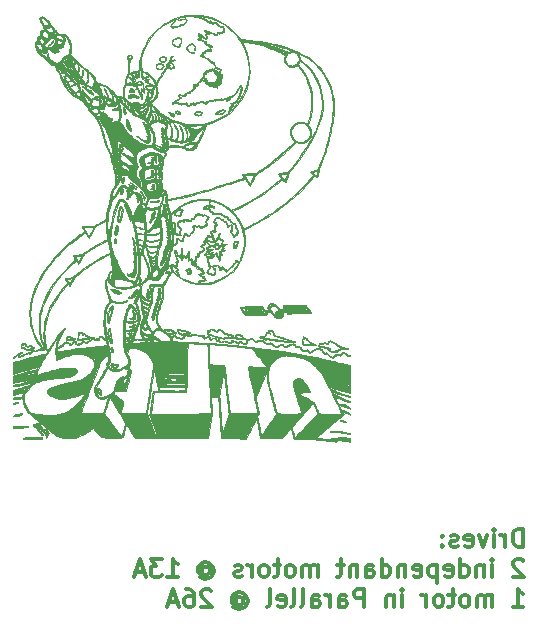
<source format=gbr>
G04 #@! TF.FileFunction,Legend,Bot*
%FSLAX46Y46*%
G04 Gerber Fmt 4.6, Leading zero omitted, Abs format (unit mm)*
G04 Created by KiCad (PCBNEW 4.0.7) date 03/27/18 18:46:54*
%MOMM*%
%LPD*%
G01*
G04 APERTURE LIST*
%ADD10C,0.100000*%
%ADD11C,0.300000*%
%ADD12C,0.010000*%
G04 APERTURE END LIST*
D10*
D11*
X175410857Y-212377571D02*
X175410857Y-210877571D01*
X175053714Y-210877571D01*
X174839429Y-210949000D01*
X174696571Y-211091857D01*
X174625143Y-211234714D01*
X174553714Y-211520429D01*
X174553714Y-211734714D01*
X174625143Y-212020429D01*
X174696571Y-212163286D01*
X174839429Y-212306143D01*
X175053714Y-212377571D01*
X175410857Y-212377571D01*
X173910857Y-212377571D02*
X173910857Y-211377571D01*
X173910857Y-211663286D02*
X173839429Y-211520429D01*
X173768000Y-211449000D01*
X173625143Y-211377571D01*
X173482286Y-211377571D01*
X172982286Y-212377571D02*
X172982286Y-211377571D01*
X172982286Y-210877571D02*
X173053715Y-210949000D01*
X172982286Y-211020429D01*
X172910858Y-210949000D01*
X172982286Y-210877571D01*
X172982286Y-211020429D01*
X172410857Y-211377571D02*
X172053714Y-212377571D01*
X171696572Y-211377571D01*
X170553715Y-212306143D02*
X170696572Y-212377571D01*
X170982286Y-212377571D01*
X171125143Y-212306143D01*
X171196572Y-212163286D01*
X171196572Y-211591857D01*
X171125143Y-211449000D01*
X170982286Y-211377571D01*
X170696572Y-211377571D01*
X170553715Y-211449000D01*
X170482286Y-211591857D01*
X170482286Y-211734714D01*
X171196572Y-211877571D01*
X169910858Y-212306143D02*
X169768001Y-212377571D01*
X169482286Y-212377571D01*
X169339429Y-212306143D01*
X169268001Y-212163286D01*
X169268001Y-212091857D01*
X169339429Y-211949000D01*
X169482286Y-211877571D01*
X169696572Y-211877571D01*
X169839429Y-211806143D01*
X169910858Y-211663286D01*
X169910858Y-211591857D01*
X169839429Y-211449000D01*
X169696572Y-211377571D01*
X169482286Y-211377571D01*
X169339429Y-211449000D01*
X168625143Y-212234714D02*
X168553715Y-212306143D01*
X168625143Y-212377571D01*
X168696572Y-212306143D01*
X168625143Y-212234714D01*
X168625143Y-212377571D01*
X168625143Y-211449000D02*
X168553715Y-211520429D01*
X168625143Y-211591857D01*
X168696572Y-211520429D01*
X168625143Y-211449000D01*
X168625143Y-211591857D01*
X175482286Y-213570429D02*
X175410857Y-213499000D01*
X175268000Y-213427571D01*
X174910857Y-213427571D01*
X174768000Y-213499000D01*
X174696571Y-213570429D01*
X174625143Y-213713286D01*
X174625143Y-213856143D01*
X174696571Y-214070429D01*
X175553714Y-214927571D01*
X174625143Y-214927571D01*
X172839429Y-214927571D02*
X172839429Y-213927571D01*
X172839429Y-213427571D02*
X172910858Y-213499000D01*
X172839429Y-213570429D01*
X172768001Y-213499000D01*
X172839429Y-213427571D01*
X172839429Y-213570429D01*
X172125143Y-213927571D02*
X172125143Y-214927571D01*
X172125143Y-214070429D02*
X172053715Y-213999000D01*
X171910857Y-213927571D01*
X171696572Y-213927571D01*
X171553715Y-213999000D01*
X171482286Y-214141857D01*
X171482286Y-214927571D01*
X170125143Y-214927571D02*
X170125143Y-213427571D01*
X170125143Y-214856143D02*
X170268000Y-214927571D01*
X170553714Y-214927571D01*
X170696572Y-214856143D01*
X170768000Y-214784714D01*
X170839429Y-214641857D01*
X170839429Y-214213286D01*
X170768000Y-214070429D01*
X170696572Y-213999000D01*
X170553714Y-213927571D01*
X170268000Y-213927571D01*
X170125143Y-213999000D01*
X168839429Y-214856143D02*
X168982286Y-214927571D01*
X169268000Y-214927571D01*
X169410857Y-214856143D01*
X169482286Y-214713286D01*
X169482286Y-214141857D01*
X169410857Y-213999000D01*
X169268000Y-213927571D01*
X168982286Y-213927571D01*
X168839429Y-213999000D01*
X168768000Y-214141857D01*
X168768000Y-214284714D01*
X169482286Y-214427571D01*
X168125143Y-213927571D02*
X168125143Y-215427571D01*
X168125143Y-213999000D02*
X167982286Y-213927571D01*
X167696572Y-213927571D01*
X167553715Y-213999000D01*
X167482286Y-214070429D01*
X167410857Y-214213286D01*
X167410857Y-214641857D01*
X167482286Y-214784714D01*
X167553715Y-214856143D01*
X167696572Y-214927571D01*
X167982286Y-214927571D01*
X168125143Y-214856143D01*
X166196572Y-214856143D02*
X166339429Y-214927571D01*
X166625143Y-214927571D01*
X166768000Y-214856143D01*
X166839429Y-214713286D01*
X166839429Y-214141857D01*
X166768000Y-213999000D01*
X166625143Y-213927571D01*
X166339429Y-213927571D01*
X166196572Y-213999000D01*
X166125143Y-214141857D01*
X166125143Y-214284714D01*
X166839429Y-214427571D01*
X165482286Y-213927571D02*
X165482286Y-214927571D01*
X165482286Y-214070429D02*
X165410858Y-213999000D01*
X165268000Y-213927571D01*
X165053715Y-213927571D01*
X164910858Y-213999000D01*
X164839429Y-214141857D01*
X164839429Y-214927571D01*
X163482286Y-214927571D02*
X163482286Y-213427571D01*
X163482286Y-214856143D02*
X163625143Y-214927571D01*
X163910857Y-214927571D01*
X164053715Y-214856143D01*
X164125143Y-214784714D01*
X164196572Y-214641857D01*
X164196572Y-214213286D01*
X164125143Y-214070429D01*
X164053715Y-213999000D01*
X163910857Y-213927571D01*
X163625143Y-213927571D01*
X163482286Y-213999000D01*
X162125143Y-214927571D02*
X162125143Y-214141857D01*
X162196572Y-213999000D01*
X162339429Y-213927571D01*
X162625143Y-213927571D01*
X162768000Y-213999000D01*
X162125143Y-214856143D02*
X162268000Y-214927571D01*
X162625143Y-214927571D01*
X162768000Y-214856143D01*
X162839429Y-214713286D01*
X162839429Y-214570429D01*
X162768000Y-214427571D01*
X162625143Y-214356143D01*
X162268000Y-214356143D01*
X162125143Y-214284714D01*
X161410857Y-213927571D02*
X161410857Y-214927571D01*
X161410857Y-214070429D02*
X161339429Y-213999000D01*
X161196571Y-213927571D01*
X160982286Y-213927571D01*
X160839429Y-213999000D01*
X160768000Y-214141857D01*
X160768000Y-214927571D01*
X160268000Y-213927571D02*
X159696571Y-213927571D01*
X160053714Y-213427571D02*
X160053714Y-214713286D01*
X159982286Y-214856143D01*
X159839428Y-214927571D01*
X159696571Y-214927571D01*
X158053714Y-214927571D02*
X158053714Y-213927571D01*
X158053714Y-214070429D02*
X157982286Y-213999000D01*
X157839428Y-213927571D01*
X157625143Y-213927571D01*
X157482286Y-213999000D01*
X157410857Y-214141857D01*
X157410857Y-214927571D01*
X157410857Y-214141857D02*
X157339428Y-213999000D01*
X157196571Y-213927571D01*
X156982286Y-213927571D01*
X156839428Y-213999000D01*
X156768000Y-214141857D01*
X156768000Y-214927571D01*
X155839428Y-214927571D02*
X155982286Y-214856143D01*
X156053714Y-214784714D01*
X156125143Y-214641857D01*
X156125143Y-214213286D01*
X156053714Y-214070429D01*
X155982286Y-213999000D01*
X155839428Y-213927571D01*
X155625143Y-213927571D01*
X155482286Y-213999000D01*
X155410857Y-214070429D01*
X155339428Y-214213286D01*
X155339428Y-214641857D01*
X155410857Y-214784714D01*
X155482286Y-214856143D01*
X155625143Y-214927571D01*
X155839428Y-214927571D01*
X154910857Y-213927571D02*
X154339428Y-213927571D01*
X154696571Y-213427571D02*
X154696571Y-214713286D01*
X154625143Y-214856143D01*
X154482285Y-214927571D01*
X154339428Y-214927571D01*
X153625142Y-214927571D02*
X153768000Y-214856143D01*
X153839428Y-214784714D01*
X153910857Y-214641857D01*
X153910857Y-214213286D01*
X153839428Y-214070429D01*
X153768000Y-213999000D01*
X153625142Y-213927571D01*
X153410857Y-213927571D01*
X153268000Y-213999000D01*
X153196571Y-214070429D01*
X153125142Y-214213286D01*
X153125142Y-214641857D01*
X153196571Y-214784714D01*
X153268000Y-214856143D01*
X153410857Y-214927571D01*
X153625142Y-214927571D01*
X152482285Y-214927571D02*
X152482285Y-213927571D01*
X152482285Y-214213286D02*
X152410857Y-214070429D01*
X152339428Y-213999000D01*
X152196571Y-213927571D01*
X152053714Y-213927571D01*
X151625143Y-214856143D02*
X151482286Y-214927571D01*
X151196571Y-214927571D01*
X151053714Y-214856143D01*
X150982286Y-214713286D01*
X150982286Y-214641857D01*
X151053714Y-214499000D01*
X151196571Y-214427571D01*
X151410857Y-214427571D01*
X151553714Y-214356143D01*
X151625143Y-214213286D01*
X151625143Y-214141857D01*
X151553714Y-213999000D01*
X151410857Y-213927571D01*
X151196571Y-213927571D01*
X151053714Y-213999000D01*
X148268000Y-214213286D02*
X148339428Y-214141857D01*
X148482285Y-214070429D01*
X148625143Y-214070429D01*
X148768000Y-214141857D01*
X148839428Y-214213286D01*
X148910857Y-214356143D01*
X148910857Y-214499000D01*
X148839428Y-214641857D01*
X148768000Y-214713286D01*
X148625143Y-214784714D01*
X148482285Y-214784714D01*
X148339428Y-214713286D01*
X148268000Y-214641857D01*
X148268000Y-214070429D02*
X148268000Y-214641857D01*
X148196571Y-214713286D01*
X148125143Y-214713286D01*
X147982285Y-214641857D01*
X147910857Y-214499000D01*
X147910857Y-214141857D01*
X148053714Y-213927571D01*
X148268000Y-213784714D01*
X148553714Y-213713286D01*
X148839428Y-213784714D01*
X149053714Y-213927571D01*
X149196571Y-214141857D01*
X149268000Y-214427571D01*
X149196571Y-214713286D01*
X149053714Y-214927571D01*
X148839428Y-215070429D01*
X148553714Y-215141857D01*
X148268000Y-215070429D01*
X148053714Y-214927571D01*
X145339429Y-214927571D02*
X146196572Y-214927571D01*
X145768000Y-214927571D02*
X145768000Y-213427571D01*
X145910857Y-213641857D01*
X146053715Y-213784714D01*
X146196572Y-213856143D01*
X144839429Y-213427571D02*
X143910858Y-213427571D01*
X144410858Y-213999000D01*
X144196572Y-213999000D01*
X144053715Y-214070429D01*
X143982286Y-214141857D01*
X143910858Y-214284714D01*
X143910858Y-214641857D01*
X143982286Y-214784714D01*
X144053715Y-214856143D01*
X144196572Y-214927571D01*
X144625144Y-214927571D01*
X144768001Y-214856143D01*
X144839429Y-214784714D01*
X143339430Y-214499000D02*
X142625144Y-214499000D01*
X143482287Y-214927571D02*
X142982287Y-213427571D01*
X142482287Y-214927571D01*
X174625143Y-217477571D02*
X175482286Y-217477571D01*
X175053714Y-217477571D02*
X175053714Y-215977571D01*
X175196571Y-216191857D01*
X175339429Y-216334714D01*
X175482286Y-216406143D01*
X172839429Y-217477571D02*
X172839429Y-216477571D01*
X172839429Y-216620429D02*
X172768001Y-216549000D01*
X172625143Y-216477571D01*
X172410858Y-216477571D01*
X172268001Y-216549000D01*
X172196572Y-216691857D01*
X172196572Y-217477571D01*
X172196572Y-216691857D02*
X172125143Y-216549000D01*
X171982286Y-216477571D01*
X171768001Y-216477571D01*
X171625143Y-216549000D01*
X171553715Y-216691857D01*
X171553715Y-217477571D01*
X170625143Y-217477571D02*
X170768001Y-217406143D01*
X170839429Y-217334714D01*
X170910858Y-217191857D01*
X170910858Y-216763286D01*
X170839429Y-216620429D01*
X170768001Y-216549000D01*
X170625143Y-216477571D01*
X170410858Y-216477571D01*
X170268001Y-216549000D01*
X170196572Y-216620429D01*
X170125143Y-216763286D01*
X170125143Y-217191857D01*
X170196572Y-217334714D01*
X170268001Y-217406143D01*
X170410858Y-217477571D01*
X170625143Y-217477571D01*
X169696572Y-216477571D02*
X169125143Y-216477571D01*
X169482286Y-215977571D02*
X169482286Y-217263286D01*
X169410858Y-217406143D01*
X169268000Y-217477571D01*
X169125143Y-217477571D01*
X168410857Y-217477571D02*
X168553715Y-217406143D01*
X168625143Y-217334714D01*
X168696572Y-217191857D01*
X168696572Y-216763286D01*
X168625143Y-216620429D01*
X168553715Y-216549000D01*
X168410857Y-216477571D01*
X168196572Y-216477571D01*
X168053715Y-216549000D01*
X167982286Y-216620429D01*
X167910857Y-216763286D01*
X167910857Y-217191857D01*
X167982286Y-217334714D01*
X168053715Y-217406143D01*
X168196572Y-217477571D01*
X168410857Y-217477571D01*
X167268000Y-217477571D02*
X167268000Y-216477571D01*
X167268000Y-216763286D02*
X167196572Y-216620429D01*
X167125143Y-216549000D01*
X166982286Y-216477571D01*
X166839429Y-216477571D01*
X165196572Y-217477571D02*
X165196572Y-216477571D01*
X165196572Y-215977571D02*
X165268001Y-216049000D01*
X165196572Y-216120429D01*
X165125144Y-216049000D01*
X165196572Y-215977571D01*
X165196572Y-216120429D01*
X164482286Y-216477571D02*
X164482286Y-217477571D01*
X164482286Y-216620429D02*
X164410858Y-216549000D01*
X164268000Y-216477571D01*
X164053715Y-216477571D01*
X163910858Y-216549000D01*
X163839429Y-216691857D01*
X163839429Y-217477571D01*
X161982286Y-217477571D02*
X161982286Y-215977571D01*
X161410858Y-215977571D01*
X161268000Y-216049000D01*
X161196572Y-216120429D01*
X161125143Y-216263286D01*
X161125143Y-216477571D01*
X161196572Y-216620429D01*
X161268000Y-216691857D01*
X161410858Y-216763286D01*
X161982286Y-216763286D01*
X159839429Y-217477571D02*
X159839429Y-216691857D01*
X159910858Y-216549000D01*
X160053715Y-216477571D01*
X160339429Y-216477571D01*
X160482286Y-216549000D01*
X159839429Y-217406143D02*
X159982286Y-217477571D01*
X160339429Y-217477571D01*
X160482286Y-217406143D01*
X160553715Y-217263286D01*
X160553715Y-217120429D01*
X160482286Y-216977571D01*
X160339429Y-216906143D01*
X159982286Y-216906143D01*
X159839429Y-216834714D01*
X159125143Y-217477571D02*
X159125143Y-216477571D01*
X159125143Y-216763286D02*
X159053715Y-216620429D01*
X158982286Y-216549000D01*
X158839429Y-216477571D01*
X158696572Y-216477571D01*
X157553715Y-217477571D02*
X157553715Y-216691857D01*
X157625144Y-216549000D01*
X157768001Y-216477571D01*
X158053715Y-216477571D01*
X158196572Y-216549000D01*
X157553715Y-217406143D02*
X157696572Y-217477571D01*
X158053715Y-217477571D01*
X158196572Y-217406143D01*
X158268001Y-217263286D01*
X158268001Y-217120429D01*
X158196572Y-216977571D01*
X158053715Y-216906143D01*
X157696572Y-216906143D01*
X157553715Y-216834714D01*
X156625143Y-217477571D02*
X156768001Y-217406143D01*
X156839429Y-217263286D01*
X156839429Y-215977571D01*
X155839429Y-217477571D02*
X155982287Y-217406143D01*
X156053715Y-217263286D01*
X156053715Y-215977571D01*
X154696573Y-217406143D02*
X154839430Y-217477571D01*
X155125144Y-217477571D01*
X155268001Y-217406143D01*
X155339430Y-217263286D01*
X155339430Y-216691857D01*
X155268001Y-216549000D01*
X155125144Y-216477571D01*
X154839430Y-216477571D01*
X154696573Y-216549000D01*
X154625144Y-216691857D01*
X154625144Y-216834714D01*
X155339430Y-216977571D01*
X153768001Y-217477571D02*
X153910859Y-217406143D01*
X153982287Y-217263286D01*
X153982287Y-215977571D01*
X151125145Y-216763286D02*
X151196573Y-216691857D01*
X151339430Y-216620429D01*
X151482288Y-216620429D01*
X151625145Y-216691857D01*
X151696573Y-216763286D01*
X151768002Y-216906143D01*
X151768002Y-217049000D01*
X151696573Y-217191857D01*
X151625145Y-217263286D01*
X151482288Y-217334714D01*
X151339430Y-217334714D01*
X151196573Y-217263286D01*
X151125145Y-217191857D01*
X151125145Y-216620429D02*
X151125145Y-217191857D01*
X151053716Y-217263286D01*
X150982288Y-217263286D01*
X150839430Y-217191857D01*
X150768002Y-217049000D01*
X150768002Y-216691857D01*
X150910859Y-216477571D01*
X151125145Y-216334714D01*
X151410859Y-216263286D01*
X151696573Y-216334714D01*
X151910859Y-216477571D01*
X152053716Y-216691857D01*
X152125145Y-216977571D01*
X152053716Y-217263286D01*
X151910859Y-217477571D01*
X151696573Y-217620429D01*
X151410859Y-217691857D01*
X151125145Y-217620429D01*
X150910859Y-217477571D01*
X149053717Y-216120429D02*
X148982288Y-216049000D01*
X148839431Y-215977571D01*
X148482288Y-215977571D01*
X148339431Y-216049000D01*
X148268002Y-216120429D01*
X148196574Y-216263286D01*
X148196574Y-216406143D01*
X148268002Y-216620429D01*
X149125145Y-217477571D01*
X148196574Y-217477571D01*
X146910860Y-215977571D02*
X147196574Y-215977571D01*
X147339431Y-216049000D01*
X147410860Y-216120429D01*
X147553717Y-216334714D01*
X147625146Y-216620429D01*
X147625146Y-217191857D01*
X147553717Y-217334714D01*
X147482289Y-217406143D01*
X147339431Y-217477571D01*
X147053717Y-217477571D01*
X146910860Y-217406143D01*
X146839431Y-217334714D01*
X146768003Y-217191857D01*
X146768003Y-216834714D01*
X146839431Y-216691857D01*
X146910860Y-216620429D01*
X147053717Y-216549000D01*
X147339431Y-216549000D01*
X147482289Y-216620429D01*
X147553717Y-216691857D01*
X147625146Y-216834714D01*
X146196575Y-217049000D02*
X145482289Y-217049000D01*
X146339432Y-217477571D02*
X145839432Y-215977571D01*
X145339432Y-217477571D01*
D12*
G36*
X147269404Y-167364924D02*
X147045850Y-167379580D01*
X146868745Y-167401233D01*
X146579363Y-167461824D01*
X146267669Y-167550447D01*
X145949341Y-167661224D01*
X145640056Y-167788278D01*
X145355495Y-167925732D01*
X145140249Y-168049195D01*
X144873792Y-168232673D01*
X144603169Y-168447362D01*
X144342030Y-168681022D01*
X144104027Y-168921415D01*
X143902812Y-169156302D01*
X143896815Y-169164000D01*
X143629633Y-169550710D01*
X143400624Y-169970664D01*
X143212778Y-170416086D01*
X143069082Y-170879202D01*
X142972524Y-171352235D01*
X142936281Y-171663468D01*
X142924522Y-171802664D01*
X142913619Y-171921261D01*
X142904534Y-172009527D01*
X142898232Y-172057731D01*
X142896645Y-172063691D01*
X142867730Y-172070414D01*
X142800820Y-172079223D01*
X142730579Y-172086323D01*
X142605142Y-172105148D01*
X142464963Y-172137913D01*
X142328473Y-172179226D01*
X142214104Y-172223695D01*
X142156220Y-172254366D01*
X142091355Y-172296503D01*
X142109854Y-171824613D01*
X142118115Y-171624598D01*
X142126084Y-171471275D01*
X142135091Y-171357317D01*
X142146471Y-171275400D01*
X142161554Y-171218197D01*
X142181673Y-171178381D01*
X142208161Y-171148628D01*
X142236981Y-171125552D01*
X142298894Y-171052302D01*
X142320740Y-170964868D01*
X142309958Y-170898009D01*
X142256381Y-170898009D01*
X142244168Y-170981790D01*
X142196658Y-171034117D01*
X142126125Y-171049179D01*
X142044842Y-171021168D01*
X142025181Y-171007454D01*
X141994606Y-170953767D01*
X142000328Y-170883391D01*
X142040072Y-170817483D01*
X142046266Y-170811557D01*
X142116853Y-170776736D01*
X142185973Y-170787618D01*
X142237967Y-170837761D01*
X142256381Y-170898009D01*
X142309958Y-170898009D01*
X142306565Y-170876977D01*
X142260414Y-170802354D01*
X142186332Y-170754726D01*
X142124735Y-170744745D01*
X142017795Y-170761579D01*
X141945559Y-170815719D01*
X141912827Y-170873850D01*
X141897101Y-170962364D01*
X141922972Y-171061147D01*
X141992761Y-171178988D01*
X141993684Y-171180286D01*
X142015810Y-171214518D01*
X142029967Y-171250290D01*
X142036793Y-171298114D01*
X142036927Y-171368505D01*
X142031006Y-171471976D01*
X142020032Y-171614499D01*
X142008848Y-171769178D01*
X141999710Y-171924509D01*
X141993577Y-172062172D01*
X141991405Y-172161774D01*
X141988804Y-172268072D01*
X141976544Y-172343100D01*
X141947941Y-172409549D01*
X141896311Y-172490109D01*
X141893455Y-172494261D01*
X141803127Y-172668220D01*
X141744925Y-172876741D01*
X141721845Y-173108866D01*
X141721649Y-173122617D01*
X141713068Y-173230227D01*
X141683170Y-173316690D01*
X141636581Y-173392830D01*
X141552953Y-173514426D01*
X141582861Y-174364974D01*
X141483144Y-174322071D01*
X141336199Y-174265946D01*
X141214605Y-174237078D01*
X141122222Y-174230489D01*
X141070437Y-174227148D01*
X141029956Y-174210928D01*
X140989503Y-174172538D01*
X140937803Y-174102686D01*
X140900894Y-174048096D01*
X140717123Y-173812270D01*
X140501145Y-173601787D01*
X140261586Y-173422396D01*
X140007076Y-173279849D01*
X139746240Y-173179896D01*
X139527958Y-173132979D01*
X139458534Y-173119001D01*
X139402079Y-173092598D01*
X139351907Y-173045968D01*
X139350499Y-173043888D01*
X139085756Y-173043888D01*
X139069210Y-173180324D01*
X139034820Y-173284745D01*
X138981080Y-173379380D01*
X138940182Y-173430908D01*
X138906104Y-173446864D01*
X138905306Y-173446872D01*
X138870269Y-173434475D01*
X138802623Y-173401855D01*
X138716525Y-173355873D01*
X138710113Y-173352298D01*
X138620154Y-173305255D01*
X138544255Y-173271389D01*
X138498284Y-173257749D01*
X138497222Y-173257723D01*
X138476460Y-173249559D01*
X138483216Y-173218825D01*
X138520055Y-173156158D01*
X138528689Y-173142883D01*
X138542502Y-173118744D01*
X137722043Y-173118744D01*
X137713148Y-173164740D01*
X137699472Y-173176660D01*
X137673971Y-173158216D01*
X137617872Y-173107208D01*
X137537942Y-173030115D01*
X137440945Y-172933420D01*
X137368089Y-172859160D01*
X137251413Y-172737243D01*
X137137040Y-172614259D01*
X137035342Y-172501599D01*
X136956689Y-172410653D01*
X136931331Y-172379532D01*
X136866690Y-172297885D01*
X136778684Y-172187090D01*
X136677702Y-172060210D01*
X136574130Y-171930302D01*
X136547552Y-171897007D01*
X136435061Y-171754194D01*
X136354465Y-171646299D01*
X136302357Y-171567323D01*
X136275330Y-171511265D01*
X136269977Y-171472125D01*
X136282892Y-171443901D01*
X136287482Y-171438923D01*
X136318820Y-171429706D01*
X136357387Y-171466560D01*
X136363728Y-171475420D01*
X136433466Y-171570120D01*
X136532028Y-171696507D01*
X136652229Y-171845967D01*
X136786886Y-172009889D01*
X136928813Y-172179660D01*
X137070828Y-172346667D01*
X137205745Y-172502297D01*
X137326380Y-172637939D01*
X137402044Y-172720180D01*
X137531804Y-172861819D01*
X137629883Y-172976448D01*
X137693825Y-173061008D01*
X137721177Y-173112445D01*
X137722043Y-173118744D01*
X138542502Y-173118744D01*
X138596836Y-173023797D01*
X138636238Y-172910251D01*
X138650392Y-172784640D01*
X138642796Y-172629356D01*
X138638572Y-172589630D01*
X138623424Y-172477866D01*
X138606057Y-172382353D01*
X138589571Y-172319366D01*
X138585148Y-172309034D01*
X138551215Y-172267673D01*
X138522008Y-172260792D01*
X138512777Y-172289234D01*
X138516316Y-172305223D01*
X138526193Y-172353327D01*
X138539639Y-172438768D01*
X138554133Y-172545185D01*
X138557673Y-172573544D01*
X138570131Y-172698674D01*
X138570646Y-172789816D01*
X138558438Y-172865859D01*
X138543587Y-172915334D01*
X138501883Y-173008957D01*
X138451835Y-173079999D01*
X138402546Y-173117458D01*
X138375352Y-173118635D01*
X138348877Y-173094012D01*
X138299197Y-173036039D01*
X138288160Y-173022122D01*
X138046298Y-173022122D01*
X138030639Y-173026802D01*
X137987556Y-172994668D01*
X137922893Y-172931496D01*
X137842495Y-172843063D01*
X137789706Y-172779966D01*
X137685716Y-172779966D01*
X137685659Y-172798318D01*
X137684760Y-172798362D01*
X137664530Y-172778142D01*
X137616994Y-172722147D01*
X137547877Y-172637375D01*
X137536193Y-172622723D01*
X137424809Y-172622723D01*
X137411298Y-172636234D01*
X137397788Y-172622723D01*
X137411298Y-172609213D01*
X137424809Y-172622723D01*
X137536193Y-172622723D01*
X137500108Y-172577474D01*
X137388880Y-172577474D01*
X137379583Y-172582192D01*
X137351724Y-172563234D01*
X137298069Y-172512491D01*
X137228049Y-172439158D01*
X137192434Y-172399798D01*
X137039104Y-172224160D01*
X136883762Y-172040194D01*
X136735925Y-171859546D01*
X136605109Y-171693863D01*
X136500831Y-171554793D01*
X136492390Y-171543024D01*
X136425660Y-171444626D01*
X136390275Y-171378308D01*
X136382198Y-171335301D01*
X136388550Y-171317397D01*
X136423772Y-171277123D01*
X136440463Y-171267049D01*
X136463937Y-171285353D01*
X136509589Y-171340978D01*
X136570946Y-171425423D01*
X136641532Y-171530189D01*
X136645087Y-171535654D01*
X136722295Y-171650717D01*
X136823888Y-171796606D01*
X136941224Y-171961372D01*
X137065657Y-172133068D01*
X137188543Y-172299745D01*
X137301238Y-172449455D01*
X137377803Y-172548415D01*
X137388880Y-172577474D01*
X137500108Y-172577474D01*
X137462904Y-172530824D01*
X137391825Y-172440330D01*
X137283759Y-172300425D01*
X137173846Y-172155581D01*
X137072367Y-172019515D01*
X136989606Y-171905946D01*
X136961415Y-171866128D01*
X136836995Y-171686737D01*
X136727699Y-171526812D01*
X136636747Y-171391214D01*
X136567356Y-171284801D01*
X136522742Y-171212433D01*
X136506124Y-171178970D01*
X136506086Y-171178410D01*
X136523998Y-171146924D01*
X136556164Y-171113119D01*
X136579372Y-171095758D01*
X136600149Y-171095985D01*
X136624185Y-171120814D01*
X136657170Y-171177258D01*
X136704793Y-171272330D01*
X136733611Y-171331857D01*
X136841445Y-171537386D01*
X136978501Y-171770236D01*
X137136950Y-172018384D01*
X137308966Y-172269807D01*
X137486721Y-172512481D01*
X137582799Y-172636234D01*
X137651921Y-172726718D01*
X137685716Y-172779966D01*
X137789706Y-172779966D01*
X137752205Y-172735144D01*
X137737903Y-172717298D01*
X137657089Y-172613100D01*
X137556751Y-172479539D01*
X137445065Y-172327920D01*
X137330206Y-172169550D01*
X137220350Y-172015735D01*
X137123672Y-171877780D01*
X137048347Y-171766992D01*
X137026150Y-171733007D01*
X136976208Y-171649364D01*
X136912641Y-171534719D01*
X136845133Y-171406828D01*
X136804615Y-171326796D01*
X136743531Y-171199198D01*
X136707286Y-171110968D01*
X136693404Y-171054843D01*
X136699411Y-171023559D01*
X136700680Y-171021907D01*
X136735395Y-170995281D01*
X136767350Y-171009212D01*
X136801294Y-171068216D01*
X136831491Y-171146413D01*
X136878213Y-171253859D01*
X136954199Y-171397436D01*
X137055358Y-171570751D01*
X137177601Y-171767413D01*
X137316836Y-171981032D01*
X137468974Y-172205215D01*
X137629923Y-172433571D01*
X137795593Y-172659709D01*
X137825510Y-172699567D01*
X137906541Y-172809177D01*
X137974203Y-172904653D01*
X138022461Y-172977175D01*
X138045277Y-173017924D01*
X138046298Y-173022122D01*
X138288160Y-173022122D01*
X138234949Y-172955031D01*
X138200965Y-172910320D01*
X138051927Y-172711534D01*
X138119297Y-172564378D01*
X138163519Y-172432908D01*
X138187635Y-172286795D01*
X138189479Y-172147566D01*
X138171193Y-172048521D01*
X138146650Y-171995746D01*
X138127077Y-171994851D01*
X138113442Y-172043825D01*
X138106715Y-172140654D01*
X138106174Y-172183628D01*
X138098989Y-172311823D01*
X138080013Y-172430189D01*
X138052406Y-172526287D01*
X138019329Y-172587679D01*
X137999800Y-172602195D01*
X137968892Y-172587603D01*
X137927282Y-172539516D01*
X137915396Y-172521441D01*
X137863228Y-172443657D01*
X137810793Y-172374964D01*
X137806426Y-172369848D01*
X137773514Y-172325049D01*
X137768562Y-172283883D01*
X137789571Y-172221697D01*
X137793623Y-172211935D01*
X137821697Y-172103257D01*
X137833147Y-171963844D01*
X137827009Y-171814687D01*
X137815540Y-171734783D01*
X137795052Y-171661394D01*
X137774110Y-171638737D01*
X137757347Y-171663739D01*
X137749394Y-171733328D01*
X137749920Y-171778309D01*
X137753590Y-171930947D01*
X137749331Y-172039391D01*
X137736240Y-172113029D01*
X137713415Y-172161252D01*
X137713082Y-172161709D01*
X137694827Y-172179506D01*
X137675017Y-172175683D01*
X137648194Y-172143596D01*
X137608897Y-172076600D01*
X137551666Y-171968052D01*
X137547820Y-171960608D01*
X137490060Y-171846941D01*
X137454450Y-171768733D01*
X137437613Y-171713810D01*
X137436173Y-171669998D01*
X137446752Y-171625121D01*
X137451063Y-171611751D01*
X137471445Y-171518247D01*
X137472857Y-171431778D01*
X137456393Y-171368598D01*
X137433201Y-171346346D01*
X137409399Y-171363336D01*
X137394650Y-171430094D01*
X137392669Y-171452347D01*
X137384277Y-171568894D01*
X137321991Y-171452213D01*
X137285025Y-171374493D01*
X137274354Y-171317054D01*
X137286399Y-171255141D01*
X137291292Y-171239822D01*
X137316372Y-171163828D01*
X137235380Y-171163828D01*
X137221481Y-171177085D01*
X137202665Y-171154950D01*
X137181164Y-171108340D01*
X137154154Y-171025420D01*
X137138802Y-170966479D01*
X137130347Y-170922654D01*
X137137010Y-170919497D01*
X137164608Y-170959223D01*
X137179118Y-170981834D01*
X137213954Y-171050396D01*
X137233895Y-171116531D01*
X137235380Y-171163828D01*
X137316372Y-171163828D01*
X137322880Y-171144111D01*
X137502195Y-171318436D01*
X137706059Y-171506836D01*
X137928249Y-171692151D01*
X138181458Y-171884741D01*
X138305627Y-171974213D01*
X138476620Y-172102170D01*
X138638562Y-172235459D01*
X138783589Y-172366716D01*
X138903834Y-172488578D01*
X138991432Y-172593683D01*
X139027253Y-172649745D01*
X139064539Y-172758532D01*
X139084120Y-172896602D01*
X139085756Y-173043888D01*
X139350499Y-173043888D01*
X139301335Y-172971310D01*
X139243679Y-172860823D01*
X139182910Y-172730267D01*
X139092922Y-172563468D01*
X138976816Y-172408063D01*
X138826709Y-172255154D01*
X138634716Y-172095842D01*
X138592168Y-172063604D01*
X138296400Y-171838324D01*
X138042410Y-171635829D01*
X137825310Y-171451650D01*
X137640212Y-171281318D01*
X137482226Y-171120363D01*
X137346465Y-170964315D01*
X137244125Y-170831138D01*
X137120796Y-170660828D01*
X137154775Y-170500713D01*
X137172249Y-170368441D01*
X137177944Y-170208199D01*
X137055419Y-170208199D01*
X137044693Y-170297174D01*
X137010177Y-170457706D01*
X136966555Y-170578009D01*
X136904022Y-170671896D01*
X136812776Y-170753177D01*
X136683011Y-170835663D01*
X136648567Y-170855205D01*
X136523927Y-170945634D01*
X136385092Y-171084593D01*
X136326534Y-171152804D01*
X136245646Y-171246394D01*
X136171505Y-171324730D01*
X136114060Y-171377688D01*
X136089479Y-171394090D01*
X135978952Y-171416559D01*
X135847802Y-171409504D01*
X135781772Y-171394764D01*
X135709476Y-171358968D01*
X135615748Y-171291694D01*
X135512919Y-171203667D01*
X135413314Y-171105611D01*
X135329263Y-171008252D01*
X135313902Y-170987742D01*
X135248154Y-170859655D01*
X135220046Y-170744906D01*
X135203793Y-170662649D01*
X135185700Y-170632174D01*
X135168453Y-170651410D01*
X135154737Y-170718287D01*
X135148303Y-170800228D01*
X135149041Y-170895262D01*
X135166761Y-170968437D01*
X135209392Y-171046752D01*
X135229734Y-171077522D01*
X135275952Y-171150280D01*
X135288300Y-171181813D01*
X135266638Y-171172033D01*
X135210825Y-171120851D01*
X135120722Y-171028181D01*
X135076639Y-170981185D01*
X134948916Y-170857725D01*
X134822140Y-170759821D01*
X134752384Y-170718364D01*
X134677480Y-170673246D01*
X134593949Y-170612343D01*
X134511715Y-170544488D01*
X134440701Y-170478512D01*
X134390831Y-170423250D01*
X134372027Y-170387533D01*
X134374157Y-170381709D01*
X134402260Y-170387412D01*
X134466143Y-170413729D01*
X134554024Y-170455618D01*
X134591722Y-170474810D01*
X134701206Y-170526947D01*
X134807040Y-170569671D01*
X134889694Y-170595259D01*
X134902965Y-170597844D01*
X134980552Y-170603216D01*
X135040591Y-170583041D01*
X135098696Y-170539860D01*
X135155322Y-170485435D01*
X135177209Y-170436111D01*
X135174757Y-170367272D01*
X135174011Y-170361598D01*
X135167624Y-170294704D01*
X135180874Y-170265588D01*
X135225749Y-170258530D01*
X135252747Y-170258362D01*
X135325658Y-170268964D01*
X135366982Y-170307531D01*
X135374208Y-170321743D01*
X135413724Y-170371672D01*
X135484799Y-170433124D01*
X135571665Y-170495270D01*
X135658553Y-170547283D01*
X135729695Y-170578334D01*
X135754122Y-170582617D01*
X135811419Y-170572032D01*
X135888387Y-170545853D01*
X135905730Y-170538556D01*
X135998964Y-170504128D01*
X136092400Y-170478913D01*
X136100766Y-170477300D01*
X136171706Y-170452435D01*
X136195890Y-170419237D01*
X136172631Y-170388482D01*
X136107522Y-170371490D01*
X136041587Y-170356954D01*
X136022463Y-170323917D01*
X136044900Y-170261885D01*
X136048899Y-170254298D01*
X136101332Y-170202499D01*
X134747264Y-170202499D01*
X134740736Y-170274548D01*
X134733301Y-170296684D01*
X134695040Y-170332440D01*
X134631790Y-170334899D01*
X134559974Y-170305488D01*
X134525289Y-170278628D01*
X134466203Y-170210051D01*
X134415265Y-170130295D01*
X134415118Y-170130011D01*
X134379130Y-170072326D01*
X134348437Y-170043088D01*
X134344312Y-170042192D01*
X134306603Y-170019432D01*
X134271352Y-169966429D01*
X134250767Y-169906096D01*
X134252375Y-169869610D01*
X134297940Y-169809248D01*
X134366069Y-169790175D01*
X134448310Y-169809423D01*
X134536208Y-169864027D01*
X134621310Y-169951020D01*
X134665753Y-170014653D01*
X134723441Y-170120758D01*
X134747264Y-170202499D01*
X136101332Y-170202499D01*
X136109828Y-170194106D01*
X136219166Y-170146318D01*
X136372305Y-170112876D01*
X136391245Y-170110207D01*
X136480373Y-170089973D01*
X136528079Y-170062053D01*
X136530769Y-170031865D01*
X136484851Y-170004828D01*
X136464936Y-169999090D01*
X136396765Y-169981980D01*
X136462322Y-169921224D01*
X136547016Y-169816700D01*
X136607823Y-169678254D01*
X136636373Y-169568383D01*
X136644391Y-169469646D01*
X136504321Y-169469646D01*
X136483577Y-169599460D01*
X136429152Y-169715627D01*
X136368115Y-169783753D01*
X136269244Y-169839821D01*
X136160266Y-169846215D01*
X136060234Y-169816042D01*
X136020843Y-169797407D01*
X135996869Y-169774497D01*
X135984485Y-169734928D01*
X135979862Y-169666313D01*
X135979232Y-169565904D01*
X135832725Y-169565904D01*
X135815100Y-169687589D01*
X135762894Y-169809570D01*
X135748702Y-169832245D01*
X135685130Y-169923141D01*
X135630507Y-169982125D01*
X135566774Y-170024096D01*
X135475874Y-170063951D01*
X135460559Y-170069973D01*
X135353137Y-170106914D01*
X135268542Y-170119675D01*
X135182213Y-170110056D01*
X135121290Y-170094826D01*
X135031775Y-170058307D01*
X134951544Y-170007706D01*
X134947004Y-170003905D01*
X134900025Y-169959513D01*
X134890200Y-169926462D01*
X134912912Y-169881803D01*
X134920192Y-169870618D01*
X134979860Y-169804600D01*
X135040436Y-169761031D01*
X135091208Y-169724955D01*
X135146654Y-169677365D01*
X134911830Y-169677365D01*
X134896433Y-169706728D01*
X134857741Y-169761027D01*
X134838820Y-169785303D01*
X134765810Y-169876804D01*
X134623484Y-169723061D01*
X134550399Y-169640841D01*
X134509455Y-169583238D01*
X134493772Y-169537482D01*
X134496469Y-169490803D01*
X134496955Y-169488255D01*
X134530083Y-169388652D01*
X134579248Y-169339818D01*
X134642207Y-169341663D01*
X134716715Y-169394101D01*
X134800529Y-169497042D01*
X134802738Y-169500283D01*
X134856262Y-169581229D01*
X134895171Y-169644131D01*
X134911705Y-169676391D01*
X134911830Y-169677365D01*
X135146654Y-169677365D01*
X135166575Y-169660267D01*
X135254231Y-169577841D01*
X135303639Y-169528459D01*
X135412025Y-169421441D01*
X135494817Y-169351104D01*
X135560922Y-169312535D01*
X135619250Y-169300822D01*
X135678709Y-169311052D01*
X135690712Y-169315015D01*
X135769270Y-169368377D01*
X135817028Y-169455753D01*
X135832725Y-169565904D01*
X135979232Y-169565904D01*
X135979171Y-169556267D01*
X135979171Y-169553803D01*
X135973990Y-169407351D01*
X135957263Y-169301969D01*
X135932317Y-169235027D01*
X135905461Y-169170251D01*
X135898353Y-169125372D01*
X135900135Y-169120186D01*
X135936750Y-169104041D01*
X135972918Y-169100142D01*
X135501995Y-169100142D01*
X135476373Y-169155916D01*
X135449822Y-169192289D01*
X135427580Y-169181539D01*
X135422744Y-169174406D01*
X135422631Y-169174128D01*
X135259908Y-169174128D01*
X135256244Y-169216188D01*
X135221556Y-169256224D01*
X135197534Y-169277236D01*
X135111420Y-169325538D01*
X135020527Y-169323817D01*
X134921200Y-169271326D01*
X134846062Y-169205339D01*
X134782208Y-169135162D01*
X134750042Y-169075549D01*
X134738876Y-169003526D01*
X134737977Y-168972995D01*
X134742193Y-168888231D01*
X134763657Y-168834704D01*
X134808780Y-168791978D01*
X134867671Y-168756293D01*
X134919341Y-168755487D01*
X134957397Y-168769067D01*
X135040656Y-168824525D01*
X135125993Y-168914607D01*
X135199287Y-169022381D01*
X135238301Y-169105857D01*
X135259908Y-169174128D01*
X135422631Y-169174128D01*
X135401055Y-169121089D01*
X135398627Y-169103202D01*
X135420819Y-169075806D01*
X135452256Y-169069426D01*
X135495515Y-169074951D01*
X135501995Y-169100142D01*
X135972918Y-169100142D01*
X136010581Y-169096082D01*
X136105527Y-169095673D01*
X136205487Y-169102175D01*
X136294359Y-169114950D01*
X136356043Y-169133358D01*
X136365121Y-169138619D01*
X136445028Y-169225197D01*
X136491450Y-169340216D01*
X136504321Y-169469646D01*
X136644391Y-169469646D01*
X136649951Y-169401178D01*
X136614876Y-169241349D01*
X136577232Y-169157245D01*
X136550695Y-169094663D01*
X136556360Y-169073511D01*
X136592362Y-169093269D01*
X136656834Y-169153414D01*
X136690374Y-169188878D01*
X136820677Y-169361134D01*
X136926709Y-169562885D01*
X137004096Y-169780441D01*
X137048458Y-170000110D01*
X137055419Y-170208199D01*
X137177944Y-170208199D01*
X137178015Y-170206218D01*
X137172931Y-170032076D01*
X137157858Y-169864052D01*
X137133656Y-169720179D01*
X137114223Y-169650383D01*
X137069376Y-169549817D01*
X137001129Y-169429240D01*
X136918469Y-169301575D01*
X136830380Y-169179743D01*
X136745849Y-169076666D01*
X136673863Y-169005267D01*
X136656595Y-168992317D01*
X136604839Y-168961762D01*
X136552629Y-168944721D01*
X136487548Y-168940711D01*
X136397182Y-168949246D01*
X136269113Y-168969840D01*
X136235145Y-168975852D01*
X136185415Y-168981929D01*
X136146448Y-168973797D01*
X136118366Y-168952726D01*
X135938209Y-168952726D01*
X135934251Y-168988280D01*
X135886696Y-169007672D01*
X135791071Y-169014707D01*
X135764475Y-169014969D01*
X135630844Y-169015383D01*
X135736726Y-168918399D01*
X135842607Y-168821415D01*
X135903045Y-168897211D01*
X135938209Y-168952726D01*
X136118366Y-168952726D01*
X136106181Y-168943584D01*
X136052552Y-168883416D01*
X136006515Y-168826637D01*
X135939705Y-168745503D01*
X135883365Y-168680988D01*
X135882941Y-168680556D01*
X135688592Y-168680556D01*
X135684838Y-168717305D01*
X135657305Y-168759290D01*
X135639444Y-168782058D01*
X135593732Y-168827422D01*
X135537019Y-168848378D01*
X135453205Y-168853255D01*
X135386723Y-168850941D01*
X135336563Y-168838551D01*
X135288661Y-168807916D01*
X135228955Y-168750868D01*
X135171443Y-168689588D01*
X135101466Y-168611105D01*
X135048598Y-168546293D01*
X135021638Y-168506131D01*
X135019915Y-168500439D01*
X135043910Y-168484562D01*
X135103935Y-168475655D01*
X135129342Y-168474958D01*
X135227624Y-168463140D01*
X135318511Y-168432555D01*
X135384371Y-168390502D01*
X135405335Y-168360686D01*
X135429966Y-168348790D01*
X135475563Y-168377229D01*
X135535428Y-168439910D01*
X135602864Y-168530744D01*
X135618472Y-168554556D01*
X135666994Y-168631990D01*
X135688592Y-168680556D01*
X135882941Y-168680556D01*
X135847839Y-168644847D01*
X135844035Y-168641991D01*
X135811430Y-168608176D01*
X135768678Y-168548622D01*
X135760838Y-168536233D01*
X135715364Y-168473654D01*
X135645778Y-168389957D01*
X135566280Y-168302137D01*
X135557622Y-168293041D01*
X135481330Y-168207341D01*
X135417381Y-168124708D01*
X135409884Y-168112594D01*
X135253450Y-168112594D01*
X135252699Y-168162458D01*
X135219275Y-168201737D01*
X135182043Y-168223936D01*
X135090062Y-168252570D01*
X134992695Y-168256045D01*
X134910851Y-168235216D01*
X134877974Y-168211500D01*
X134835057Y-168152054D01*
X134783407Y-168064170D01*
X134729627Y-167961433D01*
X134680318Y-167857426D01*
X134642084Y-167765735D01*
X134621527Y-167699942D01*
X134619981Y-167680700D01*
X134641849Y-167637405D01*
X134699953Y-167617291D01*
X134718051Y-167615161D01*
X134759625Y-167614821D01*
X134799317Y-167626675D01*
X134845977Y-167656952D01*
X134908451Y-167711886D01*
X134995590Y-167797705D01*
X135037193Y-167839898D01*
X135147945Y-167957273D01*
X135219281Y-168046185D01*
X135253450Y-168112594D01*
X135409884Y-168112594D01*
X135378125Y-168061281D01*
X135375275Y-168054785D01*
X135340320Y-168001108D01*
X135272342Y-167922677D01*
X135180455Y-167828580D01*
X135073768Y-167727907D01*
X134961393Y-167629747D01*
X134895680Y-167576351D01*
X134786949Y-167512616D01*
X134683475Y-167489698D01*
X134593934Y-167504073D01*
X134527004Y-167552213D01*
X134491360Y-167630594D01*
X134495680Y-167735687D01*
X134496375Y-167738628D01*
X134524372Y-167819615D01*
X134572533Y-167927414D01*
X134631537Y-168043550D01*
X134692063Y-168149544D01*
X134738916Y-168219410D01*
X134783766Y-168302835D01*
X134786370Y-168359924D01*
X134792551Y-168430569D01*
X134827967Y-168498048D01*
X134871098Y-168563277D01*
X134879297Y-168596730D01*
X134851447Y-168608784D01*
X134815914Y-168610064D01*
X134723711Y-168628391D01*
X134628270Y-168674034D01*
X134564485Y-168726923D01*
X134534417Y-168798807D01*
X134528300Y-168902929D01*
X134543882Y-169008628D01*
X134553954Y-169068580D01*
X134540811Y-169092695D01*
X134511516Y-169096447D01*
X134453445Y-169116614D01*
X134385372Y-169166241D01*
X134324997Y-169229022D01*
X134290019Y-169288647D01*
X134287141Y-169303192D01*
X134284604Y-169349900D01*
X134286083Y-169385704D01*
X134293608Y-169435328D01*
X134301777Y-169481500D01*
X134309523Y-169549007D01*
X134298144Y-169578144D01*
X134276826Y-169582830D01*
X134215078Y-169606152D01*
X134155633Y-169664177D01*
X134113142Y-169738997D01*
X134101192Y-169797533D01*
X134109608Y-169863629D01*
X134131755Y-169960441D01*
X134162984Y-170067866D01*
X134165543Y-170075729D01*
X134203147Y-170191825D01*
X134239487Y-170306462D01*
X134266285Y-170393468D01*
X134325228Y-170513719D01*
X134426730Y-170637621D01*
X134561089Y-170755052D01*
X134698974Y-170845094D01*
X134817096Y-170927571D01*
X134948296Y-171047013D01*
X135036740Y-171141597D01*
X135164487Y-171284962D01*
X135264312Y-171391970D01*
X135342497Y-171468107D01*
X135405323Y-171518858D01*
X135459071Y-171549708D01*
X135510024Y-171566142D01*
X135526378Y-171569191D01*
X135608862Y-171583181D01*
X135676189Y-171595780D01*
X135681937Y-171596974D01*
X135721663Y-171626957D01*
X135782524Y-171702991D01*
X135862467Y-171822313D01*
X135925128Y-171924178D01*
X136013700Y-172073425D01*
X136079547Y-172188832D01*
X136128654Y-172282346D01*
X136167003Y-172365916D01*
X136200578Y-172451487D01*
X136227587Y-172528149D01*
X136272538Y-172643861D01*
X136337016Y-172788947D01*
X136415424Y-172952681D01*
X136502164Y-173124339D01*
X136591638Y-173293193D01*
X136678249Y-173448519D01*
X136756400Y-173579590D01*
X136820493Y-173675681D01*
X136838829Y-173699381D01*
X137051427Y-173938139D01*
X137262939Y-174133331D01*
X137485103Y-174293890D01*
X137729658Y-174428748D01*
X137892759Y-174501346D01*
X138015282Y-174559654D01*
X138117753Y-174628907D01*
X138209249Y-174718407D01*
X138298843Y-174837458D01*
X138395612Y-174995363D01*
X138424442Y-175046393D01*
X138501743Y-175180369D01*
X138572248Y-175289073D01*
X138647260Y-175387023D01*
X138738082Y-175488735D01*
X138856018Y-175608723D01*
X138883249Y-175635596D01*
X139016189Y-175770105D01*
X139132009Y-175897345D01*
X139233664Y-176023368D01*
X139324114Y-176154223D01*
X139406316Y-176295960D01*
X139483227Y-176454631D01*
X139557804Y-176636285D01*
X139633007Y-176846974D01*
X139711792Y-177092748D01*
X139797116Y-177379656D01*
X139882327Y-177679408D01*
X139942666Y-177893136D01*
X139992756Y-178065147D01*
X140036359Y-178205921D01*
X140077235Y-178325938D01*
X140119145Y-178435675D01*
X140165849Y-178545613D01*
X140221108Y-178666230D01*
X140283431Y-178797085D01*
X140369611Y-178986759D01*
X140437657Y-179163707D01*
X140495945Y-179351625D01*
X140541554Y-179527321D01*
X140586701Y-179704713D01*
X140639494Y-179900228D01*
X140693469Y-180090520D01*
X140742158Y-180252242D01*
X140743623Y-180256895D01*
X140829801Y-180571179D01*
X140891731Y-180885785D01*
X140927174Y-181186274D01*
X140933889Y-181458206D01*
X140933109Y-181478489D01*
X140925889Y-181603305D01*
X140914970Y-181688902D01*
X140896864Y-181750102D01*
X140868084Y-181801727D01*
X140851706Y-181824478D01*
X140791264Y-181916960D01*
X140720531Y-182043693D01*
X140647786Y-182188176D01*
X140581313Y-182333910D01*
X140529392Y-182464395D01*
X140526710Y-182471979D01*
X140501341Y-182567788D01*
X140477528Y-182699600D01*
X140458252Y-182849392D01*
X140450782Y-182931340D01*
X140431729Y-183113221D01*
X140405530Y-183265813D01*
X140374290Y-183376940D01*
X140373420Y-183379191D01*
X140337317Y-183487888D01*
X140296649Y-183636518D01*
X140254313Y-183811489D01*
X140213206Y-183999209D01*
X140176226Y-184186086D01*
X140146268Y-184358528D01*
X140126230Y-184502943D01*
X140120446Y-184566128D01*
X140115656Y-184615830D01*
X140102906Y-184652517D01*
X140073135Y-184684479D01*
X140017282Y-184720004D01*
X139926289Y-184767382D01*
X139869395Y-184795809D01*
X139737053Y-184863639D01*
X139582113Y-184945912D01*
X139428613Y-185029761D01*
X139351946Y-185072777D01*
X139078528Y-185228149D01*
X138589434Y-185228149D01*
X138405410Y-185228111D01*
X138270197Y-185230243D01*
X138178578Y-185237918D01*
X138125335Y-185254506D01*
X138105249Y-185283380D01*
X138113103Y-185327909D01*
X138143680Y-185391467D01*
X138191761Y-185477423D01*
X138194915Y-185483057D01*
X138241656Y-185570526D01*
X138275460Y-185641203D01*
X138289432Y-185680601D01*
X138289490Y-185681738D01*
X138268613Y-185707036D01*
X138211100Y-185757077D01*
X138124624Y-185825664D01*
X138016858Y-185906602D01*
X137958479Y-185948985D01*
X137394379Y-186372563D01*
X136875483Y-186801624D01*
X136392993Y-187243818D01*
X135942669Y-187701915D01*
X135469952Y-188244841D01*
X135045056Y-188809808D01*
X134669114Y-189395181D01*
X134343260Y-189999324D01*
X134326899Y-190032889D01*
X134137843Y-190440958D01*
X133982913Y-190817377D01*
X133859905Y-191170502D01*
X133766613Y-191508692D01*
X133700831Y-191840302D01*
X133660355Y-192173691D01*
X133642980Y-192517216D01*
X133641939Y-192628754D01*
X133665528Y-193134499D01*
X133737205Y-193617044D01*
X133857924Y-194079632D01*
X134028643Y-194525509D01*
X134250317Y-194957918D01*
X134399438Y-195199000D01*
X134478402Y-195316514D01*
X134557618Y-195430041D01*
X134626218Y-195524215D01*
X134662224Y-195570543D01*
X134713479Y-195637458D01*
X134730152Y-195673162D01*
X134715361Y-195685161D01*
X134709932Y-195685383D01*
X134656668Y-195669416D01*
X134595958Y-195632135D01*
X134551795Y-195600395D01*
X134516395Y-195592987D01*
X134468118Y-195610052D01*
X134421692Y-195633256D01*
X134340637Y-195680961D01*
X134271898Y-195731810D01*
X134259261Y-195743484D01*
X134223947Y-195773688D01*
X134185948Y-195786257D01*
X134128243Y-195783063D01*
X134041263Y-195767445D01*
X133949874Y-195751152D01*
X133893506Y-195748946D01*
X133854450Y-195763075D01*
X133814999Y-195795788D01*
X133814520Y-195796238D01*
X133769704Y-195847490D01*
X133749961Y-195888178D01*
X133749915Y-195889444D01*
X133731076Y-195932966D01*
X133711268Y-195954032D01*
X133676373Y-195969105D01*
X133647250Y-195938431D01*
X133642764Y-195930319D01*
X133597287Y-195881879D01*
X133544803Y-195885544D01*
X133493504Y-195937849D01*
X133435021Y-195989160D01*
X133331195Y-196029320D01*
X133296977Y-196038109D01*
X133202889Y-196066367D01*
X133124613Y-196100059D01*
X133090915Y-196122141D01*
X133038855Y-196157040D01*
X132965348Y-196191916D01*
X132887970Y-196220264D01*
X132824296Y-196235582D01*
X132792796Y-196232448D01*
X132781486Y-196196672D01*
X132777149Y-196138067D01*
X132785237Y-196083960D01*
X132818862Y-196047924D01*
X132885234Y-196016876D01*
X132951628Y-195983062D01*
X132989748Y-195948665D01*
X132993320Y-195937986D01*
X132990307Y-195914549D01*
X132974854Y-195905345D01*
X132937340Y-195911925D01*
X132868146Y-195935840D01*
X132769164Y-195974120D01*
X132654595Y-196025264D01*
X132582619Y-196073986D01*
X132545112Y-196122280D01*
X132493103Y-196187897D01*
X132421811Y-196241407D01*
X132419981Y-196242366D01*
X132350724Y-196283073D01*
X132299348Y-196321519D01*
X132297120Y-196323680D01*
X132275211Y-196370014D01*
X132293502Y-196406575D01*
X132323675Y-196414958D01*
X132355090Y-196396145D01*
X132411931Y-196346230D01*
X132484286Y-196275000D01*
X132562244Y-196192242D01*
X132635893Y-196107741D01*
X132640670Y-196101967D01*
X132669215Y-196073630D01*
X132686321Y-196086170D01*
X132701040Y-196133368D01*
X132712016Y-196205453D01*
X132708069Y-196257311D01*
X132707059Y-196301890D01*
X132742417Y-196318425D01*
X132816442Y-196306580D01*
X132931433Y-196266015D01*
X133074383Y-196203503D01*
X133172926Y-196160172D01*
X133287731Y-196112784D01*
X133344596Y-196090490D01*
X133431013Y-196052692D01*
X133498358Y-196014624D01*
X133524845Y-195992421D01*
X133552031Y-195967664D01*
X133575232Y-195987386D01*
X133586594Y-196007407D01*
X133636720Y-196053397D01*
X133679125Y-196063681D01*
X133741961Y-196044847D01*
X133799347Y-196000174D01*
X133829950Y-195947402D01*
X133830979Y-195937390D01*
X133849240Y-195899482D01*
X133878266Y-195867801D01*
X133917306Y-195844153D01*
X133971931Y-195838041D01*
X134059279Y-195847940D01*
X134074171Y-195850363D01*
X134160363Y-195862876D01*
X134212838Y-195860603D01*
X134251049Y-195838419D01*
X134293199Y-195792662D01*
X134367908Y-195729938D01*
X134452377Y-195695318D01*
X134530741Y-195692571D01*
X134585382Y-195723272D01*
X134645685Y-195755813D01*
X134749715Y-195766447D01*
X134836786Y-195760694D01*
X134889497Y-195738925D01*
X134919468Y-195705649D01*
X134955073Y-195665606D01*
X134985499Y-195669812D01*
X134995722Y-195678628D01*
X135048485Y-195708776D01*
X135072607Y-195713264D01*
X135127264Y-195729558D01*
X135163375Y-195751188D01*
X135188896Y-195775331D01*
X135191624Y-195802726D01*
X135168072Y-195847148D01*
X135122843Y-195911255D01*
X135093275Y-195951846D01*
X135066186Y-195984438D01*
X135035011Y-196011429D01*
X134993184Y-196035219D01*
X134934140Y-196058207D01*
X134851313Y-196082793D01*
X134738138Y-196111376D01*
X134588049Y-196146355D01*
X134394480Y-196190128D01*
X134303852Y-196210538D01*
X133727527Y-196346583D01*
X133181460Y-196487899D01*
X132676815Y-196631580D01*
X132615022Y-196650225D01*
X132277256Y-196752845D01*
X132262120Y-197409945D01*
X132388984Y-197371764D01*
X132460994Y-197353806D01*
X132513701Y-197346859D01*
X132537782Y-197350390D01*
X132523914Y-197363868D01*
X132490538Y-197377566D01*
X132382753Y-197416744D01*
X132316028Y-197447342D01*
X132280517Y-197478925D01*
X132266374Y-197521058D01*
X132263753Y-197583306D01*
X132263745Y-197597884D01*
X132263745Y-197729739D01*
X132554224Y-197652299D01*
X132732379Y-197604901D01*
X132927856Y-197553058D01*
X133133105Y-197498759D01*
X133340573Y-197443990D01*
X133542709Y-197390737D01*
X133731963Y-197340988D01*
X133900782Y-197296730D01*
X134041614Y-197259949D01*
X134146910Y-197232632D01*
X134209116Y-197216766D01*
X134216032Y-197215067D01*
X134255937Y-197217668D01*
X134256615Y-197251035D01*
X134219260Y-197310061D01*
X134184598Y-197349842D01*
X134133989Y-197395813D01*
X134075488Y-197426963D01*
X133992655Y-197450020D01*
X133898029Y-197467125D01*
X133805921Y-197484892D01*
X133677259Y-197514548D01*
X133509517Y-197556760D01*
X133300168Y-197612197D01*
X133046687Y-197681529D01*
X132746546Y-197765424D01*
X132405607Y-197862157D01*
X132323218Y-197888560D01*
X132280754Y-197913935D01*
X132265350Y-197948820D01*
X132263745Y-197978356D01*
X132263745Y-198054074D01*
X132770394Y-197926457D01*
X132982884Y-197871936D01*
X133193605Y-197816039D01*
X133395075Y-197760910D01*
X133579812Y-197708693D01*
X133740332Y-197661533D01*
X133869155Y-197621573D01*
X133958797Y-197590958D01*
X133996404Y-197575108D01*
X134040123Y-197554209D01*
X134054204Y-197549851D01*
X134059351Y-197571995D01*
X134053991Y-197622933D01*
X134042208Y-197679421D01*
X134028086Y-197718218D01*
X134023768Y-197723083D01*
X133991620Y-197732676D01*
X133918569Y-197750232D01*
X133816672Y-197772943D01*
X133736405Y-197790033D01*
X133584657Y-197821889D01*
X133417509Y-197857169D01*
X133264389Y-197889658D01*
X133223000Y-197898483D01*
X133081926Y-197928501D01*
X132930282Y-197960587D01*
X132797127Y-197988596D01*
X132777149Y-197992775D01*
X132650408Y-198021115D01*
X132518893Y-198053441D01*
X132419117Y-198080489D01*
X132332803Y-198107495D01*
X132286350Y-198131340D01*
X132267440Y-198162925D01*
X132263752Y-198213151D01*
X132263745Y-198217972D01*
X132268719Y-198279440D01*
X132288402Y-198299109D01*
X132311032Y-198295476D01*
X132373685Y-198279244D01*
X132475426Y-198256415D01*
X132606288Y-198228904D01*
X132756308Y-198198622D01*
X132915520Y-198167486D01*
X133073960Y-198137407D01*
X133221662Y-198110301D01*
X133348661Y-198088080D01*
X133444993Y-198072659D01*
X133500693Y-198065951D01*
X133506724Y-198065842D01*
X133503573Y-198072281D01*
X133453389Y-198088870D01*
X133361919Y-198114148D01*
X133234910Y-198146650D01*
X133078108Y-198184913D01*
X132897260Y-198227473D01*
X132698113Y-198272867D01*
X132662309Y-198280882D01*
X132509765Y-198315230D01*
X132402150Y-198341102D01*
X132331627Y-198361700D01*
X132290360Y-198380225D01*
X132270512Y-198399879D01*
X132264247Y-198423863D01*
X132263745Y-198443708D01*
X132272033Y-198496784D01*
X132302213Y-198508247D01*
X132311032Y-198506607D01*
X132354107Y-198497806D01*
X132438995Y-198481365D01*
X132554363Y-198459449D01*
X132688879Y-198434225D01*
X132723107Y-198427853D01*
X132877762Y-198398677D01*
X133032690Y-198368705D01*
X133170362Y-198341374D01*
X133273246Y-198320119D01*
X133277043Y-198319303D01*
X133389808Y-198298844D01*
X133532914Y-198278282D01*
X133682762Y-198260846D01*
X133749915Y-198254556D01*
X133895774Y-198244608D01*
X133996045Y-198244826D01*
X134058504Y-198256852D01*
X134090929Y-198282328D01*
X134101098Y-198322893D01*
X134101192Y-198328670D01*
X134093717Y-198355833D01*
X134068766Y-198338872D01*
X134024313Y-198315101D01*
X133951753Y-198308893D01*
X133845197Y-198320811D01*
X133698757Y-198351423D01*
X133554523Y-198388247D01*
X133136234Y-198495475D01*
X132677419Y-198603551D01*
X132486671Y-198646047D01*
X132377727Y-198671208D01*
X132311430Y-198691611D01*
X132277342Y-198712634D01*
X132265026Y-198739652D01*
X132263745Y-198760875D01*
X132266876Y-198798690D01*
X132285190Y-198815903D01*
X132332072Y-198817005D01*
X132405607Y-198808470D01*
X132537037Y-198788597D01*
X132692499Y-198760693D01*
X132855907Y-198728091D01*
X133011176Y-198694122D01*
X133142223Y-198662118D01*
X133220078Y-198639759D01*
X133298076Y-198616632D01*
X133401670Y-198588932D01*
X133519099Y-198559426D01*
X133638602Y-198530878D01*
X133748419Y-198506054D01*
X133836790Y-198487718D01*
X133891954Y-198478637D01*
X133904325Y-198478871D01*
X133891630Y-198499526D01*
X133842100Y-198538021D01*
X133767024Y-198587606D01*
X133677691Y-198641529D01*
X133585391Y-198693042D01*
X133501412Y-198735393D01*
X133437044Y-198761833D01*
X133425660Y-198765087D01*
X133345232Y-198786501D01*
X133232304Y-198818718D01*
X133105902Y-198856252D01*
X133047362Y-198874137D01*
X132898685Y-198919635D01*
X132733012Y-198969736D01*
X132580733Y-199015261D01*
X132547469Y-199025103D01*
X132438955Y-199058501D01*
X132350180Y-199088415D01*
X132293968Y-199110395D01*
X132281899Y-199117181D01*
X132268003Y-199156881D01*
X132268388Y-199206223D01*
X132277256Y-199274923D01*
X132425873Y-199225506D01*
X132527488Y-199192433D01*
X132654720Y-199152080D01*
X132796533Y-199107824D01*
X132941892Y-199063045D01*
X133079764Y-199021119D01*
X133199112Y-198985427D01*
X133288902Y-198959345D01*
X133337841Y-198946309D01*
X133384722Y-198942619D01*
X133398639Y-198951008D01*
X133381136Y-198986031D01*
X133339519Y-199033272D01*
X133290123Y-199077357D01*
X133249285Y-199102911D01*
X133236526Y-199103583D01*
X133197466Y-199102933D01*
X133116016Y-199118012D01*
X133000736Y-199146537D01*
X132860186Y-199186222D01*
X132702928Y-199234782D01*
X132537523Y-199289933D01*
X132534963Y-199290820D01*
X132417764Y-199332399D01*
X132342286Y-199363334D01*
X132298893Y-199389813D01*
X132277953Y-199418026D01*
X132269833Y-199454162D01*
X132269020Y-199461683D01*
X132260784Y-199543223D01*
X132620296Y-199438514D01*
X132794990Y-199388385D01*
X132923807Y-199354737D01*
X133012567Y-199338305D01*
X133067091Y-199339822D01*
X133093198Y-199360022D01*
X133096709Y-199399639D01*
X133083444Y-199459407D01*
X133072798Y-199495561D01*
X133047585Y-199645418D01*
X133048675Y-199828609D01*
X133073895Y-200032538D01*
X133121071Y-200244608D01*
X133188030Y-200452223D01*
X133269861Y-200637507D01*
X133420678Y-200872387D01*
X133563534Y-201034645D01*
X133640913Y-201108153D01*
X133754711Y-201209856D01*
X133898804Y-201334616D01*
X134067071Y-201477299D01*
X134253390Y-201632768D01*
X134451637Y-201795888D01*
X134655692Y-201961521D01*
X134859432Y-202124532D01*
X134917467Y-202170489D01*
X135005574Y-202243752D01*
X135054019Y-202297759D01*
X135067847Y-202343615D01*
X135052105Y-202392425D01*
X135032813Y-202424335D01*
X135010187Y-202483387D01*
X135011142Y-202539955D01*
X135033950Y-202573377D01*
X135045490Y-202575809D01*
X135069611Y-202597451D01*
X135097020Y-202646416D01*
X135116635Y-202698760D01*
X135117376Y-202730538D01*
X135117186Y-202730737D01*
X135087136Y-202728455D01*
X135029837Y-202706234D01*
X135018318Y-202700657D01*
X134939352Y-202673509D01*
X134894286Y-202683787D01*
X134884131Y-202726036D01*
X134909897Y-202794800D01*
X134972597Y-202884622D01*
X134982126Y-202895944D01*
X135041178Y-202973230D01*
X135065169Y-203030867D01*
X135062675Y-203076446D01*
X135058286Y-203131577D01*
X135077532Y-203147516D01*
X135111735Y-203128387D01*
X135152216Y-203078316D01*
X135183089Y-203019219D01*
X135216409Y-202926179D01*
X135217615Y-202872963D01*
X135185704Y-202855205D01*
X135146610Y-202860638D01*
X135096962Y-202859041D01*
X135042382Y-202839851D01*
X135000991Y-202812387D01*
X134990911Y-202785970D01*
X134993809Y-202782057D01*
X135026332Y-202779413D01*
X135091473Y-202789562D01*
X135123806Y-202797074D01*
X135220987Y-202811675D01*
X135275016Y-202796011D01*
X135284732Y-202751021D01*
X135256824Y-202689694D01*
X135187287Y-202573375D01*
X135148068Y-202492548D01*
X135136383Y-202439986D01*
X135148707Y-202409187D01*
X135178375Y-202400475D01*
X135227063Y-202423171D01*
X135303440Y-202481379D01*
X135306310Y-202483766D01*
X135514662Y-202655597D01*
X135689527Y-202794860D01*
X135837315Y-202905443D01*
X135964433Y-202991234D01*
X136077292Y-203056120D01*
X136182299Y-203103990D01*
X136285864Y-203138730D01*
X136394395Y-203164229D01*
X136442606Y-203173050D01*
X136610496Y-203193139D01*
X136808305Y-203203250D01*
X137017865Y-203203596D01*
X137221012Y-203194389D01*
X137399578Y-203175841D01*
X137484759Y-203160880D01*
X137761037Y-203082628D01*
X138048901Y-202966635D01*
X138330761Y-202820648D01*
X138505660Y-202711153D01*
X138598599Y-202650505D01*
X138687777Y-202595919D01*
X138741731Y-202565698D01*
X138819577Y-202517797D01*
X138903201Y-202455235D01*
X138921506Y-202439697D01*
X139013827Y-202358638D01*
X139369273Y-202744192D01*
X139724719Y-203129745D01*
X139946094Y-203144764D01*
X140036099Y-203148925D01*
X140169529Y-203152517D01*
X140335765Y-203155382D01*
X140524191Y-203157361D01*
X140724189Y-203158296D01*
X140853517Y-203158274D01*
X141068048Y-203157393D01*
X141234575Y-203155566D01*
X141359134Y-203152437D01*
X141447761Y-203147644D01*
X141506492Y-203140831D01*
X141541363Y-203131637D01*
X141558409Y-203119704D01*
X141560601Y-203116234D01*
X141573056Y-203078116D01*
X141595166Y-202996217D01*
X141624677Y-202879466D01*
X141659333Y-202736795D01*
X141696879Y-202577137D01*
X141698701Y-202569259D01*
X141735860Y-202412329D01*
X141770031Y-202275160D01*
X141799065Y-202165814D01*
X141820814Y-202092353D01*
X141833131Y-202062836D01*
X141833712Y-202062610D01*
X141852692Y-202084315D01*
X141896504Y-202145424D01*
X141960963Y-202239749D01*
X142041882Y-202361101D01*
X142135077Y-202503292D01*
X142208228Y-202616341D01*
X142564799Y-203170277D01*
X144413788Y-203170277D01*
X144467890Y-202967617D01*
X144488890Y-203067589D01*
X144509889Y-203167562D01*
X144905700Y-203175812D01*
X145003876Y-203177280D01*
X145150080Y-203178660D01*
X145338298Y-203179929D01*
X145562516Y-203181064D01*
X145816720Y-203182042D01*
X146094895Y-203182840D01*
X146391027Y-203183436D01*
X146699102Y-203183805D01*
X147013106Y-203183926D01*
X147029152Y-203183925D01*
X148756794Y-203183787D01*
X148844437Y-202670383D01*
X148878761Y-202469477D01*
X148918665Y-202236176D01*
X148960577Y-201991347D01*
X149000924Y-201755856D01*
X149028535Y-201594856D01*
X149060892Y-201404022D01*
X149084547Y-201255635D01*
X149100381Y-201138958D01*
X149109274Y-201043252D01*
X149110850Y-200995716D01*
X149012779Y-200995716D01*
X149011174Y-201058391D01*
X149008849Y-201071739D01*
X149002027Y-201078934D01*
X148985301Y-201085281D01*
X148955488Y-201090838D01*
X148909405Y-201095658D01*
X148843872Y-201099797D01*
X148755704Y-201103312D01*
X148641721Y-201106258D01*
X148498739Y-201108691D01*
X148323576Y-201110665D01*
X148113050Y-201112237D01*
X147863979Y-201113463D01*
X147573179Y-201114397D01*
X147237470Y-201115096D01*
X146853668Y-201115615D01*
X146478301Y-201115964D01*
X143963958Y-201117960D01*
X143963747Y-201029491D01*
X143967469Y-200971172D01*
X143977832Y-200871788D01*
X143993393Y-200743707D01*
X144012709Y-200599298D01*
X144019798Y-200549213D01*
X144045086Y-200371440D01*
X144074227Y-200163941D01*
X144103893Y-199950551D01*
X144130758Y-199755106D01*
X144134849Y-199725064D01*
X144193639Y-199292723D01*
X145562563Y-199285722D01*
X146931488Y-199278720D01*
X146947162Y-199056041D01*
X146949967Y-199002350D01*
X146828213Y-199002350D01*
X146824761Y-199083128D01*
X146815975Y-199139767D01*
X146809890Y-199153423D01*
X146779685Y-199157298D01*
X146701365Y-199160539D01*
X146580852Y-199163083D01*
X146424070Y-199164868D01*
X146236942Y-199165832D01*
X146025393Y-199165912D01*
X145795346Y-199165048D01*
X145736420Y-199164682D01*
X144681274Y-199157617D01*
X144675943Y-199133603D01*
X144558426Y-199133603D01*
X144545455Y-199153284D01*
X144500815Y-199165043D01*
X144415918Y-199170381D01*
X144343850Y-199171128D01*
X144241359Y-199174040D01*
X144161234Y-199181765D01*
X144117552Y-199192788D01*
X144113986Y-199195866D01*
X144105015Y-199230256D01*
X144090745Y-199307978D01*
X144072882Y-199418777D01*
X144053134Y-199552399D01*
X144045365Y-199607940D01*
X144005670Y-199890786D01*
X143964548Y-200173898D01*
X143923873Y-200444864D01*
X143885521Y-200691268D01*
X143851365Y-200900697D01*
X143841009Y-200961456D01*
X143821020Y-201101464D01*
X143816427Y-201198950D01*
X143825069Y-201245179D01*
X143845119Y-201291065D01*
X143877295Y-201373260D01*
X143915907Y-201477052D01*
X143932114Y-201521979D01*
X143979524Y-201653866D01*
X144036106Y-201810127D01*
X144092315Y-201964437D01*
X144113347Y-202021872D01*
X144190653Y-202233553D01*
X144250757Y-202401354D01*
X144295551Y-202531954D01*
X144326929Y-202632030D01*
X144346783Y-202708260D01*
X144357004Y-202767322D01*
X144359487Y-202815893D01*
X144356123Y-202860652D01*
X144354488Y-202872734D01*
X144337011Y-202994021D01*
X144296440Y-202916588D01*
X144275699Y-202870193D01*
X144239095Y-202781199D01*
X144189790Y-202657591D01*
X144130946Y-202507353D01*
X144065725Y-202338469D01*
X144018316Y-202214344D01*
X143920405Y-201957181D01*
X143895459Y-201891944D01*
X141742212Y-201891944D01*
X141623597Y-202389249D01*
X141585381Y-202549576D01*
X141550757Y-202695041D01*
X141521971Y-202816182D01*
X141501272Y-202903538D01*
X141490976Y-202947351D01*
X141471651Y-202994704D01*
X141454502Y-203008149D01*
X141427663Y-202988369D01*
X141379180Y-202936589D01*
X141321361Y-202866287D01*
X141259710Y-202787115D01*
X141176443Y-202679989D01*
X141083039Y-202559681D01*
X141001242Y-202454213D01*
X140921530Y-202351522D01*
X140906094Y-202331668D01*
X138947292Y-202331668D01*
X138942817Y-202332617D01*
X138917892Y-202313884D01*
X138860607Y-202260942D01*
X138775912Y-202178682D01*
X138668758Y-202071990D01*
X138544095Y-201945756D01*
X138406874Y-201804867D01*
X138375431Y-201772328D01*
X138237753Y-201628205D01*
X138114119Y-201496003D01*
X138009081Y-201380818D01*
X137927194Y-201287742D01*
X137873010Y-201221871D01*
X137851082Y-201188299D01*
X137851082Y-201185681D01*
X137873427Y-201196997D01*
X137927761Y-201242636D01*
X138008899Y-201317696D01*
X138111655Y-201417273D01*
X138230843Y-201536464D01*
X138336470Y-201644640D01*
X138521242Y-201836702D01*
X138669815Y-201993268D01*
X138784407Y-202116852D01*
X138867234Y-202209968D01*
X138920513Y-202275133D01*
X138946460Y-202314862D01*
X138947292Y-202331668D01*
X140906094Y-202331668D01*
X140816876Y-202216917D01*
X140695596Y-202061081D01*
X140566004Y-201894696D01*
X140436415Y-201728445D01*
X140391296Y-201670596D01*
X140264117Y-201506770D01*
X140167108Y-201379413D01*
X140096581Y-201282871D01*
X140048848Y-201211490D01*
X140020222Y-201159616D01*
X140007017Y-201121595D01*
X140005544Y-201091773D01*
X140007235Y-201081685D01*
X140022952Y-201021674D01*
X140051558Y-200924081D01*
X140090317Y-200797345D01*
X140136494Y-200649904D01*
X140187355Y-200490197D01*
X140240163Y-200326660D01*
X140292184Y-200167733D01*
X140340683Y-200021853D01*
X140382923Y-199897459D01*
X140416171Y-199802988D01*
X140437692Y-199746879D01*
X140443664Y-199735294D01*
X140466919Y-199746022D01*
X140508479Y-199797230D01*
X140562384Y-199881110D01*
X140585440Y-199920950D01*
X140649078Y-200033025D01*
X140730551Y-200175163D01*
X140825868Y-200340524D01*
X140931042Y-200522265D01*
X141042081Y-200713545D01*
X141154997Y-200907521D01*
X141265801Y-201097353D01*
X141370502Y-201276197D01*
X141465112Y-201437212D01*
X141545642Y-201573556D01*
X141608101Y-201678388D01*
X141648501Y-201744865D01*
X141654406Y-201754249D01*
X141742212Y-201891944D01*
X143895459Y-201891944D01*
X143839674Y-201746067D01*
X143774312Y-201576452D01*
X143722509Y-201443787D01*
X143682455Y-201343526D01*
X143652341Y-201271118D01*
X143630356Y-201222015D01*
X143614691Y-201191668D01*
X143606286Y-201178850D01*
X143597973Y-201132649D01*
X143606383Y-201043149D01*
X143623986Y-200949169D01*
X143642735Y-200853715D01*
X143666639Y-200719115D01*
X143693270Y-200559735D01*
X143720200Y-200389937D01*
X143734975Y-200292511D01*
X143763966Y-200100524D01*
X143796620Y-199888854D01*
X143829512Y-199679436D01*
X143859219Y-199494208D01*
X143867869Y-199441340D01*
X143889531Y-199309118D01*
X143917873Y-199135051D01*
X143951030Y-198930656D01*
X143987135Y-198707451D01*
X144024323Y-198476955D01*
X144060729Y-198250685D01*
X144061295Y-198247161D01*
X144094092Y-198046982D01*
X144125016Y-197865785D01*
X144152875Y-197709969D01*
X144176478Y-197585933D01*
X144194634Y-197500078D01*
X144206151Y-197458801D01*
X144208535Y-197456133D01*
X144225390Y-197488026D01*
X144241573Y-197550237D01*
X144242623Y-197555950D01*
X144252171Y-197605410D01*
X144271089Y-197699879D01*
X144297769Y-197831451D01*
X144330601Y-197992219D01*
X144367975Y-198174277D01*
X144408283Y-198369719D01*
X144408393Y-198370251D01*
X144447834Y-198562385D01*
X144483396Y-198738159D01*
X144513656Y-198890342D01*
X144537193Y-199011699D01*
X144552586Y-199094998D01*
X144558411Y-199133005D01*
X144558426Y-199133603D01*
X144675943Y-199133603D01*
X144649425Y-199014169D01*
X144617576Y-198870722D01*
X144702842Y-198892015D01*
X144757175Y-198898235D01*
X144854886Y-198902258D01*
X144985350Y-198903927D01*
X145137941Y-198903088D01*
X145274490Y-198900356D01*
X145590880Y-198893223D01*
X145874622Y-198889453D01*
X146120645Y-198889049D01*
X146323879Y-198892011D01*
X146479252Y-198898342D01*
X146503958Y-198900000D01*
X146606560Y-198902434D01*
X146701947Y-198896540D01*
X146740394Y-198890216D01*
X146828213Y-198869600D01*
X146828213Y-199002350D01*
X146949967Y-199002350D01*
X146950975Y-198983074D01*
X146955661Y-198862657D01*
X146961032Y-198701370D01*
X146966896Y-198505794D01*
X146971654Y-198333468D01*
X146855234Y-198333468D01*
X146835841Y-198359716D01*
X146829808Y-198360489D01*
X146793212Y-198340848D01*
X146787681Y-198333468D01*
X146793807Y-198310335D01*
X146813108Y-198306447D01*
X146850079Y-198320555D01*
X146855234Y-198333468D01*
X146971654Y-198333468D01*
X146973062Y-198282511D01*
X146978595Y-198067120D01*
X146855242Y-198067120D01*
X146853077Y-198096903D01*
X146839738Y-198115331D01*
X146804976Y-198124831D01*
X146738540Y-198127830D01*
X146630180Y-198126756D01*
X146605295Y-198126315D01*
X146402895Y-198128026D01*
X146251909Y-198141693D01*
X146150944Y-198167796D01*
X146098605Y-198206811D01*
X146093499Y-198259216D01*
X146111325Y-198295470D01*
X146126055Y-198320862D01*
X146124949Y-198337975D01*
X146099708Y-198349256D01*
X146042033Y-198357149D01*
X145943627Y-198364098D01*
X145862454Y-198368782D01*
X145713680Y-198380055D01*
X145612344Y-198394859D01*
X145551894Y-198414350D01*
X145534573Y-198426591D01*
X145510127Y-198458365D01*
X145510560Y-198483819D01*
X145540611Y-198504071D01*
X145605016Y-198520242D01*
X145708512Y-198533452D01*
X145855836Y-198544819D01*
X146051726Y-198555463D01*
X146086876Y-198557127D01*
X146318639Y-198566369D01*
X146500357Y-198569903D01*
X146635747Y-198567543D01*
X146728524Y-198559104D01*
X146782405Y-198544399D01*
X146801104Y-198523243D01*
X146801192Y-198521393D01*
X146821791Y-198496337D01*
X146828213Y-198495596D01*
X146848234Y-198517582D01*
X146854643Y-198566688D01*
X146847050Y-198617630D01*
X146830485Y-198642809D01*
X146795117Y-198650037D01*
X146717363Y-198658297D01*
X146608837Y-198666552D01*
X146485964Y-198673537D01*
X146334257Y-198682081D01*
X146178234Y-198692911D01*
X146039446Y-198704434D01*
X145963532Y-198712125D01*
X145849173Y-198720866D01*
X145703960Y-198725590D01*
X145539848Y-198726592D01*
X145368788Y-198724165D01*
X145202732Y-198718604D01*
X145053635Y-198710205D01*
X144933447Y-198699262D01*
X144854121Y-198686069D01*
X144848905Y-198684640D01*
X144774135Y-198657068D01*
X144751891Y-198634070D01*
X144774900Y-198620235D01*
X144630201Y-198620235D01*
X144625979Y-198630702D01*
X144601698Y-198656480D01*
X144597363Y-198657723D01*
X144585757Y-198636817D01*
X144585447Y-198630702D01*
X144606220Y-198604719D01*
X144614063Y-198603681D01*
X144630201Y-198620235D01*
X144774900Y-198620235D01*
X144780772Y-198616705D01*
X144859377Y-198606030D01*
X144956990Y-198603020D01*
X145146336Y-198593679D01*
X145319935Y-198568674D01*
X145447051Y-198534844D01*
X145467684Y-198517194D01*
X145449315Y-198483184D01*
X145436108Y-198468011D01*
X145386341Y-198427578D01*
X145349771Y-198414532D01*
X145324656Y-198401025D01*
X145327577Y-198389057D01*
X145361534Y-198374943D01*
X145374830Y-198373451D01*
X145127397Y-198373451D01*
X145101298Y-198377474D01*
X145032491Y-198379135D01*
X145031298Y-198379138D01*
X144959517Y-198377728D01*
X144927944Y-198373768D01*
X144942995Y-198368203D01*
X145025156Y-198363501D01*
X145105123Y-198367928D01*
X145127397Y-198373451D01*
X145374830Y-198373451D01*
X145430701Y-198367182D01*
X145478566Y-198366663D01*
X145587433Y-198359249D01*
X145649407Y-198331648D01*
X145662670Y-198284814D01*
X145658758Y-198271731D01*
X145623275Y-198245190D01*
X145546447Y-198222436D01*
X145440956Y-198206037D01*
X145319487Y-198198562D01*
X145296398Y-198198362D01*
X145207745Y-198187033D01*
X145131286Y-198161441D01*
X145044094Y-198130538D01*
X144927245Y-198106302D01*
X144798248Y-198090451D01*
X144674611Y-198084705D01*
X144573843Y-198090784D01*
X144528136Y-198102204D01*
X144483100Y-198099847D01*
X144468835Y-198080008D01*
X144486533Y-198062723D01*
X144547231Y-198049578D01*
X144640045Y-198040559D01*
X144754093Y-198035649D01*
X144878490Y-198034834D01*
X145002355Y-198038099D01*
X145114803Y-198045429D01*
X145204952Y-198056809D01*
X145261919Y-198072223D01*
X145274333Y-198081121D01*
X145317108Y-198102347D01*
X145401307Y-198116476D01*
X145514714Y-198122998D01*
X145645115Y-198121405D01*
X145780293Y-198111188D01*
X145833841Y-198104447D01*
X145902620Y-198096996D01*
X146012133Y-198087850D01*
X146149142Y-198078003D01*
X146300404Y-198068449D01*
X146355341Y-198065298D01*
X146501112Y-198056080D01*
X146630201Y-198045874D01*
X146731775Y-198035689D01*
X146795002Y-198026537D01*
X146807947Y-198023071D01*
X146843892Y-198019164D01*
X146855071Y-198056730D01*
X146855242Y-198067120D01*
X146978595Y-198067120D01*
X146979341Y-198038101D01*
X146985542Y-197779146D01*
X146988558Y-197644426D01*
X146855274Y-197644426D01*
X146855254Y-197718219D01*
X146843147Y-197776388D01*
X146796405Y-197804560D01*
X146780926Y-197808402D01*
X146716624Y-197824030D01*
X146679596Y-197835085D01*
X146640875Y-197838970D01*
X146564069Y-197839971D01*
X146465031Y-197838562D01*
X146359614Y-197835212D01*
X146263673Y-197830393D01*
X146193060Y-197824576D01*
X146166192Y-197819818D01*
X146132405Y-197817658D01*
X146052683Y-197817210D01*
X145935106Y-197818375D01*
X145787752Y-197821054D01*
X145618699Y-197825147D01*
X145531192Y-197827616D01*
X145347321Y-197831869D01*
X145174492Y-197833693D01*
X145022492Y-197833152D01*
X144901107Y-197830314D01*
X144820122Y-197825244D01*
X144801617Y-197822679D01*
X144753690Y-197812398D01*
X144742372Y-197805355D01*
X144772201Y-197800729D01*
X144847711Y-197797699D01*
X144950235Y-197795780D01*
X145146744Y-197788158D01*
X145293605Y-197771463D01*
X145394557Y-197745001D01*
X145453340Y-197708079D01*
X145458914Y-197701378D01*
X145475472Y-197688038D01*
X145506973Y-197677534D01*
X145559635Y-197669437D01*
X145639677Y-197663311D01*
X145753319Y-197658726D01*
X145906779Y-197655248D01*
X146106276Y-197652445D01*
X146172967Y-197651704D01*
X146855274Y-197644426D01*
X146988558Y-197644426D01*
X146989869Y-197585880D01*
X145306015Y-197585880D01*
X145302305Y-197601944D01*
X145288000Y-197603894D01*
X145265759Y-197594007D01*
X145269986Y-197585880D01*
X145302054Y-197582646D01*
X145306015Y-197585880D01*
X146989869Y-197585880D01*
X146990374Y-197563362D01*
X146995695Y-197322690D01*
X146881842Y-197322690D01*
X146870715Y-197364676D01*
X146833329Y-197392661D01*
X146761144Y-197409724D01*
X146645619Y-197418947D01*
X146611183Y-197420312D01*
X146446331Y-197425457D01*
X146327650Y-197427518D01*
X146247346Y-197426283D01*
X146197624Y-197421535D01*
X146170687Y-197413060D01*
X146163940Y-197407989D01*
X146130804Y-197400539D01*
X146054217Y-197394321D01*
X145944766Y-197389893D01*
X145813038Y-197387812D01*
X145778887Y-197387723D01*
X145646745Y-197387026D01*
X145537631Y-197385114D01*
X145460991Y-197382256D01*
X145426267Y-197378723D01*
X145425359Y-197377635D01*
X145460407Y-197368153D01*
X145503253Y-197362871D01*
X145017788Y-197362871D01*
X145017788Y-197363006D01*
X144996151Y-197382148D01*
X144956990Y-197377733D01*
X144883372Y-197364382D01*
X144815128Y-197358278D01*
X144766448Y-197355376D01*
X144763093Y-197349247D01*
X144808046Y-197335525D01*
X144835727Y-197328125D01*
X144931417Y-197313178D01*
X144994788Y-197325274D01*
X145017788Y-197362871D01*
X145503253Y-197362871D01*
X145539253Y-197358433D01*
X145653429Y-197348794D01*
X145794472Y-197339555D01*
X145953915Y-197331035D01*
X146123294Y-197323553D01*
X146294143Y-197317430D01*
X146457996Y-197312984D01*
X146606389Y-197310535D01*
X146730856Y-197310402D01*
X146822932Y-197312904D01*
X146874152Y-197318361D01*
X146881842Y-197322690D01*
X146995695Y-197322690D01*
X146996611Y-197281293D01*
X147002005Y-197045678D01*
X146854777Y-197045678D01*
X146837220Y-197072475D01*
X146799488Y-197086721D01*
X146742361Y-197089986D01*
X146689884Y-197083120D01*
X146666104Y-197066974D01*
X146666086Y-197066424D01*
X146689844Y-197047743D01*
X146707495Y-197043280D01*
X144114839Y-197043280D01*
X144111803Y-197122631D01*
X144101544Y-197223543D01*
X144084047Y-197353638D01*
X144059296Y-197520536D01*
X144027278Y-197731856D01*
X144020090Y-197779532D01*
X143994621Y-197949205D01*
X143967462Y-198130853D01*
X143941876Y-198302607D01*
X143921283Y-198441553D01*
X143900503Y-198580874D01*
X143874592Y-198752264D01*
X143844533Y-198949412D01*
X143811308Y-199166007D01*
X143775901Y-199395741D01*
X143739294Y-199632302D01*
X143702470Y-199869380D01*
X143666414Y-200100664D01*
X143632106Y-200319845D01*
X143600530Y-200520612D01*
X143572670Y-200696654D01*
X143549508Y-200841662D01*
X143532027Y-200949325D01*
X143521209Y-201013333D01*
X143518464Y-201027611D01*
X143512588Y-201045573D01*
X143501221Y-201060512D01*
X143479679Y-201072741D01*
X143443273Y-201082573D01*
X143387316Y-201090324D01*
X143307123Y-201096307D01*
X143198006Y-201100835D01*
X143055279Y-201104224D01*
X142874255Y-201106786D01*
X142650246Y-201108837D01*
X142378567Y-201110689D01*
X142268373Y-201111367D01*
X142024840Y-201112559D01*
X141830157Y-201112726D01*
X141679136Y-201111666D01*
X141566589Y-201109178D01*
X141487331Y-201105061D01*
X141436173Y-201099113D01*
X141407929Y-201091133D01*
X141397412Y-201080920D01*
X141396937Y-201077550D01*
X141403163Y-201039236D01*
X141420391Y-200958136D01*
X141446441Y-200843879D01*
X141479135Y-200706088D01*
X141505022Y-200599922D01*
X141540934Y-200453102D01*
X141571797Y-200324789D01*
X141595464Y-200224085D01*
X141609786Y-200160093D01*
X141613107Y-200141807D01*
X141593575Y-200118846D01*
X141539230Y-200066713D01*
X141456449Y-199991219D01*
X141351608Y-199898178D01*
X141231084Y-199793404D01*
X141228054Y-199790795D01*
X141104231Y-199684124D01*
X140992715Y-199587876D01*
X140900711Y-199508281D01*
X140835424Y-199451573D01*
X140804305Y-199424210D01*
X140785700Y-199396857D01*
X140797720Y-199364083D01*
X140845885Y-199312354D01*
X140852531Y-199305972D01*
X140939454Y-199222905D01*
X141390543Y-199226535D01*
X141841632Y-199230166D01*
X141956745Y-198764961D01*
X141559064Y-198764961D01*
X141534553Y-198777740D01*
X141470851Y-198786798D01*
X141382703Y-198791781D01*
X141284857Y-198792337D01*
X141192057Y-198788113D01*
X141119051Y-198778755D01*
X141106458Y-198775799D01*
X141059104Y-198750779D01*
X141045660Y-198726594D01*
X141062225Y-198709968D01*
X141116354Y-198702115D01*
X141214700Y-198702380D01*
X141268586Y-198704645D01*
X141398461Y-198712073D01*
X141483370Y-198720329D01*
X141532377Y-198731296D01*
X141554547Y-198746854D01*
X141559064Y-198764961D01*
X141956745Y-198764961D01*
X142051198Y-198383253D01*
X142102168Y-198174033D01*
X142148269Y-197978558D01*
X142155907Y-197944935D01*
X141968752Y-197944935D01*
X141950038Y-198051382D01*
X141924385Y-198141014D01*
X141881791Y-198241579D01*
X141862417Y-198278186D01*
X141808840Y-198358621D01*
X141743923Y-198437864D01*
X141679301Y-198503547D01*
X141626605Y-198543304D01*
X141607085Y-198549638D01*
X141595195Y-198525303D01*
X141587583Y-198462976D01*
X141586086Y-198412094D01*
X141590487Y-198324217D01*
X141609917Y-198267143D01*
X141653713Y-198217929D01*
X141671323Y-198202679D01*
X141745147Y-198139711D01*
X141830781Y-198065689D01*
X141862656Y-198037872D01*
X141968752Y-197944935D01*
X142155907Y-197944935D01*
X142187971Y-197803804D01*
X142219747Y-197656749D01*
X142242070Y-197544368D01*
X142253411Y-197473637D01*
X142254435Y-197455277D01*
X142250958Y-197443265D01*
X141963430Y-197443265D01*
X141955642Y-197546795D01*
X141934448Y-197659754D01*
X141874433Y-197813119D01*
X141763292Y-197950904D01*
X141600591Y-198073623D01*
X141568172Y-198092796D01*
X141490123Y-198134832D01*
X141432501Y-198160970D01*
X141409316Y-198165706D01*
X141419926Y-198141981D01*
X141459679Y-198094177D01*
X141491125Y-198061476D01*
X141556543Y-197991563D01*
X141581783Y-197949829D01*
X141568999Y-197930859D01*
X141544111Y-197928149D01*
X141502696Y-197945094D01*
X141432814Y-197990105D01*
X141345574Y-198054445D01*
X141252086Y-198129379D01*
X141163456Y-198206169D01*
X141090795Y-198276080D01*
X141063765Y-198305914D01*
X141015712Y-198381505D01*
X140970798Y-198482202D01*
X140950431Y-198544680D01*
X140923328Y-198640111D01*
X140885944Y-198765903D01*
X140844587Y-198900984D01*
X140825946Y-198960500D01*
X140784105Y-199086555D01*
X140747544Y-199175419D01*
X140707868Y-199242188D01*
X140656685Y-199301955D01*
X140611821Y-199345553D01*
X140541476Y-199408085D01*
X140485048Y-199452316D01*
X140455623Y-199468362D01*
X140421394Y-199481441D01*
X140355560Y-199515737D01*
X140272352Y-199563833D01*
X140272072Y-199564002D01*
X140074365Y-199664035D01*
X139886754Y-199721312D01*
X139714944Y-199734863D01*
X139564636Y-199703713D01*
X139533432Y-199689989D01*
X139418561Y-199603845D01*
X139333066Y-199473694D01*
X139277769Y-199301411D01*
X139253490Y-199088872D01*
X139252504Y-199048633D01*
X139250083Y-198858585D01*
X139427757Y-198589271D01*
X139519297Y-198450706D01*
X139620657Y-198297573D01*
X139716600Y-198152880D01*
X139764854Y-198080248D01*
X139879323Y-197907695D01*
X139967228Y-197773886D01*
X140032260Y-197672784D01*
X140078112Y-197598355D01*
X140108475Y-197544561D01*
X140127040Y-197505368D01*
X140137499Y-197474738D01*
X140139150Y-197468252D01*
X140167389Y-197400442D01*
X140214176Y-197326731D01*
X140218930Y-197320639D01*
X140282340Y-197241115D01*
X140385659Y-197331830D01*
X140561551Y-197453775D01*
X140751232Y-197524132D01*
X140952572Y-197542959D01*
X141163441Y-197510311D01*
X141381708Y-197426245D01*
X141592747Y-197299672D01*
X141642595Y-197280118D01*
X141693711Y-197300101D01*
X141758535Y-197323773D01*
X141839166Y-197333681D01*
X141839530Y-197333681D01*
X141907371Y-197343570D01*
X141948005Y-197377810D01*
X141963430Y-197443265D01*
X142250958Y-197443265D01*
X142235232Y-197388952D01*
X142180588Y-197345032D01*
X142162402Y-197336468D01*
X142095333Y-197294641D01*
X142065920Y-197238471D01*
X142071835Y-197157407D01*
X142102047Y-197063282D01*
X142140104Y-196917307D01*
X142154997Y-196752387D01*
X142148316Y-196581915D01*
X142121650Y-196419284D01*
X142076590Y-196277889D01*
X142014727Y-196171122D01*
X141993394Y-196148098D01*
X141918434Y-196077192D01*
X141995328Y-195830989D01*
X142026702Y-195730530D01*
X141857503Y-195730530D01*
X141850293Y-195797902D01*
X141839027Y-195834056D01*
X141820254Y-195862858D01*
X141798909Y-195843021D01*
X141779654Y-195786833D01*
X141775648Y-195749072D01*
X141792041Y-195695860D01*
X141815766Y-195675611D01*
X141845251Y-195684704D01*
X141857503Y-195730530D01*
X142026702Y-195730530D01*
X142072221Y-195584786D01*
X142243012Y-195567288D01*
X142396598Y-195560242D01*
X142547474Y-195573349D01*
X142706254Y-195609272D01*
X142883554Y-195670670D01*
X143089988Y-195760206D01*
X143176490Y-195801294D01*
X143417065Y-195932740D01*
X143611933Y-196075411D01*
X143769378Y-196238140D01*
X143897681Y-196429761D01*
X144005126Y-196659107D01*
X144022196Y-196703233D01*
X144055052Y-196789083D01*
X144080759Y-196858392D01*
X144099302Y-196918780D01*
X144110667Y-196977870D01*
X144114839Y-197043280D01*
X146707495Y-197043280D01*
X146748262Y-197032973D01*
X146760660Y-197031318D01*
X146832719Y-197029148D01*
X146854777Y-197045678D01*
X147002005Y-197045678D01*
X147003167Y-196994967D01*
X147009824Y-196713261D01*
X147016361Y-196445053D01*
X147022562Y-196199221D01*
X147028208Y-195984643D01*
X147033080Y-195810198D01*
X147035410Y-195732670D01*
X147043130Y-195485288D01*
X141852590Y-195485288D01*
X141846544Y-195522566D01*
X141837721Y-195532825D01*
X141800883Y-195546097D01*
X141771769Y-195511102D01*
X141754604Y-195433501D01*
X141753415Y-195419825D01*
X141754474Y-195341973D01*
X141771084Y-195308000D01*
X141775828Y-195307085D01*
X141794522Y-195330232D01*
X141788745Y-195388149D01*
X141782156Y-195446442D01*
X141800632Y-195467964D01*
X141813619Y-195469213D01*
X141852590Y-195485288D01*
X147043130Y-195485288D01*
X147051752Y-195209049D01*
X142037482Y-195209049D01*
X142033352Y-195237758D01*
X142009457Y-195297048D01*
X141992741Y-195331488D01*
X141948345Y-195404357D01*
X141911449Y-195439542D01*
X141888201Y-195432976D01*
X141883320Y-195403870D01*
X141873870Y-195342262D01*
X141869767Y-195329561D01*
X141882271Y-195298252D01*
X141924286Y-195258217D01*
X141977167Y-195222853D01*
X142022270Y-195205559D01*
X142037482Y-195209049D01*
X147051752Y-195209049D01*
X147052910Y-195171979D01*
X147190509Y-195171583D01*
X147255444Y-195172718D01*
X147365204Y-195176120D01*
X147510633Y-195181440D01*
X147682576Y-195188330D01*
X147871878Y-195196442D01*
X148020106Y-195203135D01*
X148712106Y-195235083D01*
X148730571Y-195561563D01*
X148738836Y-195719480D01*
X148747672Y-195907752D01*
X148756017Y-196102716D01*
X148762780Y-196279851D01*
X148768577Y-196434651D01*
X148774813Y-196583775D01*
X148780821Y-196712278D01*
X148785932Y-196805219D01*
X148786930Y-196820277D01*
X148791780Y-196897108D01*
X148799008Y-197022036D01*
X148808304Y-197189179D01*
X148819358Y-197392658D01*
X148831860Y-197626594D01*
X148845499Y-197885106D01*
X148859966Y-198162314D01*
X148874952Y-198452339D01*
X148890145Y-198749300D01*
X148905237Y-199047319D01*
X148919916Y-199340514D01*
X148922242Y-199387298D01*
X148934081Y-199618221D01*
X148946851Y-199854114D01*
X148959870Y-200083316D01*
X148972459Y-200294166D01*
X148983940Y-200475005D01*
X148993632Y-200614171D01*
X148994106Y-200620478D01*
X149003901Y-200766197D01*
X149010240Y-200894798D01*
X149012779Y-200995716D01*
X149110850Y-200995716D01*
X149112108Y-200957780D01*
X149109762Y-200871802D01*
X149103118Y-200774581D01*
X149099457Y-200730175D01*
X149087181Y-200573515D01*
X149074176Y-200389182D01*
X149062240Y-200203487D01*
X149055281Y-200083096D01*
X149036639Y-199738575D01*
X149276735Y-199738944D01*
X149421081Y-199740210D01*
X149520431Y-199746255D01*
X149583830Y-199761231D01*
X149620319Y-199789290D01*
X149638942Y-199834585D01*
X149648742Y-199901269D01*
X149649680Y-199910190D01*
X149657186Y-199993808D01*
X149667416Y-200124889D01*
X149679936Y-200296949D01*
X149694312Y-200503499D01*
X149710111Y-200738055D01*
X149726899Y-200994130D01*
X149744241Y-201265237D01*
X149761705Y-201544891D01*
X149778857Y-201826604D01*
X149787276Y-201967830D01*
X149805448Y-202262971D01*
X149822914Y-202523048D01*
X149839408Y-202744933D01*
X149854666Y-202925495D01*
X149868421Y-203061608D01*
X149880409Y-203150141D01*
X149890364Y-203187966D01*
X149890803Y-203188470D01*
X149919605Y-203191540D01*
X149996475Y-203195093D01*
X150115440Y-203198973D01*
X150270530Y-203203028D01*
X150455773Y-203207103D01*
X150665198Y-203211043D01*
X150892832Y-203214695D01*
X150925785Y-203215175D01*
X151948745Y-203229859D01*
X152137894Y-202883260D01*
X152218891Y-202734471D01*
X152303387Y-202578629D01*
X152381885Y-202433287D01*
X152444889Y-202315997D01*
X152450078Y-202306288D01*
X152564802Y-202092252D01*
X152657167Y-201922041D01*
X152729710Y-201791511D01*
X152784969Y-201696522D01*
X152825480Y-201632932D01*
X152853781Y-201596598D01*
X152872410Y-201583378D01*
X152883903Y-201589131D01*
X152886386Y-201594052D01*
X152896329Y-201632831D01*
X152913856Y-201715954D01*
X152937326Y-201834517D01*
X152965102Y-201979613D01*
X152995543Y-202142340D01*
X153027010Y-202313790D01*
X153057864Y-202485059D01*
X153086465Y-202647242D01*
X153111174Y-202791433D01*
X153130351Y-202908729D01*
X153139257Y-202967617D01*
X153155219Y-203060014D01*
X153173469Y-203138799D01*
X153181227Y-203163521D01*
X153203897Y-203224319D01*
X154098198Y-203224319D01*
X154357865Y-203223817D01*
X154567813Y-203222206D01*
X154732359Y-203219329D01*
X154855818Y-203215029D01*
X154942505Y-203209147D01*
X154996737Y-203201527D01*
X155022829Y-203192011D01*
X155024459Y-203190543D01*
X155054577Y-203157382D01*
X155111727Y-203093377D01*
X155187244Y-203008263D01*
X155258965Y-202927085D01*
X155360663Y-202812994D01*
X155468619Y-202693887D01*
X155566705Y-202587477D01*
X155613141Y-202538109D01*
X155764771Y-202378814D01*
X155864042Y-202700237D01*
X155906623Y-202836434D01*
X155947779Y-202965134D01*
X155982631Y-203071253D01*
X156005125Y-203136500D01*
X156046938Y-203251341D01*
X156870194Y-203251341D01*
X157117901Y-203251866D01*
X157316858Y-203253587D01*
X157472347Y-203256723D01*
X157589652Y-203261490D01*
X157674055Y-203268108D01*
X157730841Y-203276794D01*
X157765291Y-203287766D01*
X157766417Y-203288325D01*
X157823079Y-203305239D01*
X157918984Y-203321941D01*
X158039369Y-203336212D01*
X158136617Y-203343971D01*
X158267450Y-203353587D01*
X158437661Y-203368147D01*
X158633884Y-203386311D01*
X158842755Y-203406742D01*
X159050907Y-203428100D01*
X159244974Y-203449048D01*
X159411590Y-203468246D01*
X159534969Y-203484018D01*
X159612824Y-203492280D01*
X159651037Y-203486570D01*
X159662906Y-203463767D01*
X159663320Y-203453896D01*
X159643077Y-203398246D01*
X159620887Y-203374888D01*
X159621536Y-203361161D01*
X159668022Y-203355760D01*
X159752888Y-203358048D01*
X159868676Y-203367392D01*
X160007929Y-203383154D01*
X160163190Y-203404699D01*
X160327001Y-203431393D01*
X160366333Y-203438417D01*
X160497030Y-203462104D01*
X160614680Y-203483303D01*
X160705269Y-203499494D01*
X160750926Y-203507509D01*
X160805479Y-203509387D01*
X160824360Y-203483612D01*
X160825234Y-203468816D01*
X160803779Y-203420225D01*
X160777947Y-203405073D01*
X160744645Y-203394804D01*
X160763834Y-203390570D01*
X160777947Y-203389581D01*
X160811726Y-203365175D01*
X160816954Y-203345915D01*
X159528213Y-203345915D01*
X159514703Y-203359426D01*
X159501192Y-203345915D01*
X159514703Y-203332404D01*
X159528213Y-203345915D01*
X160816954Y-203345915D01*
X160823019Y-203323572D01*
X159414361Y-203323572D01*
X159390582Y-203330529D01*
X159331652Y-203332404D01*
X159263084Y-203325981D01*
X159221228Y-203310201D01*
X159218458Y-203306984D01*
X159230553Y-203293618D01*
X159285424Y-203294662D01*
X159304682Y-203297298D01*
X159385524Y-203312229D01*
X159414361Y-203323572D01*
X160823019Y-203323572D01*
X160825883Y-203313022D01*
X160819380Y-203256122D01*
X160791177Y-203217476D01*
X160785832Y-203214981D01*
X160700392Y-203188547D01*
X160577914Y-203158575D01*
X160434970Y-203128381D01*
X160288129Y-203101276D01*
X160153961Y-203080576D01*
X160064017Y-203070626D01*
X159950516Y-203064174D01*
X159871136Y-203067901D01*
X159806483Y-203084475D01*
X159739762Y-203115209D01*
X159666936Y-203157578D01*
X159615434Y-203195916D01*
X159603494Y-203209488D01*
X159571851Y-203228795D01*
X159504012Y-203228659D01*
X159454877Y-203221794D01*
X159335067Y-203204351D01*
X159257713Y-203200365D01*
X159212625Y-203211071D01*
X159189618Y-203237704D01*
X159183906Y-203254629D01*
X159169714Y-203287840D01*
X159140236Y-203301813D01*
X159080489Y-203300495D01*
X159031063Y-203294903D01*
X158806385Y-203267575D01*
X158625587Y-203246863D01*
X158479025Y-203231927D01*
X158357054Y-203221929D01*
X158250027Y-203216030D01*
X158148301Y-203213392D01*
X158089330Y-203213026D01*
X157977447Y-203212488D01*
X157889160Y-203211136D01*
X157836052Y-203209200D01*
X157825873Y-203207789D01*
X157845721Y-203189884D01*
X157901196Y-203142750D01*
X157986193Y-203071499D01*
X158094609Y-202981239D01*
X158220339Y-202877081D01*
X158262865Y-202841954D01*
X158404147Y-202724952D01*
X158540657Y-202611215D01*
X158663427Y-202508264D01*
X158763491Y-202423623D01*
X158831881Y-202364813D01*
X158837773Y-202359638D01*
X158906193Y-202300585D01*
X159005815Y-202216257D01*
X159126002Y-202115582D01*
X159256113Y-202007487D01*
X159336917Y-201940809D01*
X159474495Y-201827347D01*
X159615192Y-201710870D01*
X159746263Y-201601959D01*
X159854960Y-201511195D01*
X159898645Y-201474484D01*
X159995149Y-201395762D01*
X160085491Y-201326707D01*
X160155778Y-201277751D01*
X160178468Y-201264375D01*
X160238628Y-201218317D01*
X160257479Y-201169764D01*
X160230766Y-201130170D01*
X160222787Y-201115915D01*
X160055589Y-201115915D01*
X160025311Y-201122869D01*
X159948817Y-201128935D01*
X159833926Y-201134064D01*
X159688456Y-201138209D01*
X159520228Y-201141322D01*
X159337062Y-201143356D01*
X159146775Y-201144262D01*
X158957188Y-201143992D01*
X158776120Y-201142499D01*
X158611390Y-201139736D01*
X158470819Y-201135653D01*
X158362224Y-201130204D01*
X158318279Y-201126536D01*
X158154247Y-201109391D01*
X158152688Y-201105892D01*
X158024182Y-201105892D01*
X158015183Y-201130520D01*
X157984426Y-201174791D01*
X157929691Y-201241109D01*
X157848758Y-201331879D01*
X157739406Y-201449505D01*
X157599417Y-201596394D01*
X157426571Y-201774949D01*
X157218647Y-201987575D01*
X157082788Y-202125747D01*
X156896957Y-202314166D01*
X156722611Y-202490408D01*
X156563414Y-202650806D01*
X156423029Y-202791695D01*
X156305121Y-202909408D01*
X156213353Y-203000278D01*
X156151389Y-203060640D01*
X156122893Y-203086826D01*
X156121539Y-203087639D01*
X156107179Y-203064403D01*
X156081567Y-203000785D01*
X156049077Y-202908139D01*
X156031079Y-202852777D01*
X155989212Y-202721273D01*
X155945581Y-202585128D01*
X155908267Y-202469535D01*
X155901430Y-202448513D01*
X155846739Y-202280685D01*
X155910827Y-202204695D01*
X155957002Y-202150990D01*
X156033830Y-202062842D01*
X156136060Y-201946198D01*
X156258440Y-201807005D01*
X156395719Y-201651209D01*
X156542643Y-201484759D01*
X156693963Y-201313602D01*
X156823841Y-201166927D01*
X154509969Y-201166927D01*
X154377761Y-201370511D01*
X154329280Y-201444313D01*
X154255552Y-201555432D01*
X154161570Y-201696395D01*
X154052328Y-201859729D01*
X153932820Y-202037962D01*
X153808038Y-202223620D01*
X153760304Y-202294523D01*
X153625514Y-202494065D01*
X153517420Y-202652442D01*
X153432977Y-202773610D01*
X153369135Y-202861525D01*
X153322849Y-202920142D01*
X153291071Y-202953417D01*
X153270754Y-202965307D01*
X153258850Y-202959767D01*
X153254794Y-202950752D01*
X153243809Y-202904940D01*
X153225185Y-202815278D01*
X153200760Y-202691121D01*
X153172370Y-202541824D01*
X153141852Y-202376742D01*
X153138738Y-202359638D01*
X153105724Y-202178279D01*
X153072706Y-201997308D01*
X153042153Y-201830223D01*
X153016532Y-201690524D01*
X152999578Y-201598543D01*
X152956215Y-201364362D01*
X153030796Y-201227331D01*
X153083678Y-201130170D01*
X150523510Y-201130170D01*
X150349225Y-201697617D01*
X150270768Y-201951683D01*
X150198787Y-202182061D01*
X150134905Y-202383696D01*
X150080746Y-202551531D01*
X150037935Y-202680511D01*
X150008095Y-202765579D01*
X149997731Y-202791979D01*
X149987904Y-202796714D01*
X149977102Y-202765175D01*
X149964966Y-202694426D01*
X149951138Y-202581534D01*
X149935260Y-202423561D01*
X149916971Y-202217573D01*
X149895915Y-201960634D01*
X149895413Y-201954319D01*
X149882064Y-201776087D01*
X149867095Y-201558773D01*
X149851454Y-201317277D01*
X149836088Y-201066498D01*
X149821944Y-200821336D01*
X149813790Y-200670809D01*
X149802343Y-200465685D01*
X149790210Y-200270941D01*
X149778029Y-200095265D01*
X149766440Y-199947346D01*
X149756081Y-199835872D01*
X149747591Y-199769530D01*
X149747454Y-199768775D01*
X149739355Y-199690503D01*
X149740415Y-199588669D01*
X149751260Y-199458316D01*
X149772520Y-199294488D01*
X149804822Y-199092228D01*
X149848794Y-198846579D01*
X149895091Y-198603681D01*
X149927487Y-198436705D01*
X149963087Y-198252514D01*
X149996909Y-198076926D01*
X150017394Y-197970153D01*
X150047296Y-197824051D01*
X150074218Y-197711752D01*
X150096726Y-197637626D01*
X150113385Y-197606044D01*
X150122765Y-197621374D01*
X150124222Y-197644426D01*
X150127765Y-197691195D01*
X150136654Y-197779205D01*
X150149566Y-197896068D01*
X150165181Y-198029396D01*
X150166004Y-198036234D01*
X150181665Y-198168390D01*
X150201586Y-198339939D01*
X150224126Y-198536554D01*
X150247645Y-198743907D01*
X150270501Y-198947672D01*
X150274320Y-198981979D01*
X150299361Y-199205017D01*
X150327742Y-199454177D01*
X150357126Y-199709175D01*
X150385177Y-199949727D01*
X150408163Y-200143894D01*
X150430103Y-200327882D01*
X150451600Y-200509151D01*
X150471170Y-200675109D01*
X150487329Y-200813166D01*
X150498591Y-200910730D01*
X150498963Y-200914000D01*
X150523510Y-201130170D01*
X153083678Y-201130170D01*
X153105378Y-201090301D01*
X153007623Y-200691406D01*
X152945658Y-200435625D01*
X152896903Y-200227117D01*
X152860440Y-200060991D01*
X152835351Y-199932356D01*
X152820719Y-199836321D01*
X152815627Y-199767997D01*
X152819157Y-199722491D01*
X152823225Y-199708385D01*
X152846885Y-199651410D01*
X152884971Y-199564444D01*
X152928307Y-199468362D01*
X152971843Y-199370377D01*
X153008192Y-199283469D01*
X153029177Y-199227334D01*
X153050343Y-199171370D01*
X153087231Y-199084227D01*
X153132347Y-198983531D01*
X153138302Y-198970632D01*
X153176974Y-198885770D01*
X153232824Y-198761347D01*
X153301436Y-198607342D01*
X153378396Y-198433735D01*
X153459290Y-198250506D01*
X153539701Y-198067635D01*
X153615216Y-197895102D01*
X153681297Y-197743169D01*
X153732149Y-197625742D01*
X153736228Y-197959339D01*
X153741212Y-198131052D01*
X153753526Y-198276580D01*
X153776282Y-198419760D01*
X153812594Y-198584428D01*
X153823896Y-198630702D01*
X153915518Y-198995132D01*
X154006998Y-199346375D01*
X154104200Y-199706575D01*
X154202897Y-200061974D01*
X154253752Y-200243428D01*
X154307194Y-200434704D01*
X154358403Y-200618513D01*
X154402560Y-200777567D01*
X154422944Y-200851315D01*
X154509969Y-201166927D01*
X156823841Y-201166927D01*
X156844424Y-201143683D01*
X156988777Y-200980952D01*
X157121768Y-200831354D01*
X157238147Y-200700836D01*
X157294014Y-200638398D01*
X157402643Y-200518338D01*
X157499477Y-200413476D01*
X157578627Y-200330014D01*
X157634204Y-200274154D01*
X157660320Y-200252097D01*
X157660938Y-200251979D01*
X157674608Y-200261580D01*
X157695388Y-200293975D01*
X157725807Y-200354551D01*
X157768398Y-200448692D01*
X157825690Y-200581787D01*
X157900213Y-200759221D01*
X157907839Y-200777518D01*
X157954587Y-200894166D01*
X157992649Y-200997500D01*
X158017324Y-201074247D01*
X158024182Y-201105892D01*
X158152688Y-201105892D01*
X158086638Y-200957653D01*
X158047656Y-200867184D01*
X157996784Y-200744987D01*
X157941723Y-200609701D01*
X157906786Y-200522192D01*
X157856271Y-200401463D01*
X157806564Y-200294650D01*
X157764076Y-200214902D01*
X157739672Y-200179510D01*
X157698093Y-200146732D01*
X157618329Y-200093923D01*
X157509672Y-200026870D01*
X157381412Y-199951359D01*
X157289221Y-199898964D01*
X157146761Y-199818845D01*
X157011209Y-199742032D01*
X156893790Y-199674929D01*
X156805727Y-199623936D01*
X156772043Y-199603975D01*
X156672513Y-199544852D01*
X156562086Y-199480617D01*
X156518756Y-199455839D01*
X156444101Y-199409156D01*
X156414548Y-199377894D01*
X156424182Y-199357594D01*
X156462415Y-199349831D01*
X156545010Y-199343099D01*
X156662288Y-199337861D01*
X156804571Y-199334576D01*
X156925821Y-199333669D01*
X157078670Y-199332324D01*
X157211948Y-199328853D01*
X157316589Y-199323679D01*
X157383525Y-199317225D01*
X157403845Y-199311408D01*
X157398541Y-199277533D01*
X157370912Y-199206604D01*
X157325909Y-199108221D01*
X157268484Y-198991984D01*
X157203586Y-198867494D01*
X157136167Y-198744351D01*
X157071175Y-198632157D01*
X157013563Y-198540511D01*
X156986272Y-198501613D01*
X156856982Y-198342205D01*
X156739597Y-198229501D01*
X156627595Y-198159400D01*
X156514456Y-198127801D01*
X156395736Y-198130304D01*
X156220887Y-198172091D01*
X156089678Y-198242248D01*
X156001063Y-198342685D01*
X155953991Y-198475310D01*
X155947414Y-198642034D01*
X155980285Y-198844767D01*
X155987407Y-198873894D01*
X156019685Y-198992247D01*
X156068587Y-199158311D01*
X156133057Y-199368732D01*
X156212040Y-199620151D01*
X156304479Y-199909212D01*
X156409318Y-200232559D01*
X156525502Y-200586835D01*
X156544288Y-200643787D01*
X156590265Y-200787968D01*
X156627523Y-200914410D01*
X156653689Y-201014228D01*
X156666390Y-201078537D01*
X156665629Y-201098141D01*
X156635025Y-201102808D01*
X156557710Y-201106901D01*
X156441012Y-201110406D01*
X156292260Y-201113306D01*
X156118783Y-201115586D01*
X155927908Y-201117230D01*
X155726965Y-201118224D01*
X155523281Y-201118551D01*
X155324186Y-201118196D01*
X155137008Y-201117143D01*
X154969075Y-201115378D01*
X154827717Y-201112883D01*
X154720260Y-201109645D01*
X154654035Y-201105647D01*
X154636217Y-201102441D01*
X154617391Y-201070854D01*
X154589969Y-201001213D01*
X154559421Y-200907644D01*
X154554974Y-200892646D01*
X154515868Y-200761596D01*
X154470588Y-200613608D01*
X154433501Y-200495170D01*
X154404245Y-200398458D01*
X154361800Y-200250941D01*
X154306579Y-200054116D01*
X154238994Y-199809480D01*
X154159459Y-199518531D01*
X154068386Y-199182767D01*
X153966187Y-198803684D01*
X153921788Y-198638407D01*
X153848172Y-198277928D01*
X153823084Y-197928698D01*
X153846482Y-197594746D01*
X153918329Y-197280104D01*
X153935736Y-197227739D01*
X153958026Y-197171553D01*
X153747985Y-197171553D01*
X153403024Y-197171553D01*
X153246647Y-197169477D01*
X153057480Y-197163784D01*
X152856594Y-197155278D01*
X152665061Y-197144760D01*
X152615819Y-197141554D01*
X152439465Y-197131240D01*
X152300100Y-197126534D01*
X152202866Y-197127490D01*
X152152905Y-197134159D01*
X152148336Y-197136792D01*
X152144064Y-197151376D01*
X152144627Y-197184005D01*
X152150597Y-197237493D01*
X152162544Y-197314653D01*
X152181039Y-197418300D01*
X152206654Y-197551247D01*
X152239960Y-197716308D01*
X152281527Y-197916298D01*
X152331927Y-198154030D01*
X152391730Y-198432317D01*
X152461508Y-198753975D01*
X152541832Y-199121816D01*
X152633272Y-199538655D01*
X152665343Y-199684532D01*
X152708700Y-199881086D01*
X152757338Y-200100672D01*
X152806297Y-200320947D01*
X152850616Y-200519566D01*
X152865698Y-200586898D01*
X152898227Y-200734019D01*
X152926064Y-200863956D01*
X152947196Y-200966978D01*
X152959607Y-201033352D01*
X152962043Y-201052208D01*
X152956246Y-201062665D01*
X152936190Y-201071626D01*
X152897878Y-201079250D01*
X152837314Y-201085692D01*
X152750501Y-201091111D01*
X152633444Y-201095662D01*
X152482144Y-201099503D01*
X152292606Y-201102791D01*
X152060833Y-201105682D01*
X151782828Y-201108335D01*
X151470712Y-201110787D01*
X151208966Y-201111862D01*
X150999504Y-201110830D01*
X150840607Y-201107644D01*
X150730553Y-201102253D01*
X150667625Y-201094609D01*
X150650340Y-201087399D01*
X150643045Y-201070038D01*
X150634769Y-201038349D01*
X150625133Y-200989273D01*
X150613759Y-200919752D01*
X150600265Y-200826728D01*
X150584273Y-200707144D01*
X150565403Y-200557941D01*
X150543276Y-200376061D01*
X150517512Y-200158447D01*
X150487731Y-199902041D01*
X150453555Y-199603783D01*
X150414602Y-199260617D01*
X150370495Y-198869485D01*
X150326992Y-198482085D01*
X150290016Y-198156009D01*
X150256375Y-197866813D01*
X150226391Y-197617029D01*
X150200387Y-197409192D01*
X150178685Y-197245833D01*
X150161607Y-197129487D01*
X150149476Y-197062686D01*
X150144304Y-197046935D01*
X150114557Y-197041202D01*
X150038829Y-197032698D01*
X149925071Y-197022140D01*
X149781234Y-197010246D01*
X149615266Y-196997732D01*
X149540091Y-196992410D01*
X149365888Y-196979996D01*
X149209260Y-196968233D01*
X149078455Y-196957789D01*
X148981719Y-196949333D01*
X148927298Y-196943533D01*
X148919154Y-196942085D01*
X148905533Y-196910873D01*
X148893227Y-196826750D01*
X148882350Y-196690835D01*
X148873013Y-196504246D01*
X148871471Y-196464454D01*
X148864164Y-196273239D01*
X148855924Y-196065402D01*
X148847593Y-195861770D01*
X148840016Y-195683167D01*
X148837438Y-195624585D01*
X148820860Y-195253043D01*
X149006986Y-195253043D01*
X149114366Y-195255787D01*
X149264937Y-195263465D01*
X149448155Y-195275249D01*
X149653475Y-195290308D01*
X149870356Y-195307812D01*
X150088252Y-195326932D01*
X150296621Y-195346839D01*
X150484918Y-195366702D01*
X150557149Y-195375030D01*
X150699508Y-195391879D01*
X150834300Y-195407669D01*
X150945923Y-195420583D01*
X151016511Y-195428553D01*
X151337404Y-195463810D01*
X151608695Y-195493884D01*
X151834516Y-195519353D01*
X152019001Y-195540795D01*
X152166281Y-195558785D01*
X152280490Y-195573902D01*
X152365761Y-195586723D01*
X152426225Y-195597825D01*
X152466016Y-195607784D01*
X152489267Y-195617179D01*
X152500110Y-195626585D01*
X152502681Y-195636106D01*
X152519099Y-195665927D01*
X152564110Y-195728559D01*
X152631353Y-195815595D01*
X152714466Y-195918629D01*
X152739117Y-195948481D01*
X152844947Y-196076300D01*
X152956164Y-196211131D01*
X153059243Y-196336550D01*
X153137681Y-196432477D01*
X153222396Y-196536069D01*
X153327281Y-196663666D01*
X153437913Y-196797752D01*
X153523897Y-196901571D01*
X153747985Y-197171553D01*
X153958026Y-197171553D01*
X154007777Y-197046152D01*
X154090317Y-196894280D01*
X154191919Y-196762358D01*
X154321145Y-196640623D01*
X154486556Y-196519311D01*
X154644059Y-196419990D01*
X154793480Y-196335515D01*
X154928272Y-196274112D01*
X155061220Y-196233104D01*
X155205109Y-196209811D01*
X155372721Y-196201555D01*
X155576842Y-196205657D01*
X155650660Y-196209076D01*
X156027545Y-196242444D01*
X156371491Y-196304837D01*
X156690860Y-196399906D01*
X156994017Y-196531302D01*
X157289322Y-196702676D01*
X157585139Y-196917681D01*
X157889830Y-197179966D01*
X157903675Y-197192745D01*
X158024360Y-197310612D01*
X158144318Y-197438456D01*
X158249500Y-197560747D01*
X158319150Y-197652106D01*
X158355215Y-197710678D01*
X158410739Y-197809488D01*
X158483368Y-197943840D01*
X158570748Y-198109041D01*
X158670525Y-198300394D01*
X158780346Y-198513204D01*
X158897856Y-198742776D01*
X159020703Y-198984414D01*
X159146531Y-199233424D01*
X159272988Y-199485110D01*
X159397720Y-199734777D01*
X159518373Y-199977730D01*
X159632592Y-200209273D01*
X159738025Y-200424711D01*
X159832318Y-200619349D01*
X159913116Y-200788491D01*
X159978066Y-200927443D01*
X160024815Y-201031509D01*
X160051008Y-201095994D01*
X160055589Y-201115915D01*
X160222787Y-201115915D01*
X160213020Y-201098469D01*
X160204089Y-201046544D01*
X160206016Y-200999352D01*
X160218598Y-200981553D01*
X160250773Y-200992744D01*
X160306417Y-201019283D01*
X160353180Y-201039302D01*
X160432450Y-201069401D01*
X160530016Y-201104620D01*
X160631667Y-201139999D01*
X160723191Y-201170580D01*
X160790378Y-201191402D01*
X160817730Y-201197723D01*
X160823682Y-201175290D01*
X160824339Y-201150436D01*
X160804464Y-201118876D01*
X160743602Y-201074157D01*
X160638438Y-201014154D01*
X160508679Y-200948037D01*
X160379303Y-200884935D01*
X160289122Y-200843587D01*
X160229151Y-200821265D01*
X160190404Y-200815243D01*
X160163898Y-200822793D01*
X160144622Y-200837534D01*
X160103753Y-200867438D01*
X160085125Y-200871051D01*
X160069338Y-200843544D01*
X160035427Y-200778923D01*
X159989270Y-200688493D01*
X159961700Y-200633665D01*
X159848479Y-200407372D01*
X159967981Y-200425292D01*
X160066332Y-200446347D01*
X160178601Y-200479156D01*
X160226968Y-200496213D01*
X160318204Y-200526405D01*
X160398839Y-200545599D01*
X160432121Y-200549213D01*
X160489333Y-200559377D01*
X160514743Y-200576644D01*
X160552754Y-200606422D01*
X160627826Y-200644050D01*
X160725076Y-200682457D01*
X160766790Y-200696433D01*
X160812088Y-200701250D01*
X160825172Y-200669522D01*
X160825213Y-200665874D01*
X160800057Y-200619702D01*
X160729827Y-200569593D01*
X160710373Y-200559393D01*
X160623824Y-200516106D01*
X160515095Y-200461673D01*
X160425904Y-200416988D01*
X160254481Y-200341159D01*
X160098618Y-200291761D01*
X159967668Y-200271159D01*
X159879590Y-200278971D01*
X159797137Y-200302619D01*
X159634321Y-199977821D01*
X159569631Y-199847484D01*
X159527607Y-199758205D01*
X159505984Y-199703094D01*
X159502496Y-199675261D01*
X159514878Y-199667815D01*
X159533635Y-199671591D01*
X159606241Y-199701226D01*
X159658333Y-199729660D01*
X159736825Y-199771949D01*
X159856628Y-199827226D01*
X160007792Y-199891364D01*
X160180367Y-199960237D01*
X160364405Y-200029718D01*
X160494224Y-200076332D01*
X160629902Y-200123252D01*
X160722807Y-200152986D01*
X160780841Y-200167126D01*
X160811904Y-200167263D01*
X160823900Y-200154987D01*
X160825234Y-200142994D01*
X160800533Y-200096932D01*
X160735699Y-200061146D01*
X160690128Y-200049682D01*
X160660937Y-200037614D01*
X160596379Y-200007885D01*
X160509633Y-199966581D01*
X160497116Y-199960535D01*
X160406488Y-199918236D01*
X160334150Y-199887330D01*
X160294304Y-199873843D01*
X160292429Y-199873681D01*
X160258276Y-199861232D01*
X160188216Y-199827816D01*
X160093237Y-199779331D01*
X159984326Y-199721674D01*
X159872470Y-199660741D01*
X159768655Y-199602431D01*
X159683869Y-199552639D01*
X159631189Y-199518766D01*
X159540472Y-199476826D01*
X159475998Y-199477454D01*
X159421811Y-199480546D01*
X159384073Y-199454564D01*
X159350518Y-199400497D01*
X159322370Y-199338191D01*
X159314081Y-199297856D01*
X159316075Y-199293195D01*
X159345890Y-199295901D01*
X159415924Y-199314450D01*
X159515767Y-199345782D01*
X159635010Y-199386837D01*
X159636882Y-199387507D01*
X159780116Y-199437346D01*
X159927251Y-199486080D01*
X160058414Y-199527246D01*
X160133928Y-199549151D01*
X160253476Y-199581808D01*
X160397844Y-199621360D01*
X160539754Y-199660334D01*
X160568091Y-199668131D01*
X160674694Y-199696131D01*
X160759880Y-199715972D01*
X160811612Y-199724978D01*
X160821376Y-199724419D01*
X160825653Y-199690506D01*
X160778712Y-199651136D01*
X160682920Y-199607832D01*
X160591914Y-199577166D01*
X160483181Y-199542171D01*
X160387299Y-199508365D01*
X160321939Y-199482042D01*
X160313768Y-199478066D01*
X160257541Y-199457722D01*
X160224679Y-199458613D01*
X160188048Y-199457011D01*
X160122450Y-199436237D01*
X160087635Y-199421579D01*
X159984909Y-199379390D01*
X159874389Y-199340194D01*
X159852469Y-199333334D01*
X159770169Y-199304226D01*
X159705884Y-199274078D01*
X159690341Y-199263809D01*
X159648911Y-199238038D01*
X159574819Y-199198408D01*
X159481723Y-199151526D01*
X159383278Y-199103999D01*
X159293142Y-199062434D01*
X159224972Y-199033439D01*
X159193743Y-199023553D01*
X159162692Y-199002563D01*
X159129649Y-198961713D01*
X159108502Y-198921781D01*
X159116672Y-198903202D01*
X159160328Y-198905310D01*
X159245641Y-198927443D01*
X159298532Y-198943530D01*
X159570226Y-199025578D01*
X159866087Y-199110642D01*
X160136192Y-199184791D01*
X160276788Y-199222446D01*
X160423125Y-199261699D01*
X160551406Y-199296164D01*
X160595554Y-199308047D01*
X160705396Y-199337359D01*
X160773114Y-199352679D01*
X160808880Y-199353626D01*
X160822870Y-199339819D01*
X160825258Y-199310878D01*
X160825234Y-199299447D01*
X160820487Y-199274612D01*
X160801327Y-199251692D01*
X160760378Y-199227090D01*
X160690267Y-199197209D01*
X160583616Y-199158453D01*
X160433051Y-199107225D01*
X160426671Y-199105086D01*
X160217743Y-199033905D01*
X160029109Y-198967336D01*
X159865948Y-198907385D01*
X159733436Y-198856057D01*
X159636751Y-198815359D01*
X159581069Y-198787297D01*
X159571569Y-198773876D01*
X159571719Y-198773824D01*
X159608345Y-198778126D01*
X159682834Y-198797598D01*
X159782356Y-198828675D01*
X159841305Y-198848784D01*
X159963783Y-198889585D01*
X160082606Y-198925451D01*
X160177994Y-198950531D01*
X160203745Y-198955973D01*
X160287742Y-198974784D01*
X160401733Y-199004412D01*
X160524239Y-199039207D01*
X160553028Y-199047853D01*
X160674098Y-199084359D01*
X160752606Y-199105562D01*
X160797766Y-199111644D01*
X160818793Y-199102786D01*
X160824901Y-199079172D01*
X160825234Y-199053230D01*
X160819549Y-199021521D01*
X160796350Y-198994365D01*
X160746419Y-198966108D01*
X160660542Y-198931097D01*
X160575495Y-198900040D01*
X160453469Y-198853387D01*
X160383600Y-198820370D01*
X160365427Y-198802304D01*
X160398487Y-198800503D01*
X160482320Y-198816280D01*
X160594847Y-198844957D01*
X160705156Y-198875211D01*
X160773250Y-198892087D01*
X160809249Y-198895691D01*
X160823272Y-198886131D01*
X160825436Y-198863513D01*
X160825234Y-198847387D01*
X160801487Y-198797201D01*
X160764437Y-198779853D01*
X160762170Y-198779319D01*
X160284809Y-198779319D01*
X160271298Y-198792830D01*
X160257788Y-198779319D01*
X160271298Y-198765809D01*
X160284809Y-198779319D01*
X160762170Y-198779319D01*
X160706871Y-198766295D01*
X160617420Y-198744914D01*
X160539618Y-198726169D01*
X159443100Y-198726169D01*
X159440430Y-198753243D01*
X159434750Y-198764011D01*
X159388135Y-198790768D01*
X159307420Y-198776712D01*
X159223236Y-198738420D01*
X159135305Y-198703981D01*
X159063294Y-198698763D01*
X159059843Y-198699540D01*
X159007547Y-198699132D01*
X158971904Y-198657279D01*
X158966436Y-198645865D01*
X158949439Y-198596454D01*
X158953196Y-198576660D01*
X158986521Y-198584067D01*
X159055890Y-198603375D01*
X159146975Y-198630209D01*
X159245447Y-198660198D01*
X159336978Y-198688968D01*
X159407240Y-198712147D01*
X159441903Y-198725362D01*
X159443100Y-198726169D01*
X160539618Y-198726169D01*
X160528000Y-198723370D01*
X160402779Y-198694041D01*
X160260779Y-198662170D01*
X160163213Y-198641123D01*
X159994028Y-198605081D01*
X159867930Y-198576681D01*
X159774986Y-198553118D01*
X159705259Y-198531586D01*
X159648815Y-198509280D01*
X159595718Y-198483395D01*
X159585436Y-198477972D01*
X159520782Y-198440176D01*
X159503840Y-198420648D01*
X159535362Y-198419397D01*
X159616098Y-198436430D01*
X159746799Y-198471755D01*
X159775137Y-198479896D01*
X159884925Y-198510901D01*
X160013270Y-198545990D01*
X160147613Y-198581868D01*
X160275395Y-198615240D01*
X160384058Y-198642813D01*
X160461042Y-198661292D01*
X160487469Y-198666755D01*
X160508117Y-198650894D01*
X160507734Y-198637458D01*
X160515933Y-198609550D01*
X160559963Y-198610131D01*
X160643779Y-198639662D01*
X160686324Y-198658317D01*
X160757295Y-198689608D01*
X160804812Y-198708849D01*
X160814675Y-198711766D01*
X160817268Y-198685823D01*
X160819630Y-198612308D01*
X160821681Y-198497689D01*
X160823055Y-198374000D01*
X159285022Y-198374000D01*
X159271511Y-198387511D01*
X159258000Y-198374000D01*
X159271511Y-198360489D01*
X159285022Y-198374000D01*
X160823055Y-198374000D01*
X160823339Y-198348437D01*
X160823342Y-198347965D01*
X159200441Y-198347965D01*
X159197762Y-198373116D01*
X159161177Y-198401031D01*
X159109333Y-198421882D01*
X159060875Y-198425837D01*
X159055341Y-198424457D01*
X158986143Y-198410187D01*
X158926309Y-198404269D01*
X158869935Y-198390802D01*
X158859733Y-198360489D01*
X158877254Y-198337286D01*
X158924640Y-198326775D01*
X159012970Y-198326775D01*
X159027751Y-198327420D01*
X159115236Y-198333461D01*
X159178460Y-198341471D01*
X159200441Y-198347965D01*
X160823342Y-198347965D01*
X160824523Y-198171022D01*
X160824653Y-198129792D01*
X160176724Y-198129792D01*
X160154860Y-198130238D01*
X160100290Y-198112737D01*
X160078849Y-198104150D01*
X160012899Y-198078022D01*
X159970872Y-198064008D01*
X159966261Y-198063255D01*
X159964754Y-198050179D01*
X159966640Y-198048162D01*
X159997759Y-198048395D01*
X160055299Y-198065287D01*
X160118058Y-198090601D01*
X160164837Y-198116100D01*
X160176724Y-198129792D01*
X160824653Y-198129792D01*
X160824992Y-198022723D01*
X159933532Y-198022723D01*
X159920022Y-198036234D01*
X159906511Y-198022723D01*
X159920022Y-198009213D01*
X159933532Y-198022723D01*
X160824992Y-198022723D01*
X160825077Y-197995702D01*
X159879490Y-197995702D01*
X159865979Y-198009213D01*
X159852469Y-197995702D01*
X159865979Y-197982192D01*
X159879490Y-197995702D01*
X160825077Y-197995702D01*
X160825153Y-197971913D01*
X160825234Y-197866913D01*
X160825234Y-197698468D01*
X160257788Y-197698468D01*
X160244277Y-197711979D01*
X160230766Y-197698468D01*
X160244277Y-197684958D01*
X160257788Y-197698468D01*
X160825234Y-197698468D01*
X160825234Y-197650281D01*
X160146963Y-197650281D01*
X160119887Y-197644612D01*
X160114761Y-197642688D01*
X160081672Y-197621282D01*
X160081434Y-197609112D01*
X160110019Y-197612143D01*
X160129887Y-197627562D01*
X160146963Y-197650281D01*
X160825234Y-197650281D01*
X160825234Y-197022061D01*
X160075394Y-196850290D01*
X159855172Y-196799889D01*
X159628228Y-196748035D01*
X159406896Y-196697538D01*
X159203512Y-196651213D01*
X159030409Y-196611870D01*
X158920235Y-196586910D01*
X158750081Y-196548114D01*
X158571026Y-196506714D01*
X158402340Y-196467203D01*
X158263298Y-196434070D01*
X158240871Y-196428635D01*
X157982467Y-196368263D01*
X157706373Y-196308093D01*
X157432501Y-196252253D01*
X157180763Y-196204876D01*
X157069277Y-196185627D01*
X156934614Y-196162458D01*
X156770033Y-196132939D01*
X156598621Y-196101261D01*
X156474809Y-196077707D01*
X156335832Y-196051958D01*
X156159585Y-196020989D01*
X155962248Y-195987547D01*
X155760004Y-195954383D01*
X155596617Y-195928511D01*
X155394383Y-195896922D01*
X155175213Y-195862363D01*
X154957841Y-195827808D01*
X154761002Y-195796233D01*
X154637362Y-195776174D01*
X154467859Y-195749680D01*
X154293162Y-195724435D01*
X154131019Y-195702874D01*
X153999178Y-195687433D01*
X153968895Y-195684424D01*
X153858269Y-195672897D01*
X153708742Y-195655619D01*
X153534930Y-195634366D01*
X153351446Y-195610917D01*
X153212299Y-195592418D01*
X153016007Y-195566477D01*
X152803493Y-195539493D01*
X152594114Y-195513856D01*
X152407222Y-195491952D01*
X152313532Y-195481551D01*
X152132819Y-195461424D01*
X151923435Y-195437044D01*
X151710271Y-195411362D01*
X151518217Y-195387333D01*
X151502894Y-195385363D01*
X151378802Y-195369756D01*
X151249416Y-195354373D01*
X151108651Y-195338598D01*
X150950421Y-195321814D01*
X150768642Y-195303405D01*
X150557229Y-195282753D01*
X150310096Y-195259243D01*
X150021159Y-195232258D01*
X149692469Y-195201928D01*
X149523425Y-195186814D01*
X149368977Y-195174103D01*
X149218920Y-195163195D01*
X149063047Y-195153493D01*
X148891153Y-195144398D01*
X148693034Y-195135311D01*
X148458484Y-195125634D01*
X148260341Y-195117928D01*
X148039653Y-195109044D01*
X147810163Y-195099022D01*
X147585583Y-195088516D01*
X147379627Y-195078181D01*
X147206006Y-195068669D01*
X147125447Y-195063783D01*
X146946200Y-195053283D01*
X146734741Y-195042393D01*
X146512883Y-195032152D01*
X146302438Y-195023600D01*
X146220235Y-195020677D01*
X146063056Y-195014750D01*
X145924655Y-195008307D01*
X145814053Y-195001868D01*
X145740271Y-194995952D01*
X145712756Y-194991474D01*
X145702048Y-194958753D01*
X145704882Y-194896987D01*
X145705516Y-194892904D01*
X145719617Y-194800520D01*
X145731411Y-194716825D01*
X145731732Y-194714911D01*
X145577441Y-194714911D01*
X145572644Y-194803600D01*
X145540720Y-194918255D01*
X145534232Y-194935543D01*
X145515706Y-194974960D01*
X145489216Y-194997078D01*
X145440790Y-195006706D01*
X145356459Y-195008654D01*
X145322446Y-195008464D01*
X145269586Y-195006782D01*
X144610853Y-195006782D01*
X144496821Y-195021098D01*
X144442052Y-195025987D01*
X144340861Y-195033060D01*
X144200802Y-195041867D01*
X144029431Y-195051955D01*
X143834302Y-195062874D01*
X143622972Y-195074171D01*
X143518107Y-195079590D01*
X143307596Y-195090646D01*
X143114905Y-195101345D01*
X142946530Y-195111280D01*
X142808966Y-195120046D01*
X142708708Y-195127235D01*
X142652251Y-195132443D01*
X142642167Y-195134361D01*
X142611201Y-195140081D01*
X142542715Y-195143928D01*
X142474605Y-195144958D01*
X142318302Y-195144958D01*
X142369980Y-195030117D01*
X142405205Y-194959852D01*
X142440402Y-194926242D01*
X142495547Y-194915738D01*
X142539842Y-194914906D01*
X142644632Y-194900931D01*
X142704944Y-194867619D01*
X142753205Y-194829525D01*
X142798942Y-194827314D01*
X142861088Y-194861585D01*
X142877446Y-194873079D01*
X142989089Y-194924863D01*
X143103039Y-194922900D01*
X143158722Y-194902462D01*
X143215385Y-194882793D01*
X143270000Y-194889010D01*
X143331367Y-194914609D01*
X143434023Y-194947042D01*
X143542135Y-194941839D01*
X143731514Y-194924498D01*
X143938127Y-194940677D01*
X143955733Y-194943364D01*
X144034450Y-194950273D01*
X144087917Y-194934263D01*
X144141209Y-194889099D01*
X144195722Y-194843128D01*
X144249076Y-194828111D01*
X144325072Y-194835734D01*
X144425928Y-194869248D01*
X144518527Y-194926103D01*
X144523842Y-194930628D01*
X144610853Y-195006782D01*
X145269586Y-195006782D01*
X145189604Y-195004237D01*
X145043220Y-194994849D01*
X144956448Y-194986739D01*
X144857333Y-194973273D01*
X144787937Y-194953138D01*
X144727769Y-194916435D01*
X144656338Y-194853270D01*
X144632192Y-194830134D01*
X144548719Y-194753151D01*
X144512413Y-194722265D01*
X144301724Y-194722265D01*
X144234899Y-194733621D01*
X144168712Y-194758784D01*
X144097062Y-194804861D01*
X144090964Y-194809861D01*
X144020637Y-194860536D01*
X143976796Y-194873537D01*
X143963958Y-194853024D01*
X143981796Y-194822803D01*
X144026946Y-194771267D01*
X144054109Y-194743926D01*
X144112633Y-194691487D01*
X144154469Y-194672377D01*
X144199530Y-194680168D01*
X144222992Y-194689407D01*
X144301724Y-194722265D01*
X144512413Y-194722265D01*
X144467963Y-194684452D01*
X144409809Y-194640611D01*
X144255320Y-194557108D01*
X144188716Y-194530909D01*
X143693745Y-194530909D01*
X143693745Y-194745653D01*
X143592415Y-194727782D01*
X143496421Y-194707319D01*
X143404875Y-194682643D01*
X143402671Y-194681951D01*
X143324291Y-194637110D01*
X143273966Y-194557559D01*
X143248073Y-194482145D01*
X143253723Y-194447907D01*
X143293664Y-194450287D01*
X143329859Y-194464920D01*
X143396370Y-194486089D01*
X143490166Y-194505508D01*
X143546143Y-194513561D01*
X143693745Y-194530909D01*
X144188716Y-194530909D01*
X144062297Y-194481182D01*
X143846210Y-194418363D01*
X143701291Y-194387285D01*
X143537718Y-194354054D01*
X143417000Y-194320796D01*
X143328125Y-194283136D01*
X143260081Y-194236697D01*
X143217494Y-194195025D01*
X143139472Y-194085385D01*
X143102241Y-193966891D01*
X143102760Y-193826004D01*
X143116078Y-193743667D01*
X143136470Y-193686158D01*
X143159043Y-193678422D01*
X143175995Y-193717122D01*
X143180341Y-193771169D01*
X143200005Y-193851226D01*
X143263292Y-193936051D01*
X143274246Y-193947246D01*
X143343673Y-194005423D01*
X143406443Y-194024866D01*
X143476564Y-194005216D01*
X143568046Y-193946116D01*
X143576921Y-193939512D01*
X143662757Y-193875233D01*
X143784397Y-194058207D01*
X143851924Y-194156085D01*
X143918060Y-194245810D01*
X143969865Y-194309912D01*
X143975256Y-194315868D01*
X144028154Y-194360678D01*
X144077101Y-194368851D01*
X144129854Y-194336995D01*
X144194165Y-194261717D01*
X144236646Y-194201499D01*
X144343111Y-194082536D01*
X144467393Y-194008130D01*
X144598603Y-193983043D01*
X144659503Y-194002529D01*
X144742583Y-194056016D01*
X144800292Y-194103461D01*
X144877854Y-194169760D01*
X144945965Y-194223506D01*
X144986206Y-194250815D01*
X145025621Y-194276140D01*
X145097033Y-194325631D01*
X145189148Y-194391111D01*
X145290670Y-194464402D01*
X145390301Y-194537325D01*
X145476745Y-194601703D01*
X145538707Y-194649358D01*
X145554378Y-194662136D01*
X145577441Y-194714911D01*
X145731732Y-194714911D01*
X145741831Y-194654716D01*
X145751304Y-194622943D01*
X145752162Y-194622159D01*
X145777732Y-194605406D01*
X145830490Y-194569094D01*
X145847598Y-194557153D01*
X145914624Y-194512729D01*
X145949177Y-194501207D01*
X145961905Y-194522912D01*
X145963532Y-194560691D01*
X145985843Y-194636035D01*
X146050296Y-194680078D01*
X146141930Y-194690693D01*
X146229394Y-194701668D01*
X146321984Y-194733277D01*
X146336201Y-194740404D01*
X146419361Y-194775110D01*
X146498236Y-194793017D01*
X146511407Y-194793681D01*
X146586291Y-194777309D01*
X146662228Y-194736415D01*
X146721675Y-194683327D01*
X146747087Y-194630377D01*
X146747149Y-194628004D01*
X146769739Y-194576551D01*
X146823592Y-194527862D01*
X146887837Y-194498930D01*
X146908534Y-194496613D01*
X146960409Y-194508693D01*
X147028050Y-194537583D01*
X147029312Y-194538238D01*
X147081413Y-194561024D01*
X147127584Y-194563554D01*
X147189346Y-194544452D01*
X147235911Y-194525021D01*
X147390850Y-194479134D01*
X147562952Y-194470400D01*
X147746937Y-194494563D01*
X147843680Y-194508905D01*
X147953771Y-194518158D01*
X148061210Y-194521847D01*
X148149997Y-194519497D01*
X148204132Y-194510635D01*
X148209025Y-194508272D01*
X148254747Y-194504306D01*
X148288999Y-194537665D01*
X148295120Y-194585620D01*
X148305671Y-194648397D01*
X148347267Y-194712637D01*
X148403514Y-194757583D01*
X148438108Y-194766660D01*
X148486201Y-194754949D01*
X148557929Y-194725613D01*
X148584596Y-194712617D01*
X148698338Y-194666404D01*
X148778112Y-194660882D01*
X148823226Y-194696001D01*
X148832748Y-194730211D01*
X148862615Y-194807685D01*
X148921410Y-194861115D01*
X148994497Y-194886568D01*
X149067243Y-194880112D01*
X149125012Y-194837818D01*
X149139518Y-194812624D01*
X149183598Y-194762989D01*
X149248408Y-194740518D01*
X149316743Y-194744129D01*
X149371397Y-194772737D01*
X149395165Y-194825262D01*
X149395234Y-194828715D01*
X149410559Y-194897422D01*
X149447766Y-194962505D01*
X149493702Y-195004082D01*
X149515054Y-195009851D01*
X149561022Y-194990853D01*
X149584383Y-194969319D01*
X149626110Y-194933020D01*
X149654665Y-194946151D01*
X149674905Y-195009851D01*
X149690768Y-195061992D01*
X149722069Y-195085163D01*
X149786650Y-195090858D01*
X149800746Y-195090915D01*
X149901153Y-195080069D01*
X149999257Y-195053631D01*
X150007381Y-195050383D01*
X150142933Y-195012641D01*
X150256473Y-195020630D01*
X150344214Y-195074052D01*
X150347349Y-195077362D01*
X150434711Y-195132449D01*
X150557078Y-195149434D01*
X150710729Y-195127907D01*
X150739543Y-195120430D01*
X150807150Y-195095229D01*
X150849195Y-195067636D01*
X150857524Y-195045553D01*
X150825767Y-195036872D01*
X150809629Y-195020318D01*
X150813852Y-195009851D01*
X150859256Y-194983568D01*
X150934257Y-194996984D01*
X151033526Y-195048558D01*
X151094260Y-195090915D01*
X151211298Y-195166076D01*
X151302379Y-195195386D01*
X151369559Y-195179206D01*
X151401080Y-195144958D01*
X151439054Y-195105123D01*
X151491126Y-195095122D01*
X151566448Y-195115996D01*
X151674170Y-195168787D01*
X151690812Y-195177927D01*
X151847884Y-195264938D01*
X151947923Y-195211703D01*
X152041410Y-195148258D01*
X152082637Y-195083922D01*
X152073349Y-195015806D01*
X152070126Y-195009450D01*
X152055748Y-194964232D01*
X152082574Y-194939955D01*
X152089442Y-194937298D01*
X152146696Y-194907805D01*
X152202336Y-194870145D01*
X152275900Y-194837729D01*
X152376706Y-194821239D01*
X152479669Y-194823087D01*
X152542003Y-194837487D01*
X152584870Y-194872248D01*
X152625457Y-194931069D01*
X152682853Y-194997296D01*
X152777080Y-195038000D01*
X152854252Y-195054074D01*
X152907429Y-195047085D01*
X152963058Y-195013370D01*
X152964954Y-195011971D01*
X153067502Y-194967957D01*
X153193270Y-194963376D01*
X153331002Y-194996046D01*
X153469440Y-195063785D01*
X153555547Y-195126489D01*
X153623933Y-195170057D01*
X153719067Y-195214244D01*
X153783094Y-195237374D01*
X153872320Y-195263226D01*
X153928559Y-195270991D01*
X153969518Y-195261309D01*
X153997614Y-195245128D01*
X154050562Y-195220089D01*
X154104836Y-195225570D01*
X154142909Y-195239977D01*
X154208114Y-195276658D01*
X154249748Y-195316534D01*
X154250369Y-195317610D01*
X154286503Y-195360069D01*
X154347151Y-195413405D01*
X154366414Y-195428139D01*
X154478043Y-195486228D01*
X154589075Y-195492584D01*
X154704652Y-195446864D01*
X154769516Y-195401397D01*
X154875719Y-195334513D01*
X154971822Y-195307367D01*
X155048450Y-195322363D01*
X155056816Y-195327765D01*
X155089968Y-195363284D01*
X155131243Y-195421134D01*
X155131748Y-195421926D01*
X155199945Y-195483685D01*
X155296649Y-195499728D01*
X155421577Y-195470075D01*
X155574445Y-195394745D01*
X155581483Y-195390576D01*
X155686184Y-195335088D01*
X155791392Y-195290535D01*
X155874606Y-195266426D01*
X155875692Y-195266249D01*
X155956993Y-195258727D01*
X156011482Y-195272929D01*
X156058086Y-195309064D01*
X156103690Y-195365486D01*
X156123506Y-195416908D01*
X156123532Y-195418286D01*
X156141336Y-195473164D01*
X156193751Y-195487268D01*
X156258681Y-195469196D01*
X156367215Y-195449922D01*
X156467121Y-195481161D01*
X156550863Y-195559394D01*
X156588188Y-195623056D01*
X156639672Y-195710336D01*
X156706099Y-195766886D01*
X156769580Y-195798369D01*
X156856696Y-195830212D01*
X156923992Y-195836686D01*
X156991348Y-195822590D01*
X157095865Y-195797485D01*
X157164048Y-195799344D01*
X157207762Y-195830694D01*
X157231034Y-195873636D01*
X157263828Y-195938205D01*
X157295225Y-195979519D01*
X157335936Y-195982495D01*
X157409176Y-195961849D01*
X157502257Y-195923557D01*
X157602493Y-195873597D01*
X157697194Y-195817945D01*
X157773675Y-195762577D01*
X157793220Y-195744931D01*
X157837276Y-195704060D01*
X157876217Y-195680126D01*
X157925124Y-195669715D01*
X157999074Y-195669410D01*
X158101561Y-195675079D01*
X158209398Y-195684890D01*
X158298313Y-195698763D01*
X158352900Y-195714121D01*
X158359895Y-195718303D01*
X158390686Y-195759191D01*
X158429663Y-195830624D01*
X158450777Y-195876481D01*
X158510413Y-195976718D01*
X158584227Y-196044266D01*
X158662128Y-196072378D01*
X158724877Y-196059773D01*
X158787685Y-196053686D01*
X158857663Y-196086399D01*
X158918052Y-196148254D01*
X158937227Y-196182128D01*
X158985541Y-196243563D01*
X159067560Y-196308380D01*
X159165151Y-196364693D01*
X159260177Y-196400615D01*
X159275791Y-196404033D01*
X159382020Y-196398643D01*
X159482779Y-196350217D01*
X159560770Y-196268453D01*
X159579469Y-196233794D01*
X159630016Y-196159291D01*
X159695610Y-196134415D01*
X159780039Y-196158555D01*
X159835718Y-196192394D01*
X159941072Y-196265405D01*
X159984590Y-196198320D01*
X160035055Y-196133317D01*
X160099316Y-196065391D01*
X160104850Y-196060202D01*
X160161176Y-196014827D01*
X160209427Y-196003176D01*
X160277435Y-196018585D01*
X160277969Y-196018749D01*
X160369515Y-196069166D01*
X160458968Y-196166292D01*
X160467007Y-196177307D01*
X160522680Y-196249655D01*
X160561478Y-196283355D01*
X160594221Y-196286168D01*
X160609612Y-196279558D01*
X160673179Y-196259904D01*
X160742394Y-196252830D01*
X160806209Y-196242143D01*
X160825234Y-196210257D01*
X160813574Y-196183894D01*
X160770640Y-196173755D01*
X160702635Y-196175224D01*
X160623798Y-196176122D01*
X160576951Y-196159980D01*
X160540577Y-196117362D01*
X160529187Y-196099149D01*
X160496901Y-196048072D01*
X160467155Y-196014179D01*
X160425624Y-195987387D01*
X160357982Y-195957617D01*
X160289363Y-195930370D01*
X160148086Y-195874683D01*
X160031037Y-196000354D01*
X159966569Y-196067785D01*
X159925459Y-196101122D01*
X159894657Y-196106209D01*
X159861113Y-196088890D01*
X159850195Y-196081342D01*
X159771562Y-196048214D01*
X159682137Y-196042004D01*
X159597185Y-196059284D01*
X159531971Y-196096620D01*
X159501761Y-196150583D01*
X159501192Y-196159788D01*
X159478695Y-196191404D01*
X159447149Y-196198787D01*
X159403343Y-196215259D01*
X159393107Y-196238369D01*
X159371663Y-196281498D01*
X159339681Y-196306542D01*
X159263919Y-196318076D01*
X159174527Y-196285201D01*
X159080497Y-196212590D01*
X159014258Y-196137397D01*
X158926622Y-196041383D01*
X158836630Y-195975291D01*
X158754378Y-195944956D01*
X158695240Y-195953088D01*
X158633417Y-195963472D01*
X158575004Y-195924471D01*
X158517620Y-195834121D01*
X158497311Y-195789941D01*
X158458412Y-195711395D01*
X158414134Y-195658455D01*
X158352389Y-195624552D01*
X158261086Y-195603119D01*
X158128136Y-195587586D01*
X158124200Y-195587219D01*
X157986467Y-195579208D01*
X157884800Y-195588020D01*
X157802694Y-195617959D01*
X157723644Y-195673327D01*
X157693721Y-195699439D01*
X157598661Y-195772401D01*
X157495302Y-195831602D01*
X157401524Y-195867759D01*
X157356512Y-195874532D01*
X157321456Y-195851620D01*
X157290497Y-195796309D01*
X157289828Y-195794419D01*
X157240024Y-195722906D01*
X157160556Y-195691211D01*
X157062050Y-195703135D01*
X157048487Y-195708054D01*
X156912760Y-195743432D01*
X156803627Y-195732318D01*
X156719090Y-195674080D01*
X156664976Y-195586817D01*
X156617856Y-195502597D01*
X156555409Y-195446953D01*
X156486313Y-195411499D01*
X156390087Y-195378865D01*
X156303575Y-195366242D01*
X156280996Y-195367576D01*
X156218572Y-195366712D01*
X156178282Y-195331557D01*
X156162180Y-195303442D01*
X156115684Y-195238650D01*
X156066120Y-195197196D01*
X155978705Y-195177883D01*
X155859196Y-195191855D01*
X155716454Y-195237135D01*
X155564114Y-195309136D01*
X155416052Y-195380075D01*
X155304189Y-195411932D01*
X155228857Y-195404664D01*
X155190810Y-195359589D01*
X155155747Y-195311644D01*
X155092456Y-195265909D01*
X155080399Y-195259769D01*
X155009016Y-195232516D01*
X154947837Y-195233229D01*
X154888271Y-195251458D01*
X154803539Y-195290579D01*
X154709985Y-195345676D01*
X154680102Y-195366209D01*
X154601772Y-195414537D01*
X154535696Y-195429204D01*
X154468820Y-195407739D01*
X154388088Y-195347667D01*
X154337276Y-195301276D01*
X154252025Y-195228085D01*
X154163181Y-195163035D01*
X154112845Y-195132634D01*
X154010995Y-195079778D01*
X153966147Y-195136630D01*
X153934877Y-195169585D01*
X153899333Y-195180523D01*
X153840928Y-195171909D01*
X153792170Y-195159689D01*
X153701790Y-195127991D01*
X153624863Y-195087574D01*
X153603021Y-195070923D01*
X153491946Y-194992686D01*
X153352559Y-194927555D01*
X153210569Y-194887136D01*
X153188125Y-194883572D01*
X153092461Y-194878438D01*
X153011134Y-194898366D01*
X152946697Y-194929790D01*
X152869845Y-194967223D01*
X152816668Y-194977410D01*
X152766412Y-194963871D01*
X152760691Y-194961321D01*
X152698825Y-194913781D01*
X152665222Y-194862321D01*
X152615071Y-194800374D01*
X152564435Y-194778668D01*
X152497467Y-194763032D01*
X152456593Y-194752200D01*
X152400036Y-194749623D01*
X152311127Y-194760118D01*
X152208840Y-194779831D01*
X152112147Y-194804909D01*
X152040023Y-194831500D01*
X152024985Y-194839858D01*
X151982632Y-194874898D01*
X151967743Y-194917823D01*
X151973433Y-194990093D01*
X151974493Y-194997268D01*
X151982191Y-195069950D01*
X151970679Y-195109325D01*
X151931198Y-195135108D01*
X151909019Y-195144624D01*
X151851551Y-195162793D01*
X151803064Y-195156685D01*
X151739802Y-195122206D01*
X151725529Y-195113007D01*
X151638741Y-195061783D01*
X151551743Y-195018188D01*
X151535376Y-195011220D01*
X151473324Y-194990807D01*
X151430162Y-194998171D01*
X151379756Y-195038959D01*
X151371769Y-195046568D01*
X151315827Y-195093040D01*
X151272407Y-195117039D01*
X151266623Y-195117936D01*
X151231213Y-195101363D01*
X151170383Y-195058336D01*
X151111086Y-195009851D01*
X151004959Y-194933646D01*
X150907889Y-194902682D01*
X150805366Y-194913567D01*
X150761568Y-194928119D01*
X150705593Y-194968516D01*
X150692256Y-195022693D01*
X150687261Y-195064900D01*
X150662578Y-195084817D01*
X150603663Y-195090668D01*
X150571611Y-195090915D01*
X150486357Y-195084066D01*
X150438370Y-195059900D01*
X150423022Y-195038702D01*
X150367178Y-194985833D01*
X150277059Y-194952052D01*
X150169682Y-194939429D01*
X150062065Y-194950033D01*
X149974103Y-194984121D01*
X149896535Y-195020144D01*
X149822758Y-195036746D01*
X149817630Y-195036872D01*
X149769557Y-195030334D01*
X149749928Y-194999979D01*
X149746511Y-194942813D01*
X149739397Y-194875697D01*
X149710271Y-194842698D01*
X149677869Y-194831525D01*
X149597242Y-194835034D01*
X149560901Y-194858032D01*
X149509672Y-194895984D01*
X149483842Y-194888073D01*
X149476322Y-194831625D01*
X149476298Y-194826106D01*
X149465462Y-194755207D01*
X149427078Y-194711857D01*
X149352337Y-194690532D01*
X149252194Y-194685596D01*
X149161023Y-194688073D01*
X149110091Y-194698420D01*
X149085708Y-194721009D01*
X149078428Y-194741092D01*
X149046077Y-194782779D01*
X148994272Y-194792262D01*
X148944855Y-194772199D01*
X148919668Y-194725247D01*
X148919410Y-194721750D01*
X148903841Y-194640262D01*
X148863328Y-194592245D01*
X148792193Y-194576104D01*
X148684760Y-194590249D01*
X148567033Y-194622874D01*
X148469046Y-194648932D01*
X148414604Y-194649373D01*
X148398749Y-194622414D01*
X148415556Y-194568381D01*
X148433379Y-194513357D01*
X148424873Y-194474484D01*
X148384295Y-194449645D01*
X148305900Y-194436725D01*
X148183942Y-194433606D01*
X148057681Y-194436519D01*
X147968507Y-194435391D01*
X147847075Y-194428394D01*
X147714683Y-194416882D01*
X147665873Y-194411599D01*
X147539014Y-194398545D01*
X147448227Y-194394666D01*
X147376179Y-194400859D01*
X147305535Y-194418025D01*
X147260554Y-194432621D01*
X147163713Y-194461198D01*
X147093307Y-194468224D01*
X147027060Y-194455562D01*
X147018466Y-194452851D01*
X146902569Y-194438967D01*
X146789918Y-194465864D01*
X146696998Y-194527292D01*
X146650042Y-194592543D01*
X146608002Y-194657403D01*
X146561342Y-194697514D01*
X146554969Y-194700069D01*
X146494694Y-194701881D01*
X146411139Y-194686058D01*
X146329402Y-194659047D01*
X146275628Y-194628289D01*
X146232186Y-194611346D01*
X146166376Y-194604532D01*
X146105490Y-194596031D01*
X146072299Y-194559768D01*
X146056939Y-194516713D01*
X146018449Y-194445257D01*
X145958105Y-194421733D01*
X145874255Y-194445902D01*
X145814472Y-194481493D01*
X145743999Y-194523555D01*
X145686628Y-194547992D01*
X145672116Y-194550489D01*
X145628129Y-194537211D01*
X145562316Y-194504106D01*
X145491100Y-194461269D01*
X145430905Y-194418795D01*
X145398154Y-194386778D01*
X145396134Y-194380854D01*
X145420568Y-194372681D01*
X145484572Y-194371674D01*
X145571270Y-194377784D01*
X145686160Y-194384113D01*
X145760978Y-194376287D01*
X145781215Y-194366883D01*
X145828304Y-194347311D01*
X145905108Y-194332542D01*
X145936808Y-194329422D01*
X146022368Y-194313077D01*
X146059099Y-194282743D01*
X146049275Y-194243922D01*
X145804330Y-194243922D01*
X145771227Y-194265611D01*
X145765733Y-194268597D01*
X145693113Y-194287488D01*
X145639277Y-194284248D01*
X145575358Y-194276145D01*
X145481498Y-194272369D01*
X145408635Y-194272995D01*
X145308463Y-194272246D01*
X145241050Y-194258873D01*
X145185623Y-194227643D01*
X145165444Y-194211720D01*
X145115722Y-194166956D01*
X145104295Y-194139321D01*
X145126159Y-194113607D01*
X145131710Y-194109202D01*
X145195806Y-194082527D01*
X145239795Y-194079813D01*
X145297036Y-194086136D01*
X145321777Y-194088876D01*
X145339843Y-194113102D01*
X145342043Y-194131660D01*
X145358612Y-194167242D01*
X145403070Y-194163761D01*
X145467547Y-194122675D01*
X145488106Y-194104638D01*
X145550732Y-194053813D01*
X145599727Y-194040035D01*
X145656067Y-194058842D01*
X145669819Y-194065991D01*
X145706077Y-194095088D01*
X145695651Y-194128633D01*
X145691062Y-194134380D01*
X145677053Y-194164805D01*
X145702617Y-194188783D01*
X145741464Y-194205258D01*
X145795954Y-194227835D01*
X145804330Y-194243922D01*
X146049275Y-194243922D01*
X146048994Y-194242814D01*
X145994044Y-194197680D01*
X145896242Y-194151736D01*
X145848692Y-194135119D01*
X145808619Y-194104146D01*
X145801405Y-194081544D01*
X145778428Y-194046467D01*
X145721877Y-194007255D01*
X145650323Y-193973972D01*
X145582336Y-193956680D01*
X145569768Y-193956021D01*
X145512094Y-193973374D01*
X145474979Y-193998518D01*
X145437598Y-194024860D01*
X145398892Y-194022957D01*
X145345842Y-193998518D01*
X145233690Y-193961933D01*
X145127907Y-193965854D01*
X145059910Y-193997413D01*
X145000527Y-194028924D01*
X144962507Y-194037085D01*
X144922773Y-194017562D01*
X144863989Y-193968105D01*
X144799029Y-193902385D01*
X144740770Y-193834072D01*
X144702087Y-193776837D01*
X144693532Y-193751514D01*
X144674661Y-193709288D01*
X144650795Y-193683979D01*
X144606115Y-193629122D01*
X144554301Y-193539770D01*
X144503601Y-193433237D01*
X144462265Y-193326834D01*
X144438703Y-193238850D01*
X144433354Y-193118199D01*
X144448725Y-192962658D01*
X144482611Y-192786278D01*
X144532806Y-192603109D01*
X144543797Y-192569319D01*
X144581277Y-192454308D01*
X144626508Y-192311428D01*
X144671943Y-192164639D01*
X144690031Y-192105064D01*
X144738264Y-191952226D01*
X144796247Y-191779045D01*
X144853876Y-191615436D01*
X144872591Y-191564638D01*
X144936013Y-191375134D01*
X144972403Y-191214022D01*
X144984190Y-191103886D01*
X144984337Y-191079081D01*
X144879343Y-191079081D01*
X144875964Y-191156865D01*
X144865219Y-191220554D01*
X144845562Y-191283443D01*
X144815445Y-191358823D01*
X144805759Y-191381996D01*
X144766562Y-191483317D01*
X144718289Y-191619687D01*
X144666722Y-191774194D01*
X144617644Y-191929929D01*
X144611730Y-191949442D01*
X144562591Y-192110128D01*
X144510140Y-192277827D01*
X144460442Y-192433363D01*
X144419563Y-192557558D01*
X144417242Y-192564426D01*
X144376484Y-192693896D01*
X144351207Y-192803964D01*
X144337700Y-192917512D01*
X144332254Y-193057423D01*
X144331797Y-193091341D01*
X144328745Y-193375064D01*
X144443586Y-193580029D01*
X144506612Y-193695846D01*
X144542708Y-193773177D01*
X144553546Y-193819390D01*
X144540797Y-193841852D01*
X144506133Y-193847930D01*
X144504383Y-193847936D01*
X144460454Y-193857850D01*
X144450341Y-193871580D01*
X144427028Y-193892931D01*
X144370964Y-193911099D01*
X144370863Y-193911119D01*
X144304046Y-193942628D01*
X144229289Y-194015161D01*
X144180861Y-194076624D01*
X144124487Y-194151153D01*
X144081435Y-194204748D01*
X144060722Y-194226203D01*
X144060497Y-194226234D01*
X144042263Y-194205222D01*
X144004599Y-194150501D01*
X143962244Y-194084372D01*
X143895599Y-193978371D01*
X143820606Y-193860433D01*
X143778454Y-193794787D01*
X143737387Y-193723637D01*
X143592047Y-193723637D01*
X143519793Y-193785787D01*
X143434991Y-193838106D01*
X143362196Y-193841062D01*
X143316104Y-193808195D01*
X143287409Y-193741990D01*
X143283870Y-193656891D01*
X143301343Y-193568992D01*
X143335686Y-193494388D01*
X143382759Y-193449174D01*
X143410189Y-193442617D01*
X143442830Y-193465001D01*
X143486501Y-193522912D01*
X143520845Y-193583127D01*
X143592047Y-193723637D01*
X143737387Y-193723637D01*
X143697074Y-193653794D01*
X143626078Y-193502839D01*
X143571211Y-193356602D01*
X143538217Y-193229765D01*
X143537162Y-193219692D01*
X143391635Y-193219692D01*
X143385084Y-193269239D01*
X143355979Y-193280489D01*
X143322534Y-193261837D01*
X143320323Y-193219692D01*
X143337286Y-193172172D01*
X143355979Y-193158894D01*
X143380363Y-193181876D01*
X143391635Y-193219692D01*
X143537162Y-193219692D01*
X143531207Y-193162849D01*
X143541404Y-193085300D01*
X143570297Y-192969840D01*
X143599951Y-192875170D01*
X143450554Y-192875170D01*
X143431160Y-192901418D01*
X143425127Y-192902192D01*
X143405464Y-192891638D01*
X143242723Y-192891638D01*
X143238760Y-192994159D01*
X143218232Y-193102899D01*
X143179351Y-193230985D01*
X143120330Y-193391544D01*
X143100533Y-193442617D01*
X143034078Y-193629763D01*
X142995936Y-193787077D01*
X142985296Y-193930250D01*
X143001343Y-194074971D01*
X143043265Y-194236931D01*
X143057141Y-194280277D01*
X143114504Y-194474955D01*
X143143857Y-194626499D01*
X143145490Y-194737814D01*
X143119693Y-194811807D01*
X143111317Y-194822327D01*
X143074727Y-194861231D01*
X143047558Y-194870868D01*
X143004747Y-194855225D01*
X142978953Y-194843386D01*
X142928785Y-194813334D01*
X142910128Y-194789344D01*
X142886979Y-194773982D01*
X142831442Y-194767421D01*
X142764385Y-194769266D01*
X142706675Y-194779122D01*
X142680447Y-194793681D01*
X142642733Y-194813546D01*
X142580404Y-194820067D01*
X142520738Y-194812825D01*
X142493080Y-194796564D01*
X142493559Y-194759281D01*
X142509662Y-194679903D01*
X142513596Y-194664628D01*
X142303700Y-194664628D01*
X142297072Y-194691582D01*
X142270244Y-194753241D01*
X142228825Y-194836829D01*
X142224074Y-194845946D01*
X142128097Y-194991805D01*
X142019428Y-195089028D01*
X141900736Y-195135637D01*
X141829277Y-195138771D01*
X141734703Y-195131447D01*
X141734703Y-194780170D01*
X141925794Y-194763087D01*
X142036816Y-194747736D01*
X142138919Y-194724438D01*
X142205273Y-194700297D01*
X142265200Y-194672994D01*
X142300958Y-194663611D01*
X142303700Y-194664628D01*
X142513596Y-194664628D01*
X142538697Y-194567180D01*
X142577969Y-194429861D01*
X142624786Y-194276694D01*
X142676453Y-194116429D01*
X142679544Y-194107320D01*
X142526661Y-194107320D01*
X142515060Y-194172741D01*
X142505103Y-194211673D01*
X142443128Y-194340505D01*
X142339263Y-194455260D01*
X142205578Y-194544857D01*
X142094813Y-194588373D01*
X141963628Y-194621305D01*
X141852209Y-194641546D01*
X141774401Y-194646724D01*
X141761724Y-194645371D01*
X141748884Y-194618123D01*
X141737491Y-194548972D01*
X141729251Y-194450055D01*
X141727006Y-194398397D01*
X141719309Y-194156101D01*
X141977173Y-194167379D01*
X142107778Y-194171114D01*
X142201827Y-194167404D01*
X142276540Y-194154163D01*
X142349137Y-194129307D01*
X142372547Y-194119502D01*
X142450415Y-194089455D01*
X142506584Y-194074191D01*
X142524672Y-194074962D01*
X142526661Y-194107320D01*
X142679544Y-194107320D01*
X142730277Y-193957814D01*
X142783564Y-193809598D01*
X142833620Y-193680531D01*
X142845604Y-193651591D01*
X142898877Y-193495516D01*
X142943742Y-193308772D01*
X142944825Y-193302187D01*
X142821976Y-193302187D01*
X142811771Y-193359346D01*
X142784769Y-193441441D01*
X142745738Y-193537343D01*
X142699441Y-193635922D01*
X142650646Y-193726048D01*
X142604118Y-193796591D01*
X142576784Y-193827180D01*
X142487018Y-193888373D01*
X142368985Y-193941832D01*
X142234817Y-193985077D01*
X142096648Y-194015628D01*
X141966612Y-194031006D01*
X141856843Y-194028730D01*
X141779473Y-194006320D01*
X141762621Y-193993590D01*
X141742870Y-193965562D01*
X141731872Y-193922920D01*
X141728729Y-193854552D01*
X141732546Y-193749345D01*
X141737002Y-193676090D01*
X141746273Y-193559022D01*
X141756974Y-193462489D01*
X141767545Y-193399011D01*
X141773783Y-193381199D01*
X141808291Y-193377353D01*
X141870841Y-193393565D01*
X141891178Y-193401465D01*
X141991274Y-193427049D01*
X142135519Y-193440325D01*
X142226973Y-193442012D01*
X142352162Y-193439313D01*
X142443800Y-193429238D01*
X142522283Y-193407677D01*
X142608002Y-193370524D01*
X142626405Y-193361553D01*
X142711944Y-193320860D01*
X142778406Y-193291886D01*
X142810619Y-193281095D01*
X142821976Y-193302187D01*
X142944825Y-193302187D01*
X142975703Y-193114589D01*
X142983237Y-193022268D01*
X142769859Y-193022268D01*
X142766937Y-193083926D01*
X142746206Y-193130054D01*
X142710030Y-193169998D01*
X142593450Y-193245211D01*
X142441260Y-193290948D01*
X142264027Y-193305814D01*
X142072313Y-193288417D01*
X141973904Y-193267075D01*
X141886707Y-193241741D01*
X141821169Y-193217884D01*
X141796315Y-193204294D01*
X141788708Y-193164234D01*
X141796751Y-193083538D01*
X141817693Y-192972382D01*
X141848786Y-192840942D01*
X141887278Y-192699396D01*
X141930421Y-192557921D01*
X141975464Y-192426694D01*
X142019657Y-192315891D01*
X142056225Y-192242397D01*
X142129515Y-192145226D01*
X142205874Y-192101009D01*
X142288061Y-192108660D01*
X142334122Y-192132845D01*
X142458344Y-192238752D01*
X142562878Y-192382817D01*
X142650577Y-192569952D01*
X142724126Y-192804419D01*
X142755435Y-192933094D01*
X142769859Y-193022268D01*
X142983237Y-193022268D01*
X142990262Y-192936199D01*
X142990686Y-192902192D01*
X142984211Y-192794864D01*
X142967827Y-192666239D01*
X142949196Y-192564426D01*
X142923720Y-192444517D01*
X142898792Y-192323050D01*
X142882479Y-192240170D01*
X142857739Y-192151742D01*
X142814916Y-192037328D01*
X142762165Y-191918191D01*
X142747743Y-191888894D01*
X142638666Y-191672723D01*
X142809624Y-191328511D01*
X142980582Y-190984298D01*
X143028672Y-191409575D01*
X143067035Y-191736404D01*
X143103121Y-192016836D01*
X143138018Y-192258409D01*
X143172815Y-192468663D01*
X143208104Y-192652745D01*
X143231908Y-192782209D01*
X143242723Y-192891638D01*
X143405464Y-192891638D01*
X143388531Y-192882550D01*
X143383000Y-192875170D01*
X143389126Y-192852037D01*
X143408427Y-192848149D01*
X143445398Y-192862257D01*
X143450554Y-192875170D01*
X143599951Y-192875170D01*
X143614730Y-192827989D01*
X143650650Y-192726553D01*
X143678827Y-192647605D01*
X143558639Y-192647605D01*
X143547312Y-192680850D01*
X143531205Y-192713813D01*
X143488371Y-192749192D01*
X143424721Y-192735092D01*
X143362734Y-192691237D01*
X143336711Y-192650373D01*
X143318924Y-192591199D01*
X143312876Y-192534179D01*
X143322064Y-192499780D01*
X143329495Y-192496872D01*
X143361305Y-192510363D01*
X143417230Y-192543315D01*
X143480125Y-192584451D01*
X143532843Y-192622490D01*
X143558238Y-192646154D01*
X143558639Y-192647605D01*
X143678827Y-192647605D01*
X143716436Y-192542233D01*
X143785905Y-192337839D01*
X143674181Y-192337839D01*
X143656956Y-192398218D01*
X143652243Y-192409825D01*
X143614641Y-192498416D01*
X143513786Y-192456276D01*
X143421661Y-192409584D01*
X143331522Y-192351920D01*
X143323657Y-192346044D01*
X143252969Y-192271996D01*
X143234383Y-192208883D01*
X143241364Y-192160686D01*
X143268858Y-192155340D01*
X143281671Y-192160185D01*
X143331775Y-192179253D01*
X143413724Y-192208024D01*
X143491086Y-192234057D01*
X143578519Y-192264511D01*
X143644269Y-192290378D01*
X143671529Y-192304396D01*
X143674181Y-192337839D01*
X143785905Y-192337839D01*
X143790515Y-192324277D01*
X143866990Y-192090883D01*
X143896677Y-191997052D01*
X143772168Y-191997052D01*
X143752907Y-192064404D01*
X143748456Y-192076284D01*
X143702147Y-192130420D01*
X143620602Y-192145320D01*
X143505782Y-192120949D01*
X143410022Y-192082079D01*
X143305110Y-192026718D01*
X143240641Y-191971622D01*
X143204930Y-191902800D01*
X143187470Y-191815645D01*
X143179368Y-191744618D01*
X143183521Y-191718645D01*
X143205102Y-191729201D01*
X143227945Y-191748970D01*
X143282873Y-191784852D01*
X143370654Y-191829290D01*
X143475024Y-191875474D01*
X143579721Y-191916598D01*
X143668479Y-191945851D01*
X143723566Y-191956447D01*
X143763153Y-191964754D01*
X143772168Y-191997052D01*
X143896677Y-191997052D01*
X143939963Y-191860245D01*
X144001882Y-191656009D01*
X143844601Y-191656009D01*
X143842878Y-191711632D01*
X143797417Y-191773605D01*
X143719168Y-191804962D01*
X143639703Y-191802450D01*
X143583815Y-191782169D01*
X143499123Y-191741800D01*
X143402826Y-191689614D01*
X143391538Y-191683085D01*
X143275256Y-191613048D01*
X143198819Y-191558603D01*
X143154106Y-191510443D01*
X143132998Y-191459258D01*
X143127374Y-191395743D01*
X143127396Y-191380315D01*
X143128495Y-191267404D01*
X143201705Y-191349769D01*
X143271781Y-191409863D01*
X143372366Y-191473812D01*
X143486534Y-191533109D01*
X143597363Y-191579246D01*
X143687927Y-191603714D01*
X143710572Y-191605584D01*
X143801468Y-191618431D01*
X143844601Y-191656009D01*
X144001882Y-191656009D01*
X144003534Y-191650561D01*
X144036045Y-191537617D01*
X144056487Y-191421746D01*
X144067851Y-191252764D01*
X144070141Y-191030588D01*
X144070081Y-191024213D01*
X144070695Y-190836136D01*
X144077803Y-190691751D01*
X144092976Y-190580929D01*
X144117782Y-190493544D01*
X144153791Y-190419469D01*
X144167095Y-190398202D01*
X144218873Y-190340992D01*
X144290135Y-190306204D01*
X144388794Y-190291670D01*
X144118614Y-190291670D01*
X144112165Y-190317914D01*
X144088450Y-190379868D01*
X144052971Y-190463269D01*
X143980255Y-190627795D01*
X143931575Y-190519064D01*
X143901243Y-190440893D01*
X143884228Y-190376815D01*
X143882894Y-190362799D01*
X143898539Y-190328675D01*
X143952411Y-190307494D01*
X143997217Y-190299931D01*
X144068784Y-190292026D01*
X144112909Y-190290366D01*
X144118614Y-190291670D01*
X144388794Y-190291670D01*
X144390892Y-190291361D01*
X144531155Y-190293983D01*
X144575055Y-190297198D01*
X144685098Y-190307107D01*
X144753385Y-190318014D01*
X144792083Y-190334549D01*
X144813355Y-190361338D01*
X144825759Y-190392566D01*
X144837205Y-190448258D01*
X144849152Y-190544975D01*
X144860275Y-190669728D01*
X144869248Y-190809532D01*
X144870184Y-190828058D01*
X144876900Y-190973910D01*
X144879343Y-191079081D01*
X144984337Y-191079081D01*
X144984991Y-190969098D01*
X144976376Y-190804282D01*
X144960326Y-190632004D01*
X144938819Y-190474827D01*
X144920965Y-190383245D01*
X144917247Y-190324401D01*
X144950576Y-190289243D01*
X144970343Y-190279361D01*
X145028468Y-190228418D01*
X145084125Y-190134446D01*
X145094994Y-190109691D01*
X145133080Y-190030580D01*
X145192476Y-189921467D01*
X145264696Y-189797437D01*
X145332926Y-189686660D01*
X145413652Y-189558776D01*
X145494350Y-189429940D01*
X145564792Y-189316534D01*
X145608511Y-189245253D01*
X145662184Y-189161896D01*
X145698130Y-189120832D01*
X145722655Y-189115953D01*
X145732525Y-189125065D01*
X145780000Y-189174105D01*
X145862009Y-189245226D01*
X145968129Y-189330520D01*
X146087938Y-189422075D01*
X146211012Y-189511982D01*
X146326931Y-189592330D01*
X146425271Y-189655208D01*
X146449915Y-189669554D01*
X146650948Y-189772402D01*
X146883591Y-189874468D01*
X147128018Y-189968079D01*
X147364402Y-190045562D01*
X147544277Y-190093032D01*
X147769207Y-190130827D01*
X148027151Y-190153106D01*
X148299293Y-190159666D01*
X148566820Y-190150301D01*
X148810916Y-190124808D01*
X148908852Y-190107869D01*
X149219608Y-190026399D01*
X149550089Y-189904153D01*
X149890428Y-189745576D01*
X150230755Y-189555112D01*
X150452898Y-189412522D01*
X150668261Y-189256194D01*
X150856792Y-189094452D01*
X151026832Y-188917814D01*
X151186723Y-188716798D01*
X151344805Y-188481924D01*
X151496947Y-188225789D01*
X151595058Y-188028295D01*
X151687697Y-187796394D01*
X151767789Y-187549694D01*
X151828259Y-187307807D01*
X151828427Y-187306994D01*
X151862327Y-187093748D01*
X151884189Y-186849849D01*
X151893872Y-186591300D01*
X151893362Y-186541590D01*
X151803858Y-186541590D01*
X151800910Y-186741329D01*
X151792027Y-186931382D01*
X151777405Y-187096296D01*
X151760538Y-187205498D01*
X151689743Y-187497844D01*
X151601840Y-187779584D01*
X151503559Y-188029175D01*
X151502470Y-188031606D01*
X151451568Y-188139406D01*
X151414380Y-188201746D01*
X151386146Y-188223953D01*
X151362104Y-188211353D01*
X151353139Y-188198647D01*
X151316091Y-188180292D01*
X151300164Y-188183267D01*
X151266146Y-188172704D01*
X151251384Y-188144577D01*
X151217618Y-188101612D01*
X151185879Y-188092404D01*
X151134845Y-188109602D01*
X151080911Y-188150867D01*
X151039363Y-188200706D01*
X151025487Y-188243626D01*
X151028440Y-188251973D01*
X151030966Y-188299188D01*
X151004149Y-188352524D01*
X150962701Y-188386800D01*
X150948007Y-188389638D01*
X150912283Y-188408219D01*
X150907695Y-188423415D01*
X150889275Y-188463296D01*
X150844465Y-188521956D01*
X150787287Y-188584277D01*
X150731764Y-188635142D01*
X150691917Y-188659432D01*
X150688399Y-188659851D01*
X150655752Y-188678630D01*
X150601152Y-188726479D01*
X150536893Y-188790665D01*
X150475273Y-188858457D01*
X150428590Y-188917122D01*
X150410887Y-188947183D01*
X150375343Y-188978044D01*
X150344357Y-188984106D01*
X150306340Y-188971846D01*
X150306764Y-188927634D01*
X150309924Y-188888351D01*
X150281089Y-188877477D01*
X150244383Y-188880347D01*
X150179076Y-188875115D01*
X150138383Y-188831677D01*
X150134870Y-188824913D01*
X150091846Y-188760827D01*
X150032885Y-188695748D01*
X150031333Y-188694300D01*
X149965595Y-188652506D01*
X149917082Y-188660201D01*
X149890296Y-188714351D01*
X149887687Y-188791124D01*
X149880107Y-188867298D01*
X149844856Y-188899331D01*
X149785671Y-188884332D01*
X149775270Y-188878047D01*
X149750648Y-188850082D01*
X149770510Y-188812111D01*
X149771069Y-188811436D01*
X149795276Y-188763145D01*
X149795460Y-188739146D01*
X149768586Y-188709836D01*
X149718306Y-188680773D01*
X149663248Y-188659592D01*
X149622040Y-188653933D01*
X149611405Y-188663685D01*
X149634004Y-188692259D01*
X149667212Y-188706526D01*
X149702948Y-188723895D01*
X149713150Y-188761149D01*
X149705979Y-188821979D01*
X149698889Y-188890076D01*
X149713055Y-188924717D01*
X149751502Y-188943290D01*
X149849874Y-188967286D01*
X149913998Y-188959615D01*
X149955146Y-188917741D01*
X149965999Y-188895033D01*
X149984516Y-188835194D01*
X149973764Y-188803136D01*
X149963700Y-188795587D01*
X149938364Y-188759446D01*
X149939262Y-188743618D01*
X149962940Y-188728233D01*
X150001217Y-188748437D01*
X150041928Y-188792871D01*
X150072907Y-188850175D01*
X150080030Y-188875052D01*
X150105616Y-188938440D01*
X150149360Y-188957085D01*
X150193015Y-188975771D01*
X150210833Y-189031394D01*
X150226572Y-189085557D01*
X150265225Y-189100135D01*
X150281054Y-189099111D01*
X150341758Y-189079687D01*
X150410923Y-189040514D01*
X150470483Y-188994065D01*
X150502374Y-188952815D01*
X150503899Y-188945248D01*
X150525898Y-188895216D01*
X150578313Y-188834910D01*
X150644057Y-188779834D01*
X150706048Y-188745487D01*
X150729098Y-188740915D01*
X150786050Y-188727935D01*
X150829490Y-188697796D01*
X150843564Y-188663702D01*
X150836771Y-188651246D01*
X150842513Y-188629228D01*
X150864027Y-188617064D01*
X150902279Y-188584239D01*
X150908426Y-188563286D01*
X150926339Y-188524201D01*
X150972033Y-188465229D01*
X151005790Y-188429183D01*
X151067620Y-188358046D01*
X151091574Y-188301346D01*
X151090193Y-188264025D01*
X151093481Y-188202675D01*
X151115591Y-188181511D01*
X151161923Y-188178000D01*
X151171023Y-188207479D01*
X151151617Y-188241021D01*
X151128950Y-188284702D01*
X151150984Y-188302477D01*
X151213759Y-188291944D01*
X151227924Y-188287261D01*
X151282833Y-188272101D01*
X151304056Y-188286453D01*
X151307837Y-188331424D01*
X151304615Y-188374416D01*
X151290559Y-188420002D01*
X151260672Y-188476989D01*
X151209952Y-188554186D01*
X151133402Y-188660404D01*
X151081280Y-188730631D01*
X150973811Y-188865434D01*
X150860789Y-188986124D01*
X150731912Y-189101822D01*
X150576876Y-189221653D01*
X150385379Y-189354740D01*
X150349359Y-189378741D01*
X150057477Y-189557734D01*
X149756332Y-189715383D01*
X149456076Y-189847416D01*
X149166861Y-189949563D01*
X148898839Y-190017553D01*
X148787256Y-190035945D01*
X148588902Y-190061439D01*
X148437498Y-190078626D01*
X148326612Y-190087643D01*
X148249816Y-190088629D01*
X148200679Y-190081722D01*
X148172773Y-190067059D01*
X148161233Y-190049377D01*
X148125096Y-190008014D01*
X148077270Y-189981068D01*
X148033282Y-189957335D01*
X148025841Y-189939173D01*
X148068006Y-189919938D01*
X148151409Y-189898603D01*
X148263448Y-189877696D01*
X148391517Y-189859746D01*
X148456748Y-189852753D01*
X148555459Y-189838438D01*
X148618613Y-189819675D01*
X148641404Y-189799805D01*
X148619028Y-189782167D01*
X148571926Y-189772684D01*
X148515903Y-189749092D01*
X148512453Y-189738980D01*
X148423280Y-189738980D01*
X148392407Y-189770007D01*
X148310463Y-189787289D01*
X148294096Y-189788435D01*
X148204890Y-189798206D01*
X148131161Y-189814341D01*
X148111724Y-189821654D01*
X148044487Y-189850904D01*
X147983373Y-189874582D01*
X147923604Y-189911982D01*
X147915040Y-189957372D01*
X147957031Y-190003524D01*
X147996883Y-190024672D01*
X148084703Y-190062842D01*
X147976617Y-190063814D01*
X147899104Y-190059508D01*
X147789016Y-190047209D01*
X147666813Y-190029310D01*
X147633453Y-190023663D01*
X147327019Y-189950788D01*
X147007215Y-189839421D01*
X146690627Y-189696050D01*
X146443160Y-189557995D01*
X146353559Y-189498278D01*
X146303276Y-189446317D01*
X146282970Y-189386358D01*
X146283297Y-189302648D01*
X146284290Y-189290122D01*
X146265975Y-189227910D01*
X146228438Y-189188792D01*
X146195252Y-189158770D01*
X146200629Y-189146234D01*
X146200711Y-189146234D01*
X146230766Y-189129932D01*
X146224810Y-189091869D01*
X146186458Y-189049220D01*
X146156412Y-189020877D01*
X146166302Y-188996380D01*
X146199969Y-188970401D01*
X146245001Y-188927081D01*
X146260766Y-188893135D01*
X146239710Y-188864708D01*
X146184943Y-188817439D01*
X146109071Y-188760332D01*
X146024697Y-188702395D01*
X145944426Y-188652633D01*
X145880863Y-188620053D01*
X145875713Y-188618011D01*
X145830788Y-188594136D01*
X145832550Y-188578357D01*
X145873866Y-188573838D01*
X145947607Y-188583747D01*
X145951199Y-188584502D01*
X146033608Y-188597212D01*
X146097813Y-188598636D01*
X146113732Y-188595430D01*
X146160448Y-188552551D01*
X146187435Y-188482093D01*
X146186858Y-188409194D01*
X146178549Y-188387483D01*
X146163932Y-188347992D01*
X146184276Y-188341762D01*
X146185301Y-188341965D01*
X146217111Y-188327509D01*
X146230576Y-188276749D01*
X146226538Y-188203902D01*
X146205842Y-188123184D01*
X146169331Y-188048812D01*
X146167770Y-188046489D01*
X146124748Y-187967135D01*
X146100565Y-187891403D01*
X146098639Y-187871391D01*
X146086001Y-187805027D01*
X146053818Y-187718033D01*
X146031086Y-187670980D01*
X145994653Y-187585716D01*
X145971233Y-187498385D01*
X145962793Y-187423116D01*
X145971303Y-187374038D01*
X145988143Y-187362830D01*
X146016293Y-187386062D01*
X146051593Y-187444640D01*
X146086564Y-187521884D01*
X146113725Y-187601115D01*
X146125595Y-187665655D01*
X146125660Y-187669443D01*
X146142546Y-187734597D01*
X146172947Y-187757436D01*
X146256200Y-187792140D01*
X146318147Y-187845670D01*
X146362510Y-187905791D01*
X146410409Y-187977400D01*
X146450552Y-188036743D01*
X146456295Y-188045117D01*
X146501557Y-188086164D01*
X146551172Y-188079627D01*
X146608715Y-188023832D01*
X146658080Y-187950543D01*
X146692558Y-187893725D01*
X146579340Y-187893725D01*
X146574738Y-187958017D01*
X146561987Y-187984266D01*
X146561212Y-187984319D01*
X146529969Y-187961787D01*
X146501111Y-187910011D01*
X146486926Y-187832504D01*
X146486554Y-187720766D01*
X146491513Y-187660064D01*
X146502790Y-187569642D01*
X146513036Y-187527205D01*
X146524518Y-187526797D01*
X146534264Y-187547686D01*
X146553256Y-187618371D01*
X146567700Y-187709324D01*
X146576694Y-187805968D01*
X146579340Y-187893725D01*
X146692558Y-187893725D01*
X146744164Y-187808681D01*
X146775321Y-187896500D01*
X146814113Y-187966410D01*
X146859055Y-187985003D01*
X146905284Y-187953869D01*
X146947940Y-187874600D01*
X146961147Y-187835702D01*
X147000086Y-187719148D01*
X147039655Y-187621319D01*
X147074931Y-187553037D01*
X147100992Y-187525123D01*
X147102530Y-187524958D01*
X147121201Y-187548511D01*
X147123405Y-187610603D01*
X147109393Y-187698381D01*
X147098306Y-187741306D01*
X147082423Y-187820286D01*
X147071715Y-187919264D01*
X147066696Y-188022220D01*
X147067880Y-188113135D01*
X147075782Y-188175989D01*
X147083787Y-188193410D01*
X147111109Y-188195104D01*
X147116075Y-188186979D01*
X147139066Y-188141902D01*
X147152908Y-188119426D01*
X147178428Y-188092745D01*
X147202349Y-188114494D01*
X147204861Y-188118351D01*
X147229640Y-188142437D01*
X147262200Y-188128036D01*
X147281298Y-188111596D01*
X147326451Y-188076498D01*
X147350500Y-188065383D01*
X147366265Y-188088703D01*
X147370888Y-188146875D01*
X147365902Y-188222214D01*
X147352840Y-188297037D01*
X147333235Y-188353660D01*
X147324378Y-188366738D01*
X147298887Y-188420925D01*
X147324730Y-188466631D01*
X147399474Y-188500842D01*
X147440152Y-188510194D01*
X147521146Y-188540657D01*
X147550825Y-188582102D01*
X147577994Y-188621147D01*
X147605296Y-188620381D01*
X147660943Y-188623398D01*
X147705331Y-188663981D01*
X147719915Y-188715608D01*
X147733302Y-188769065D01*
X147770983Y-188775426D01*
X147822778Y-188739981D01*
X147868475Y-188701635D01*
X147894424Y-188686872D01*
X147909678Y-188708120D01*
X147907689Y-188757177D01*
X147892110Y-188812012D01*
X147867387Y-188849951D01*
X147838789Y-188887136D01*
X147854282Y-188908257D01*
X147905591Y-188910615D01*
X147984444Y-188891510D01*
X147989462Y-188889767D01*
X148055196Y-188870643D01*
X148105754Y-188862426D01*
X148130735Y-188864910D01*
X148119741Y-188877892D01*
X148088725Y-188891727D01*
X148056303Y-188915702D01*
X148066469Y-188936883D01*
X148108263Y-188945204D01*
X148141735Y-188940410D01*
X148188810Y-188933603D01*
X148198966Y-188956632D01*
X148191192Y-188994353D01*
X148185338Y-189046902D01*
X148208849Y-189064595D01*
X148219771Y-189065170D01*
X148253056Y-189080843D01*
X148251833Y-189102410D01*
X148255268Y-189152780D01*
X148265502Y-189167608D01*
X148282941Y-189207616D01*
X148254878Y-189237557D01*
X148189711Y-189251277D01*
X148152199Y-189250644D01*
X148065470Y-189257418D01*
X147997520Y-189285933D01*
X147964215Y-189328798D01*
X147963107Y-189338692D01*
X147986250Y-189356523D01*
X148030660Y-189362404D01*
X148083482Y-189374927D01*
X148098213Y-189417295D01*
X148101797Y-189451636D01*
X148121056Y-189474011D01*
X148168751Y-189492645D01*
X148246830Y-189513088D01*
X148294914Y-189529124D01*
X148291028Y-189541328D01*
X148280607Y-189544347D01*
X148238258Y-189566669D01*
X148247197Y-189599649D01*
X148306304Y-189640749D01*
X148327894Y-189651570D01*
X148402103Y-189698178D01*
X148423280Y-189738980D01*
X148512453Y-189738980D01*
X148503532Y-189712837D01*
X148481746Y-189660896D01*
X148446589Y-189631065D01*
X148409073Y-189599789D01*
X148418925Y-189571310D01*
X148432510Y-189530880D01*
X148403952Y-189494033D01*
X148344586Y-189472122D01*
X148317830Y-189470076D01*
X148225471Y-189452739D01*
X148174696Y-189403050D01*
X148165428Y-189364565D01*
X148175215Y-189321626D01*
X148222103Y-189307713D01*
X148231080Y-189307463D01*
X148307369Y-189288148D01*
X148375582Y-189241830D01*
X148417274Y-189183079D01*
X148422469Y-189156274D01*
X148403149Y-189105103D01*
X148357015Y-189051180D01*
X148312196Y-188996597D01*
X148296208Y-188944207D01*
X148296217Y-188944107D01*
X148277153Y-188896575D01*
X148233320Y-188876649D01*
X148188542Y-188862935D01*
X148192941Y-188850593D01*
X148217572Y-188840115D01*
X148251301Y-188815465D01*
X148241078Y-188791907D01*
X148196452Y-188777295D01*
X148114512Y-188790920D01*
X148108208Y-188792642D01*
X148022061Y-188814750D01*
X147978713Y-188819981D01*
X147969720Y-188808626D01*
X147975216Y-188797225D01*
X147978263Y-188749893D01*
X147955854Y-188687048D01*
X147918955Y-188633104D01*
X147893232Y-188614689D01*
X147845413Y-188617095D01*
X147828294Y-188632354D01*
X147796530Y-188656476D01*
X147768473Y-188638711D01*
X147754134Y-188590844D01*
X147757050Y-188548489D01*
X147760841Y-188487316D01*
X147739447Y-188473177D01*
X147698298Y-188503128D01*
X147670569Y-188519300D01*
X147665873Y-188506436D01*
X147684591Y-188466392D01*
X147706405Y-188443681D01*
X147746180Y-188398713D01*
X147744396Y-188371811D01*
X147711312Y-188365693D01*
X147657189Y-188383079D01*
X147604457Y-188416660D01*
X147541783Y-188460619D01*
X147510394Y-188467386D01*
X147503745Y-188448247D01*
X147524941Y-188420361D01*
X147568861Y-188390943D01*
X147619467Y-188349168D01*
X147680626Y-188278621D01*
X147720630Y-188222365D01*
X147771430Y-188135846D01*
X147793609Y-188069814D01*
X147793417Y-188003468D01*
X147791139Y-187987676D01*
X147784254Y-187921373D01*
X147800155Y-187885494D01*
X147851346Y-187859857D01*
X147875806Y-187851021D01*
X147982018Y-187805464D01*
X148035503Y-187762977D01*
X148035904Y-187724141D01*
X147982865Y-187689534D01*
X147976617Y-187687085D01*
X147920385Y-187655140D01*
X147918138Y-187622870D01*
X147969824Y-187590677D01*
X147990128Y-187583049D01*
X148046483Y-187552359D01*
X148071148Y-187517054D01*
X148071192Y-187515743D01*
X148095451Y-187472668D01*
X148159246Y-187447478D01*
X148202503Y-187443894D01*
X148254820Y-187424660D01*
X148291799Y-187393126D01*
X148335930Y-187349777D01*
X148362531Y-187332328D01*
X148383044Y-187301567D01*
X148400467Y-187237369D01*
X148403907Y-187215436D01*
X148405854Y-187132661D01*
X148380604Y-187060822D01*
X148345936Y-187006598D01*
X148294405Y-186944796D01*
X148248007Y-186907181D01*
X148233320Y-186902163D01*
X148233256Y-186894083D01*
X148275496Y-186875801D01*
X148327894Y-186858458D01*
X148428555Y-186824908D01*
X148486069Y-186793488D01*
X148509729Y-186753261D01*
X148508827Y-186693287D01*
X148502214Y-186653263D01*
X148491718Y-186555482D01*
X148504531Y-186506366D01*
X148540037Y-186506125D01*
X148597621Y-186554966D01*
X148641235Y-186606297D01*
X148696390Y-186680061D01*
X148734569Y-186738745D01*
X148746724Y-186766593D01*
X148767241Y-186796714D01*
X148819012Y-186841453D01*
X148847571Y-186861962D01*
X148904954Y-186903627D01*
X148919876Y-186924280D01*
X148896395Y-186930418D01*
X148890343Y-186930489D01*
X148826864Y-186941729D01*
X148743428Y-186969933D01*
X148659500Y-187006829D01*
X148594543Y-187044146D01*
X148570601Y-187066381D01*
X148570422Y-187106440D01*
X148582050Y-187118064D01*
X148600064Y-187156023D01*
X148594965Y-187185635D01*
X148589094Y-187217085D01*
X148614297Y-187223635D01*
X148661603Y-187215104D01*
X148725975Y-187209507D01*
X148744719Y-187225565D01*
X148717345Y-187255215D01*
X148665660Y-187281766D01*
X148600682Y-187317240D01*
X148589209Y-187348035D01*
X148627529Y-187373523D01*
X148677513Y-187369558D01*
X148738312Y-187336621D01*
X148739258Y-187335882D01*
X148805093Y-187297305D01*
X148863956Y-187281766D01*
X148880489Y-187291252D01*
X148852185Y-187320922D01*
X148777273Y-187372596D01*
X148772493Y-187375649D01*
X148693903Y-187424112D01*
X148633715Y-187458265D01*
X148606530Y-187470223D01*
X148575420Y-187485903D01*
X148530288Y-187522832D01*
X148484067Y-187568053D01*
X148449692Y-187608607D01*
X148440097Y-187631537D01*
X148444007Y-187633043D01*
X148479168Y-187618911D01*
X148548325Y-187580655D01*
X148640749Y-187524486D01*
X148724088Y-187470921D01*
X148836809Y-187400519D01*
X148944670Y-187339654D01*
X149032997Y-187296282D01*
X149074825Y-187280730D01*
X149153001Y-187250124D01*
X149178556Y-187219018D01*
X149152472Y-187193815D01*
X149075729Y-187180917D01*
X149059467Y-187180432D01*
X148975352Y-187172720D01*
X148886339Y-187154897D01*
X148808430Y-187131469D01*
X148757630Y-187106943D01*
X148746724Y-187092353D01*
X148771202Y-187040996D01*
X148834467Y-187000014D01*
X148921267Y-186979240D01*
X148922362Y-186979155D01*
X149001654Y-186961812D01*
X149030077Y-186929250D01*
X149006504Y-186887109D01*
X148948227Y-186849679D01*
X148890250Y-186807639D01*
X148875042Y-186766060D01*
X148859020Y-186723759D01*
X148803320Y-186668724D01*
X148773619Y-186646679D01*
X148709327Y-186598143D01*
X148685230Y-186565763D01*
X148694444Y-186539160D01*
X148699035Y-186534257D01*
X148746649Y-186512076D01*
X148815125Y-186523342D01*
X148984553Y-186574573D01*
X149109925Y-186608362D01*
X149197994Y-186625668D01*
X149255519Y-186627447D01*
X149289255Y-186614659D01*
X149304399Y-186592723D01*
X149341617Y-186556919D01*
X149364349Y-186552057D01*
X149414149Y-186535913D01*
X149423397Y-186530184D01*
X149203512Y-186530184D01*
X149196389Y-186535838D01*
X149129149Y-186540248D01*
X149040990Y-186514014D01*
X148956440Y-186466532D01*
X148888741Y-186432352D01*
X148829564Y-186424567D01*
X148826458Y-186425262D01*
X148755103Y-186426647D01*
X148693143Y-186400609D01*
X148657198Y-186357178D01*
X148656192Y-186322511D01*
X148685849Y-186253858D01*
X148726674Y-186191542D01*
X148769662Y-186144717D01*
X148805805Y-186122538D01*
X148826097Y-186134160D01*
X148827788Y-186148097D01*
X148851310Y-186164179D01*
X148914523Y-186160122D01*
X148915607Y-186159921D01*
X148999596Y-186156403D01*
X149070979Y-186170494D01*
X149108816Y-186190104D01*
X149104756Y-186199202D01*
X149076791Y-186221124D01*
X149072518Y-186261569D01*
X149091245Y-186286482D01*
X149114575Y-186314045D01*
X149150537Y-186373602D01*
X149169368Y-186409059D01*
X149203306Y-186488899D01*
X149203512Y-186530184D01*
X149423397Y-186530184D01*
X149477679Y-186496561D01*
X149486177Y-186489962D01*
X149545212Y-186423877D01*
X149570962Y-186336699D01*
X149573055Y-186316573D01*
X149590173Y-186218514D01*
X149619631Y-186125242D01*
X149624033Y-186115211D01*
X149646444Y-186068391D01*
X149657574Y-186056103D01*
X149659377Y-186084138D01*
X149653804Y-186158286D01*
X149650653Y-186194160D01*
X149644017Y-186286493D01*
X149646574Y-186337322D01*
X149660996Y-186358788D01*
X149687818Y-186363043D01*
X149748757Y-186382723D01*
X149773532Y-186403575D01*
X149825933Y-186435890D01*
X149871415Y-186444106D01*
X149913379Y-186450842D01*
X149931684Y-186481192D01*
X149935660Y-186548883D01*
X149925220Y-186629543D01*
X149898689Y-186683989D01*
X149895128Y-186687298D01*
X149860509Y-186739186D01*
X149854596Y-186769027D01*
X149831388Y-186814765D01*
X149775886Y-186845478D01*
X149709275Y-186853929D01*
X149657227Y-186836442D01*
X149619337Y-186789270D01*
X149611405Y-186758628D01*
X149589148Y-186719660D01*
X149564117Y-186711299D01*
X149503354Y-186706011D01*
X149432013Y-186698359D01*
X149368726Y-186698949D01*
X149338709Y-186726119D01*
X149332689Y-186743917D01*
X149296717Y-186795709D01*
X149262133Y-186814051D01*
X149217279Y-186835039D01*
X149206086Y-186851729D01*
X149186365Y-186864361D01*
X149168287Y-186860246D01*
X149125393Y-186857284D01*
X149114027Y-186881682D01*
X149135175Y-186916219D01*
X149164030Y-186934712D01*
X149214246Y-186963746D01*
X149233107Y-186985718D01*
X149255569Y-187007301D01*
X149288228Y-187019665D01*
X149327502Y-187042871D01*
X149328639Y-187092244D01*
X149326754Y-187100204D01*
X149324170Y-187153795D01*
X149358563Y-187178897D01*
X149363734Y-187180339D01*
X149425352Y-187184682D01*
X149506994Y-187176844D01*
X149587731Y-187160536D01*
X149646637Y-187139470D01*
X149661982Y-187127449D01*
X149700066Y-187097008D01*
X149726245Y-187084739D01*
X149768655Y-187053386D01*
X149760778Y-187016198D01*
X149756554Y-187013575D01*
X149612355Y-187013575D01*
X149580030Y-187066082D01*
X149502602Y-187089863D01*
X149466391Y-187091758D01*
X149412412Y-187086051D01*
X149399045Y-187060144D01*
X149403081Y-187038511D01*
X149398187Y-186983668D01*
X149378563Y-186962766D01*
X149359217Y-186940901D01*
X149377349Y-186907800D01*
X149405687Y-186879320D01*
X149478847Y-186832335D01*
X149540293Y-186837962D01*
X149587671Y-186895588D01*
X149601275Y-186930307D01*
X149612355Y-187013575D01*
X149756554Y-187013575D01*
X149712734Y-186986368D01*
X149674722Y-186966261D01*
X149686365Y-186951251D01*
X149692469Y-186948975D01*
X149823052Y-186905355D01*
X149937719Y-186869500D01*
X150026602Y-186844288D01*
X150079833Y-186832596D01*
X150090348Y-186832978D01*
X150075212Y-186847551D01*
X150024697Y-186869564D01*
X150017305Y-186872195D01*
X149960996Y-186898227D01*
X149945163Y-186933366D01*
X149952099Y-186976649D01*
X149973647Y-187043158D01*
X149994474Y-187083134D01*
X149992980Y-187115044D01*
X149938895Y-187149552D01*
X149936705Y-187150528D01*
X149875827Y-187190303D01*
X149855130Y-187246350D01*
X149854596Y-187261856D01*
X149848197Y-187314396D01*
X149820138Y-187326631D01*
X149793798Y-187321714D01*
X149763326Y-187316893D01*
X149744927Y-187328032D01*
X149735186Y-187365440D01*
X149730684Y-187439426D01*
X149728836Y-187517699D01*
X149721539Y-187634471D01*
X149706249Y-187742244D01*
X149686119Y-187819241D01*
X149684664Y-187822787D01*
X149644657Y-187916766D01*
X149601009Y-187816304D01*
X149572263Y-187732884D01*
X149557778Y-187657071D01*
X149557362Y-187646573D01*
X149543221Y-187588679D01*
X149516830Y-187561750D01*
X149480918Y-187527728D01*
X149476298Y-187508556D01*
X149460535Y-187474496D01*
X149448910Y-187470915D01*
X149392772Y-187488244D01*
X149324765Y-187529962D01*
X149269585Y-187580664D01*
X149266359Y-187584787D01*
X149232226Y-187614831D01*
X149186660Y-187610828D01*
X149157944Y-187599582D01*
X149094069Y-187570514D01*
X149074729Y-187550508D01*
X149094820Y-187527263D01*
X149120349Y-187508977D01*
X149165790Y-187468673D01*
X149166692Y-187446730D01*
X149129838Y-187444573D01*
X149062008Y-187463626D01*
X149009539Y-187485702D01*
X148918333Y-187522523D01*
X148835705Y-187546501D01*
X148797373Y-187551715D01*
X148743015Y-187560659D01*
X148669414Y-187583446D01*
X148589381Y-187614460D01*
X148515726Y-187648086D01*
X148461259Y-187678709D01*
X148438790Y-187700713D01*
X148443665Y-187706767D01*
X148489521Y-187705503D01*
X148559840Y-187686773D01*
X148578771Y-187679773D01*
X148677236Y-187647620D01*
X148780519Y-187622927D01*
X148787256Y-187621728D01*
X148869158Y-187606226D01*
X148934226Y-187591534D01*
X148943307Y-187589034D01*
X148979402Y-187590398D01*
X148977495Y-187623247D01*
X148938699Y-187681775D01*
X148921703Y-187701610D01*
X148878076Y-187739596D01*
X148825475Y-187753425D01*
X148742142Y-187748811D01*
X148741980Y-187748793D01*
X148662165Y-187743512D01*
X148617319Y-187754304D01*
X148589511Y-187786194D01*
X148586017Y-187792516D01*
X148567679Y-187856858D01*
X148595889Y-187893764D01*
X148653744Y-187903255D01*
X148706700Y-187915380D01*
X148718420Y-187943825D01*
X148693095Y-187970553D01*
X148673139Y-188007754D01*
X148669888Y-188046456D01*
X148665742Y-188120946D01*
X148656127Y-188173468D01*
X148659867Y-188255497D01*
X148710195Y-188320182D01*
X148753177Y-188343062D01*
X148784938Y-188368370D01*
X148778670Y-188417000D01*
X148776139Y-188423873D01*
X148766459Y-188495822D01*
X148776776Y-188531121D01*
X148785811Y-188577755D01*
X148774080Y-188592091D01*
X148747207Y-188626445D01*
X148767035Y-188653729D01*
X148800766Y-188659851D01*
X148845217Y-188677016D01*
X148852084Y-188722256D01*
X148822738Y-188786185D01*
X148773745Y-188844843D01*
X148709149Y-188934104D01*
X148692681Y-189003645D01*
X148681528Y-189072552D01*
X148658905Y-189115628D01*
X148640400Y-189150097D01*
X148667335Y-189181830D01*
X148711894Y-189230967D01*
X148725630Y-189256762D01*
X148756299Y-189286521D01*
X148822412Y-189287855D01*
X148828278Y-189287032D01*
X148901371Y-189287926D01*
X148936108Y-189308742D01*
X148974123Y-189339514D01*
X149040780Y-189371511D01*
X149056081Y-189377089D01*
X149134562Y-189396418D01*
X149204346Y-189389006D01*
X149258434Y-189370308D01*
X149328992Y-189334786D01*
X149364100Y-189288522D01*
X149378361Y-189231159D01*
X149393959Y-189102124D01*
X149389723Y-189021178D01*
X149365432Y-188986050D01*
X149354188Y-188984106D01*
X149325840Y-188999740D01*
X149329121Y-189047775D01*
X149323298Y-189123255D01*
X149299990Y-189156555D01*
X149270356Y-189206646D01*
X149269834Y-189240638D01*
X149265297Y-189281953D01*
X149223875Y-189307193D01*
X149160449Y-189315800D01*
X149089903Y-189307212D01*
X149027119Y-189280870D01*
X148995336Y-189250969D01*
X148945920Y-189210613D01*
X148890625Y-189212557D01*
X148819261Y-189207550D01*
X148767092Y-189160481D01*
X148742268Y-189082188D01*
X148744825Y-189018660D01*
X148771889Y-188942574D01*
X148832915Y-188877882D01*
X148867819Y-188852519D01*
X148939481Y-188788419D01*
X148979737Y-188720809D01*
X148985410Y-188661023D01*
X148953328Y-188620399D01*
X148934780Y-188613352D01*
X148899839Y-188591077D01*
X148899773Y-188571616D01*
X148894716Y-188536084D01*
X148867904Y-188507589D01*
X148835061Y-188471189D01*
X148840990Y-188423868D01*
X148848671Y-188405829D01*
X148863207Y-188355110D01*
X148846891Y-188310183D01*
X148809867Y-188265838D01*
X148762717Y-188200982D01*
X148752073Y-188134326D01*
X148756461Y-188096915D01*
X148784051Y-188009468D01*
X148833324Y-187969364D01*
X148901567Y-187970922D01*
X148940213Y-187970845D01*
X148978740Y-187945083D01*
X149027316Y-187885011D01*
X149060644Y-187836249D01*
X148951236Y-187836249D01*
X148931192Y-187873688D01*
X148898365Y-187918506D01*
X148867755Y-187923093D01*
X148817735Y-187890296D01*
X148815868Y-187888885D01*
X148751916Y-187857090D01*
X148709134Y-187849213D01*
X148673376Y-187842519D01*
X148685831Y-187818234D01*
X148686132Y-187817933D01*
X148723797Y-187801132D01*
X148757983Y-187820323D01*
X148821906Y-187841243D01*
X148882543Y-187835546D01*
X148938386Y-187825649D01*
X148951236Y-187836249D01*
X149060644Y-187836249D01*
X149061035Y-187835677D01*
X149112947Y-187762409D01*
X149142183Y-187727617D01*
X149070979Y-187727617D01*
X149057469Y-187741128D01*
X149043958Y-187727617D01*
X149057469Y-187714106D01*
X149070979Y-187727617D01*
X149142183Y-187727617D01*
X149153726Y-187713881D01*
X149174553Y-187700588D01*
X149174563Y-187700598D01*
X149168261Y-187728527D01*
X149136962Y-187785519D01*
X149102913Y-187836902D01*
X149048972Y-187915160D01*
X149023660Y-187959434D01*
X149023592Y-187979283D01*
X149045385Y-187984263D01*
X149050713Y-187984318D01*
X149090133Y-187962705D01*
X149145198Y-187906378D01*
X149205741Y-187828103D01*
X149261598Y-187740649D01*
X149292584Y-187680545D01*
X149332588Y-187608355D01*
X149373546Y-187582279D01*
X149429122Y-187595905D01*
X149450271Y-187606554D01*
X149485501Y-187639938D01*
X149488750Y-187696361D01*
X149484967Y-187718048D01*
X149481143Y-187786126D01*
X149508229Y-187824148D01*
X149514111Y-187827694D01*
X149549297Y-187865592D01*
X149594100Y-187937199D01*
X149639672Y-188025434D01*
X149677167Y-188113214D01*
X149697431Y-188181651D01*
X149716420Y-188218524D01*
X149732555Y-188222183D01*
X149744348Y-188193159D01*
X149753470Y-188121574D01*
X149758750Y-188018885D01*
X149759590Y-187957298D01*
X149761642Y-187816453D01*
X149769079Y-187722917D01*
X149784717Y-187670020D01*
X149811369Y-187651090D01*
X149851852Y-187659456D01*
X149879725Y-187672596D01*
X149949518Y-187696880D01*
X149985027Y-187680144D01*
X149989703Y-187655560D01*
X149967752Y-187635565D01*
X149949171Y-187633043D01*
X149913347Y-187611413D01*
X149908639Y-187592511D01*
X149890751Y-187544563D01*
X149854596Y-187497936D01*
X149810152Y-187447891D01*
X149807393Y-187423469D01*
X149845660Y-187416720D01*
X149847841Y-187416706D01*
X149904818Y-187404455D01*
X149972525Y-187376174D01*
X150048744Y-187346929D01*
X150114387Y-187335809D01*
X150167694Y-187326792D01*
X150173388Y-187304207D01*
X150133957Y-187274748D01*
X150084277Y-187254745D01*
X150021291Y-187226314D01*
X149990619Y-187197739D01*
X149998582Y-187177822D01*
X150026047Y-187173681D01*
X150070275Y-187155164D01*
X150110677Y-187120325D01*
X150141203Y-187081246D01*
X150131709Y-187059133D01*
X150084906Y-187038814D01*
X150035857Y-187014610D01*
X150031549Y-186988897D01*
X150045866Y-186968466D01*
X150089500Y-186932289D01*
X150162099Y-186886662D01*
X150209019Y-186861342D01*
X150312620Y-186801897D01*
X150364524Y-186756865D01*
X150365775Y-186728882D01*
X150317420Y-186720580D01*
X150220503Y-186734595D01*
X150164096Y-186748155D01*
X150041213Y-186774821D01*
X149961020Y-186779772D01*
X149925801Y-186763325D01*
X149937841Y-186725797D01*
X149944411Y-186717736D01*
X149974739Y-186657477D01*
X149997374Y-186568963D01*
X150007769Y-186477586D01*
X150001374Y-186408736D01*
X150000298Y-186405722D01*
X149962281Y-186372921D01*
X149908639Y-186363043D01*
X149847649Y-186349824D01*
X149817803Y-186322511D01*
X149781105Y-186288956D01*
X149748207Y-186281979D01*
X149708885Y-186268693D01*
X149707528Y-186247155D01*
X149716830Y-186201896D01*
X149726274Y-186123370D01*
X149731185Y-186064761D01*
X149740707Y-185968578D01*
X149753675Y-185885674D01*
X149761370Y-185853668D01*
X149769339Y-185807666D01*
X149746296Y-185797560D01*
X149732714Y-185799626D01*
X149698561Y-185827264D01*
X149656150Y-185900331D01*
X149603751Y-186021986D01*
X149586818Y-186065809D01*
X149532274Y-186208368D01*
X149491585Y-186307358D01*
X149459536Y-186369777D01*
X149430914Y-186402623D01*
X149400504Y-186412892D01*
X149363094Y-186407583D01*
X149337447Y-186400501D01*
X149275391Y-186375827D01*
X149250586Y-186337047D01*
X149246617Y-186280888D01*
X149238005Y-186213495D01*
X149213207Y-186194090D01*
X149212841Y-186194160D01*
X149187532Y-186175750D01*
X149179064Y-186116285D01*
X149164472Y-186035954D01*
X149128747Y-185950711D01*
X149122818Y-185940647D01*
X149092696Y-185883745D01*
X149085367Y-185851466D01*
X149089041Y-185848779D01*
X149088696Y-185834964D01*
X149061773Y-185810231D01*
X149026616Y-185758033D01*
X149034030Y-185703484D01*
X149077419Y-185666352D01*
X149111737Y-185660489D01*
X149168230Y-185670724D01*
X149192575Y-185687511D01*
X149229291Y-185708246D01*
X149291276Y-185715677D01*
X149357732Y-185710883D01*
X149407864Y-185694941D01*
X149422256Y-185675595D01*
X149404360Y-185628655D01*
X149393045Y-185618604D01*
X149376250Y-185581605D01*
X149379579Y-185537821D01*
X149382437Y-185462126D01*
X149371049Y-185411247D01*
X149362603Y-185364730D01*
X149380783Y-185316940D01*
X149432262Y-185251375D01*
X149438559Y-185244261D01*
X149502332Y-185164736D01*
X149527521Y-185108679D01*
X149517724Y-185065775D01*
X149505942Y-185051160D01*
X149480839Y-185004427D01*
X149471805Y-184971495D01*
X149446745Y-184926216D01*
X149421895Y-184914813D01*
X149332733Y-184908668D01*
X149287020Y-184900084D01*
X149274467Y-184880895D01*
X149284786Y-184842931D01*
X149295319Y-184814321D01*
X149336509Y-184728014D01*
X149389700Y-184646997D01*
X149435387Y-184599412D01*
X149486873Y-184576330D01*
X149565625Y-184569422D01*
X149590099Y-184569246D01*
X149679532Y-184573979D01*
X149733108Y-184592106D01*
X149767812Y-184628485D01*
X149810439Y-184673242D01*
X149844381Y-184687723D01*
X149878172Y-184703426D01*
X149881617Y-184714745D01*
X149905005Y-184734079D01*
X149958772Y-184741766D01*
X150015931Y-184751511D01*
X150048158Y-184791215D01*
X150061347Y-184829585D01*
X150086098Y-184889963D01*
X150126171Y-184913832D01*
X150180097Y-184917404D01*
X150244436Y-184923152D01*
X150273024Y-184949059D01*
X150281976Y-184991713D01*
X150296120Y-185045690D01*
X150315753Y-185066021D01*
X150337423Y-185088238D01*
X150340979Y-185111390D01*
X150349904Y-185167502D01*
X150371510Y-185241154D01*
X150372792Y-185244735D01*
X150404604Y-185332711D01*
X150519875Y-185249929D01*
X150610861Y-185193361D01*
X150671355Y-185179700D01*
X150705285Y-185211323D01*
X150716579Y-185290609D01*
X150713755Y-185367274D01*
X150699549Y-185478081D01*
X150674685Y-185544967D01*
X150653337Y-185568077D01*
X150622001Y-185602218D01*
X150622289Y-185649084D01*
X150633626Y-185685968D01*
X150669616Y-185762454D01*
X150721591Y-185845568D01*
X150732349Y-185860172D01*
X150779969Y-185933721D01*
X150810975Y-186001973D01*
X150814528Y-186015618D01*
X150851446Y-186096143D01*
X150915380Y-186137520D01*
X150993016Y-186136574D01*
X151071039Y-186090131D01*
X151081698Y-186079319D01*
X151134870Y-186033050D01*
X151179483Y-186011901D01*
X151181993Y-186011766D01*
X151228644Y-185990551D01*
X151260290Y-185924797D01*
X151278041Y-185811336D01*
X151282340Y-185725161D01*
X151281926Y-185626613D01*
X151217834Y-185626613D01*
X151217619Y-185627112D01*
X151202631Y-185678060D01*
X151202318Y-185697110D01*
X151191934Y-185736196D01*
X151181133Y-185752059D01*
X151169961Y-185801173D01*
X151177705Y-185821106D01*
X151184278Y-185874732D01*
X151152927Y-185925806D01*
X151097321Y-185955681D01*
X151077564Y-185957723D01*
X151028136Y-185973061D01*
X151016511Y-185998255D01*
X151004633Y-186034252D01*
X150994585Y-186038787D01*
X150953716Y-186018759D01*
X150902419Y-185970916D01*
X150858346Y-185913617D01*
X150841930Y-185879991D01*
X150807975Y-185827762D01*
X150754071Y-185780810D01*
X150707558Y-185746655D01*
X150703009Y-185723661D01*
X150731492Y-185698627D01*
X150764287Y-185653792D01*
X150764378Y-185622121D01*
X150764934Y-185577472D01*
X150776371Y-185564029D01*
X150792082Y-185528686D01*
X150797982Y-185460879D01*
X150797124Y-185433711D01*
X150796344Y-185356939D01*
X150802873Y-185303069D01*
X150806277Y-185294447D01*
X150813219Y-185253472D01*
X150807722Y-185193999D01*
X150793894Y-185140682D01*
X150776925Y-185118202D01*
X150739871Y-185113598D01*
X150686646Y-185106657D01*
X150601195Y-185119102D01*
X150543951Y-185151668D01*
X150489978Y-185186485D01*
X150452208Y-185185128D01*
X150432983Y-185171973D01*
X150404008Y-185115405D01*
X150407459Y-185074188D01*
X150406633Y-185015506D01*
X150385362Y-184996207D01*
X150357187Y-184962297D01*
X150334361Y-184896130D01*
X150330336Y-184875204D01*
X150314852Y-184801542D01*
X150290809Y-184774124D01*
X150244187Y-184785429D01*
X150202035Y-184806370D01*
X150149715Y-184828499D01*
X150121077Y-184815994D01*
X150100705Y-184777910D01*
X150077696Y-184712150D01*
X150070766Y-184670050D01*
X150053696Y-184640511D01*
X150030234Y-184643453D01*
X149995523Y-184642432D01*
X149989703Y-184629455D01*
X149966587Y-184611741D01*
X149911466Y-184615552D01*
X149852138Y-184619351D01*
X149824395Y-184593624D01*
X149819421Y-184578397D01*
X149783509Y-184534424D01*
X149735530Y-184525596D01*
X149683549Y-184516751D01*
X149665447Y-184498877D01*
X149642227Y-184480549D01*
X149591139Y-184475455D01*
X149514369Y-184488185D01*
X149435595Y-184515063D01*
X149372269Y-184548433D01*
X149341841Y-184580639D01*
X149341192Y-184585111D01*
X149325935Y-184624024D01*
X149287904Y-184684256D01*
X149273639Y-184703636D01*
X149229430Y-184781357D01*
X149206850Y-184859777D01*
X149206086Y-184872923D01*
X149215248Y-184932982D01*
X149253847Y-184962401D01*
X149287374Y-184971496D01*
X149354343Y-184999885D01*
X149395459Y-185039420D01*
X149419175Y-185093533D01*
X149407942Y-185116057D01*
X149368213Y-185120064D01*
X149322418Y-185134267D01*
X149318074Y-185165691D01*
X149339835Y-185186778D01*
X149344078Y-185217948D01*
X149321096Y-185276823D01*
X149310669Y-185295569D01*
X149278510Y-185367326D01*
X149274957Y-185418316D01*
X149277232Y-185423112D01*
X149292641Y-185471636D01*
X149302998Y-185546471D01*
X149303936Y-185561067D01*
X149305541Y-185626153D01*
X149296596Y-185645966D01*
X149270430Y-185629138D01*
X149259123Y-185619048D01*
X149223280Y-185593696D01*
X149181020Y-185587156D01*
X149113952Y-185598460D01*
X149070734Y-185609121D01*
X148987326Y-185634931D01*
X148948429Y-185660509D01*
X148944148Y-185689217D01*
X148941701Y-185750406D01*
X148930843Y-185778521D01*
X148923068Y-185820714D01*
X148949038Y-185839734D01*
X148987167Y-185872745D01*
X149031706Y-185936016D01*
X149047392Y-185964455D01*
X149102567Y-186072606D01*
X148944911Y-186053093D01*
X148853116Y-186037660D01*
X148780788Y-186018198D01*
X148751420Y-186004144D01*
X148711600Y-185995877D01*
X148679993Y-186030785D01*
X148666126Y-186098018D01*
X148666074Y-186101350D01*
X148647805Y-186143056D01*
X148599821Y-186208982D01*
X148531712Y-186286258D01*
X148516664Y-186301796D01*
X148440141Y-186386402D01*
X148392195Y-186454009D01*
X148379137Y-186495703D01*
X148379198Y-186495936D01*
X148391364Y-186550824D01*
X148405675Y-186627755D01*
X148407118Y-186636253D01*
X148423508Y-186733826D01*
X148260860Y-186804364D01*
X148169327Y-186850204D01*
X148112395Y-186891690D01*
X148098213Y-186916206D01*
X148112947Y-186952652D01*
X148125965Y-186957511D01*
X148160869Y-186974767D01*
X148216479Y-187018286D01*
X148242395Y-187041887D01*
X148309780Y-187127643D01*
X148323701Y-187205550D01*
X148284214Y-187275273D01*
X148194846Y-187334812D01*
X148116388Y-187368171D01*
X148051940Y-187387721D01*
X148034791Y-187389851D01*
X147987439Y-187412106D01*
X147971287Y-187437138D01*
X147940138Y-187485234D01*
X147885415Y-187542983D01*
X147873722Y-187553338D01*
X147823149Y-187602091D01*
X147809590Y-187638965D01*
X147826058Y-187683452D01*
X147826665Y-187684590D01*
X147844299Y-187744368D01*
X147816551Y-187781232D01*
X147746937Y-187799638D01*
X147707292Y-187809743D01*
X147687194Y-187835899D01*
X147680108Y-187892590D01*
X147679383Y-187949358D01*
X147675926Y-188035790D01*
X147659167Y-188089858D01*
X147619530Y-188133115D01*
X147586315Y-188158773D01*
X147504081Y-188211592D01*
X147452645Y-188223342D01*
X147427342Y-188193735D01*
X147422681Y-188148657D01*
X147417188Y-188075582D01*
X147406280Y-188027061D01*
X147376284Y-187996857D01*
X147331273Y-187984328D01*
X147295105Y-187992968D01*
X147287575Y-188009672D01*
X147264411Y-188026437D01*
X147213266Y-188029938D01*
X147152747Y-188010869D01*
X147124103Y-187960528D01*
X147125837Y-187873408D01*
X147145799Y-187782010D01*
X147164298Y-187682165D01*
X147169376Y-187586010D01*
X147166408Y-187551979D01*
X147153098Y-187466316D01*
X147142710Y-187392012D01*
X147142626Y-187391338D01*
X147125259Y-187338271D01*
X147098723Y-187314640D01*
X147076745Y-187326890D01*
X147071405Y-187357904D01*
X147061136Y-187408445D01*
X147034121Y-187490932D01*
X146996043Y-187588143D01*
X146993153Y-187594955D01*
X146933348Y-187714268D01*
X146876851Y-187786445D01*
X146825950Y-187809695D01*
X146782930Y-187782224D01*
X146773625Y-187767129D01*
X146736835Y-187720532D01*
X146705374Y-187727666D01*
X146679615Y-187788415D01*
X146660264Y-187862723D01*
X146633838Y-187795170D01*
X146620797Y-187739200D01*
X146607736Y-187645094D01*
X146596645Y-187528718D01*
X146592275Y-187463934D01*
X146578949Y-187316728D01*
X146558815Y-187206808D01*
X146533348Y-187138912D01*
X146504025Y-187117782D01*
X146487414Y-187127175D01*
X146476866Y-187162311D01*
X146467310Y-187237234D01*
X146460405Y-187337696D01*
X146459111Y-187370324D01*
X146452676Y-187499281D01*
X146442643Y-187629790D01*
X146431098Y-187735052D01*
X146430237Y-187741128D01*
X146408704Y-187889745D01*
X146341491Y-187789724D01*
X146286963Y-187721521D01*
X146232154Y-187672308D01*
X146217399Y-187663738D01*
X146167014Y-187611789D01*
X146144381Y-187538321D01*
X146119034Y-187456949D01*
X146074426Y-187373300D01*
X146021131Y-187302694D01*
X145969722Y-187260450D01*
X145948647Y-187254745D01*
X145923639Y-187278702D01*
X145910769Y-187341276D01*
X145909621Y-187428518D01*
X145919782Y-187526479D01*
X145940837Y-187621211D01*
X145961184Y-187676709D01*
X145998308Y-187769525D01*
X146027220Y-187860646D01*
X146031750Y-187879260D01*
X146067040Y-187998080D01*
X146121765Y-188134823D01*
X146155760Y-188206525D01*
X146165073Y-188237444D01*
X146140419Y-188243815D01*
X146098418Y-188236924D01*
X146039037Y-188234251D01*
X146018512Y-188260430D01*
X146036157Y-188319334D01*
X146072309Y-188384508D01*
X146104217Y-188446704D01*
X146115346Y-188489435D01*
X146113888Y-188494911D01*
X146081316Y-188504752D01*
X146012960Y-188506458D01*
X145926242Y-188501370D01*
X145838583Y-188490833D01*
X145767403Y-188476189D01*
X145740048Y-188466092D01*
X145684373Y-188452841D01*
X145653963Y-188474594D01*
X145656701Y-188511689D01*
X145683595Y-188541527D01*
X145741750Y-188589931D01*
X145817165Y-188646797D01*
X145895838Y-188702019D01*
X145963769Y-188745494D01*
X146006955Y-188767115D01*
X146011771Y-188767936D01*
X146041105Y-188784033D01*
X146076245Y-188812656D01*
X146111169Y-188861202D01*
X146125278Y-188913635D01*
X146115554Y-188950497D01*
X146098639Y-188957085D01*
X146065020Y-188973681D01*
X146017606Y-189011398D01*
X145977093Y-189052129D01*
X145963532Y-189075303D01*
X145986745Y-189087047D01*
X146042714Y-189101271D01*
X146044049Y-189101540D01*
X146101534Y-189123103D01*
X146109611Y-189156614D01*
X146109507Y-189156888D01*
X146118483Y-189199570D01*
X146150704Y-189226240D01*
X146188409Y-189255160D01*
X146179944Y-189286495D01*
X146173065Y-189294762D01*
X146151616Y-189317097D01*
X146130761Y-189324132D01*
X146100571Y-189311103D01*
X146051119Y-189273248D01*
X145972474Y-189205804D01*
X145953780Y-189189571D01*
X145880016Y-189121339D01*
X145825901Y-189063303D01*
X145801795Y-189026721D01*
X145801405Y-189023997D01*
X145782509Y-188980214D01*
X145760873Y-188957085D01*
X145745487Y-188931315D01*
X145630443Y-188931315D01*
X145624586Y-188989480D01*
X145602791Y-189043929D01*
X145557019Y-189130590D01*
X145494099Y-189237275D01*
X145425207Y-189345251D01*
X145300633Y-189534017D01*
X145202596Y-189684269D01*
X145127210Y-189802159D01*
X145070586Y-189893836D01*
X145028835Y-189965451D01*
X145004234Y-190011065D01*
X144974075Y-190067119D01*
X144944366Y-190108515D01*
X144907018Y-190137147D01*
X144853941Y-190154908D01*
X144777049Y-190163694D01*
X144668252Y-190165398D01*
X144519461Y-190161915D01*
X144380374Y-190157166D01*
X143891578Y-190139968D01*
X143833193Y-190214192D01*
X143799603Y-190264749D01*
X143781987Y-190318132D01*
X143780922Y-190384757D01*
X143796984Y-190475036D01*
X143830747Y-190599383D01*
X143859749Y-190694702D01*
X143903996Y-190849211D01*
X143930151Y-190976420D01*
X143941946Y-191098472D01*
X143943657Y-191192624D01*
X143939435Y-191307248D01*
X143929028Y-191397882D01*
X143914142Y-191450681D01*
X143911351Y-191454823D01*
X143897150Y-191470746D01*
X143880125Y-191479182D01*
X143851039Y-191478493D01*
X143800653Y-191467043D01*
X143719729Y-191443195D01*
X143599029Y-191405313D01*
X143557196Y-191392079D01*
X143453597Y-191356091D01*
X143378497Y-191318010D01*
X143315023Y-191265490D01*
X143246301Y-191186188D01*
X143207431Y-191136206D01*
X143153947Y-191054044D01*
X143120046Y-190966389D01*
X143103297Y-190860348D01*
X143101264Y-190723026D01*
X143107087Y-190604554D01*
X143134718Y-190422796D01*
X143018213Y-190422796D01*
X143005960Y-190499528D01*
X142972074Y-190613585D01*
X142920869Y-190754885D01*
X142856656Y-190913348D01*
X142783747Y-191078890D01*
X142706454Y-191241429D01*
X142629090Y-191390884D01*
X142555966Y-191517173D01*
X142538407Y-191544624D01*
X142481847Y-191646149D01*
X142462926Y-191718993D01*
X142482015Y-191759703D01*
X142514364Y-191767298D01*
X142558450Y-191792352D01*
X142609397Y-191861750D01*
X142663445Y-191966848D01*
X142716835Y-192099002D01*
X142765808Y-192249568D01*
X142806603Y-192409901D01*
X142818013Y-192465473D01*
X142841807Y-192597176D01*
X142852420Y-192677691D01*
X142849557Y-192708317D01*
X142832923Y-192690350D01*
X142802222Y-192625087D01*
X142788907Y-192593279D01*
X142713977Y-192440852D01*
X142613095Y-192276530D01*
X142499285Y-192119309D01*
X142385568Y-191988189D01*
X142351206Y-191954736D01*
X142276770Y-191889320D01*
X142224427Y-191857637D01*
X142178015Y-191855251D01*
X142121370Y-191877725D01*
X142103599Y-191886769D01*
X142029914Y-191949062D01*
X141960090Y-192058729D01*
X141893200Y-192217736D01*
X141828319Y-192428050D01*
X141803457Y-192524011D01*
X141747875Y-192744662D01*
X141702529Y-192916505D01*
X141666248Y-193043560D01*
X141637861Y-193129844D01*
X141616198Y-193179377D01*
X141609713Y-193189119D01*
X141600600Y-193227295D01*
X141593066Y-193312702D01*
X141587096Y-193438555D01*
X141582677Y-193598067D01*
X141579796Y-193784450D01*
X141578437Y-193990918D01*
X141578587Y-194210684D01*
X141580232Y-194436962D01*
X141583359Y-194662963D01*
X141587952Y-194881902D01*
X141594000Y-195086992D01*
X141601487Y-195271446D01*
X141610399Y-195428476D01*
X141614412Y-195482723D01*
X141624981Y-195607268D01*
X141636247Y-195703491D01*
X141652119Y-195784832D01*
X141676502Y-195864734D01*
X141713305Y-195956636D01*
X141766435Y-196073979D01*
X141818645Y-196185277D01*
X141899372Y-196357022D01*
X141959236Y-196487738D01*
X142000130Y-196585414D01*
X142023946Y-196658039D01*
X142032575Y-196713602D01*
X142027911Y-196760093D01*
X142011845Y-196805500D01*
X141986271Y-196857812D01*
X141980587Y-196869005D01*
X141922648Y-196965046D01*
X141854691Y-197030366D01*
X141775831Y-197076677D01*
X141695298Y-197114450D01*
X141631282Y-197139084D01*
X141606767Y-197144532D01*
X141564714Y-197158834D01*
X141498916Y-197195005D01*
X141466064Y-197216252D01*
X141282883Y-197312113D01*
X141082340Y-197367387D01*
X140879373Y-197379193D01*
X140733594Y-197357551D01*
X140627356Y-197313199D01*
X140516990Y-197239134D01*
X140419847Y-197149518D01*
X140353279Y-197058515D01*
X140344605Y-197040065D01*
X140328207Y-196987421D01*
X140333732Y-196940835D01*
X140365708Y-196880101D01*
X140388230Y-196845337D01*
X140420787Y-196792830D01*
X140442945Y-196743384D01*
X140457101Y-196684532D01*
X140465651Y-196603805D01*
X140470364Y-196502269D01*
X140340285Y-196502269D01*
X140329164Y-196610672D01*
X140300749Y-196695218D01*
X140251237Y-196770564D01*
X140221217Y-196805203D01*
X140162437Y-196871277D01*
X140135080Y-196916135D01*
X140134485Y-196958791D01*
X140155993Y-197018262D01*
X140164208Y-197037821D01*
X140183360Y-197091541D01*
X140182810Y-197134409D01*
X140158073Y-197185259D01*
X140113607Y-197250338D01*
X140058795Y-197333722D01*
X139991740Y-197444475D01*
X139924883Y-197561887D01*
X139909372Y-197590383D01*
X139846911Y-197703251D01*
X139783770Y-197812130D01*
X139731161Y-197897821D01*
X139719529Y-197915513D01*
X139661659Y-198006122D01*
X139598753Y-198111561D01*
X139572117Y-198158705D01*
X139521300Y-198244773D01*
X139451766Y-198354557D01*
X139376369Y-198467912D01*
X139355850Y-198497701D01*
X139258531Y-198645456D01*
X139193279Y-198768950D01*
X139155805Y-198883908D01*
X139141817Y-199006051D01*
X139147026Y-199151105D01*
X139155086Y-199233492D01*
X139172045Y-199367977D01*
X139190837Y-199463766D01*
X139215797Y-199536145D01*
X139251261Y-199600402D01*
X139264979Y-199620937D01*
X139384677Y-199752244D01*
X139529465Y-199836407D01*
X139697275Y-199873004D01*
X139886037Y-199861613D01*
X140093683Y-199801813D01*
X140113426Y-199793961D01*
X140204809Y-199758224D01*
X140274444Y-199733653D01*
X140309485Y-199724719D01*
X140311152Y-199725139D01*
X140306247Y-199752485D01*
X140286648Y-199822682D01*
X140255066Y-199927421D01*
X140214210Y-200058391D01*
X140166792Y-200207281D01*
X140115523Y-200365781D01*
X140063112Y-200525578D01*
X140012272Y-200678364D01*
X139965712Y-200815826D01*
X139926143Y-200929655D01*
X139896276Y-201011539D01*
X139878822Y-201053167D01*
X139877115Y-201055862D01*
X139856636Y-201065443D01*
X139809226Y-201073186D01*
X139730615Y-201079239D01*
X139616533Y-201083755D01*
X139462709Y-201086884D01*
X139264874Y-201088776D01*
X139018757Y-201089584D01*
X138921181Y-201089638D01*
X138703226Y-201089337D01*
X138503450Y-201088481D01*
X138328024Y-201087142D01*
X138183117Y-201085391D01*
X138074900Y-201083299D01*
X138009541Y-201080939D01*
X137992256Y-201078873D01*
X138001801Y-201052635D01*
X138029486Y-200979719D01*
X138073884Y-200863820D01*
X138133567Y-200708636D01*
X138207108Y-200517863D01*
X138293081Y-200295199D01*
X138390058Y-200044340D01*
X138496612Y-199768984D01*
X138611316Y-199472827D01*
X138732744Y-199159565D01*
X138816405Y-198943875D01*
X138941570Y-198621010D01*
X139060954Y-198312566D01*
X139173126Y-198022266D01*
X139276659Y-197753831D01*
X139370122Y-197510982D01*
X139452086Y-197297442D01*
X139521122Y-197116931D01*
X139560840Y-197012505D01*
X139154171Y-197012505D01*
X139132141Y-197138915D01*
X139070551Y-197284723D01*
X138976146Y-197441467D01*
X138855672Y-197600684D01*
X138715877Y-197753911D01*
X138563506Y-197892687D01*
X138405306Y-198008548D01*
X138320504Y-198058247D01*
X138092520Y-198164175D01*
X137815512Y-198265737D01*
X137488199Y-198363320D01*
X137109300Y-198457311D01*
X136742449Y-198535321D01*
X136400736Y-198610144D01*
X136092630Y-198691488D01*
X135821174Y-198778069D01*
X135589410Y-198868603D01*
X135400381Y-198961806D01*
X135257129Y-199056394D01*
X135162695Y-199151084D01*
X135127147Y-199217092D01*
X135112480Y-199281052D01*
X135120553Y-199337726D01*
X135157067Y-199396715D01*
X135227721Y-199467625D01*
X135323823Y-199548449D01*
X135496380Y-199663616D01*
X135698469Y-199751539D01*
X135937563Y-199814921D01*
X136154809Y-199849094D01*
X136307197Y-199864908D01*
X136447696Y-199872751D01*
X136583698Y-199871325D01*
X136722596Y-199859338D01*
X136871782Y-199835493D01*
X137038648Y-199798495D01*
X137230587Y-199747050D01*
X137454993Y-199679861D01*
X137719256Y-199595634D01*
X137854972Y-199551228D01*
X138009371Y-199501272D01*
X138145620Y-199458807D01*
X138255670Y-199426209D01*
X138331470Y-199405856D01*
X138364971Y-199400122D01*
X138365717Y-199400476D01*
X138358233Y-199427432D01*
X138325917Y-199485107D01*
X138279336Y-199555774D01*
X138209097Y-199656615D01*
X138135829Y-199762290D01*
X138096250Y-199819638D01*
X138022125Y-199913602D01*
X137915331Y-200030886D01*
X137785990Y-200161803D01*
X137644221Y-200296665D01*
X137500148Y-200425785D01*
X137363891Y-200539475D01*
X137268246Y-200612142D01*
X137065019Y-200754525D01*
X136887379Y-200870273D01*
X136725323Y-200962976D01*
X136568845Y-201036228D01*
X136407942Y-201093621D01*
X136232609Y-201138747D01*
X136032841Y-201175198D01*
X135798634Y-201206567D01*
X135533320Y-201235114D01*
X135430236Y-201239191D01*
X135281384Y-201236154D01*
X135094511Y-201226434D01*
X134877362Y-201210462D01*
X134637682Y-201188667D01*
X134564471Y-201181258D01*
X134311192Y-201151427D01*
X134104923Y-201118135D01*
X133938645Y-201079007D01*
X133805336Y-201031670D01*
X133697976Y-200973748D01*
X133609544Y-200902868D01*
X133550177Y-200838266D01*
X133441832Y-200676688D01*
X133349624Y-200482153D01*
X133276547Y-200267401D01*
X133225592Y-200045175D01*
X133199751Y-199828217D01*
X133202016Y-199629267D01*
X133230426Y-199476577D01*
X133267107Y-199398689D01*
X133337301Y-199290281D01*
X133436002Y-199158738D01*
X133495998Y-199084768D01*
X133669526Y-198886144D01*
X133826109Y-198729982D01*
X133972448Y-198610153D01*
X134109242Y-198523757D01*
X134223394Y-198470346D01*
X134373292Y-198412149D01*
X134541693Y-198354999D01*
X134711354Y-198304731D01*
X134865032Y-198267182D01*
X134871298Y-198265884D01*
X135000223Y-198243009D01*
X135129021Y-198224127D01*
X134381479Y-198224127D01*
X134380752Y-198232120D01*
X134358474Y-198249114D01*
X134325389Y-198232968D01*
X134273047Y-198178572D01*
X134253044Y-198154896D01*
X134210053Y-198095509D01*
X134191045Y-198053220D01*
X134192718Y-198043786D01*
X134219414Y-198050390D01*
X134265527Y-198085638D01*
X134317170Y-198135619D01*
X134360451Y-198186420D01*
X134381479Y-198224127D01*
X135129021Y-198224127D01*
X135172213Y-198217795D01*
X135376409Y-198191474D01*
X135601950Y-198165277D01*
X135837977Y-198140437D01*
X136073631Y-198118187D01*
X136298052Y-198099757D01*
X136398000Y-198092669D01*
X136715546Y-198062532D01*
X136984116Y-198017195D01*
X137007238Y-198010808D01*
X133885022Y-198010808D01*
X133877911Y-198041664D01*
X133847951Y-198057203D01*
X133782201Y-198062107D01*
X133743160Y-198062142D01*
X133601298Y-198061028D01*
X133722894Y-198000122D01*
X133808971Y-197961047D01*
X133858605Y-197951729D01*
X133880853Y-197972764D01*
X133885022Y-198010808D01*
X137007238Y-198010808D01*
X137206878Y-197955663D01*
X137386999Y-197876944D01*
X137527646Y-197780046D01*
X137588797Y-197719242D01*
X137655693Y-197616014D01*
X137671711Y-197520317D01*
X137639751Y-197434343D01*
X137562712Y-197360280D01*
X137443494Y-197300318D01*
X137284997Y-197256647D01*
X137090120Y-197231457D01*
X136935611Y-197225995D01*
X136797520Y-197231467D01*
X136623572Y-197246763D01*
X136430585Y-197269613D01*
X136235374Y-197297747D01*
X136054756Y-197328894D01*
X135905547Y-197360785D01*
X135871086Y-197369703D01*
X135789343Y-197391976D01*
X135672345Y-197423798D01*
X135536991Y-197460573D01*
X135425234Y-197490911D01*
X135192357Y-197557662D01*
X134947421Y-197634085D01*
X134709594Y-197713888D01*
X134498044Y-197790782D01*
X134428043Y-197818127D01*
X134345881Y-197846074D01*
X134283716Y-197858146D01*
X134259698Y-197854272D01*
X134249317Y-197823046D01*
X134257526Y-197765131D01*
X134285806Y-197676622D01*
X134335637Y-197553616D01*
X134408501Y-197392209D01*
X134505877Y-197188495D01*
X134533968Y-197131021D01*
X134643128Y-196912713D01*
X134661276Y-196877778D01*
X134410914Y-196877778D01*
X134410634Y-196901836D01*
X134396553Y-196935193D01*
X134356282Y-196986177D01*
X134317024Y-196990145D01*
X134269065Y-196992396D01*
X134186895Y-197010002D01*
X134086895Y-197039328D01*
X134069923Y-197045005D01*
X133919327Y-197094573D01*
X133809166Y-197127071D01*
X133742435Y-197141735D01*
X133722129Y-197137804D01*
X133725826Y-197132593D01*
X133753563Y-197119632D01*
X133820262Y-197092433D01*
X133914190Y-197055489D01*
X134023614Y-197013289D01*
X134136803Y-196970324D01*
X134242024Y-196931086D01*
X134327544Y-196900066D01*
X134379133Y-196882522D01*
X134410914Y-196877778D01*
X134661276Y-196877778D01*
X134749485Y-196707985D01*
X134849233Y-196523669D01*
X134938569Y-196366600D01*
X135013690Y-196243610D01*
X135070792Y-196161533D01*
X135079643Y-196150714D01*
X135105914Y-196113480D01*
X135154878Y-196038195D01*
X135221327Y-195933091D01*
X135300056Y-195806400D01*
X135382499Y-195671872D01*
X135488007Y-195498886D01*
X135571756Y-195362700D01*
X135639891Y-195253833D01*
X135698557Y-195162803D01*
X135753898Y-195080130D01*
X135812058Y-194996330D01*
X135879182Y-194901924D01*
X135902905Y-194868837D01*
X135981909Y-194761983D01*
X136034764Y-194699380D01*
X136062271Y-194681999D01*
X136065234Y-194710807D01*
X136044454Y-194786773D01*
X136000733Y-194910866D01*
X135981124Y-194963294D01*
X135919597Y-195176556D01*
X135877883Y-195436060D01*
X135856504Y-195737563D01*
X135854234Y-195996128D01*
X135862189Y-196213480D01*
X135878931Y-196378939D01*
X135904681Y-196493972D01*
X135938798Y-196559118D01*
X135971734Y-196559559D01*
X136031392Y-196534758D01*
X136063885Y-196515982D01*
X136163023Y-196464490D01*
X136305326Y-196405522D01*
X136480958Y-196342155D01*
X136680082Y-196277468D01*
X136892862Y-196214538D01*
X137109460Y-196156445D01*
X137320041Y-196106264D01*
X137475522Y-196074270D01*
X137779026Y-196044316D01*
X138085718Y-196067362D01*
X138391385Y-196142876D01*
X138572398Y-196213084D01*
X138737189Y-196309069D01*
X138884725Y-196438856D01*
X139007311Y-196591873D01*
X139097254Y-196757551D01*
X139146862Y-196925317D01*
X139154171Y-197012505D01*
X139560840Y-197012505D01*
X139575801Y-196973173D01*
X139585954Y-196946210D01*
X139466545Y-196946210D01*
X139466164Y-196953363D01*
X139441898Y-196977934D01*
X139412986Y-196969798D01*
X139372585Y-196923760D01*
X139317556Y-196840543D01*
X139249181Y-196733032D01*
X139173904Y-196616971D01*
X139137367Y-196561597D01*
X139077098Y-196462576D01*
X139049102Y-196396155D01*
X139054387Y-196365567D01*
X139076803Y-196366651D01*
X139107096Y-196393319D01*
X139156597Y-196454079D01*
X139218335Y-196538422D01*
X139285336Y-196635845D01*
X139350630Y-196735841D01*
X139407244Y-196827904D01*
X139448206Y-196901529D01*
X139466545Y-196946210D01*
X139585954Y-196946210D01*
X139614694Y-196869887D01*
X139636372Y-196810796D01*
X139640554Y-196797818D01*
X139657801Y-196758178D01*
X139703379Y-196691131D01*
X139768038Y-196608109D01*
X139842530Y-196520543D01*
X139917607Y-196439865D01*
X139972736Y-196387206D01*
X140063337Y-196316471D01*
X140161230Y-196253371D01*
X140212501Y-196226693D01*
X140329596Y-196174158D01*
X140337913Y-196355356D01*
X140340285Y-196502269D01*
X140470364Y-196502269D01*
X140470993Y-196488736D01*
X140473564Y-196401381D01*
X140475121Y-196288340D01*
X140472743Y-196179683D01*
X140465390Y-196067811D01*
X140452019Y-195945123D01*
X140431591Y-195804020D01*
X140403063Y-195636901D01*
X140365394Y-195436167D01*
X140342448Y-195320142D01*
X140202113Y-195320142D01*
X140201497Y-195322596D01*
X140173080Y-195328460D01*
X140102389Y-195338174D01*
X140000927Y-195350256D01*
X139910345Y-195360107D01*
X139812
... [918969 chars truncated]
</source>
